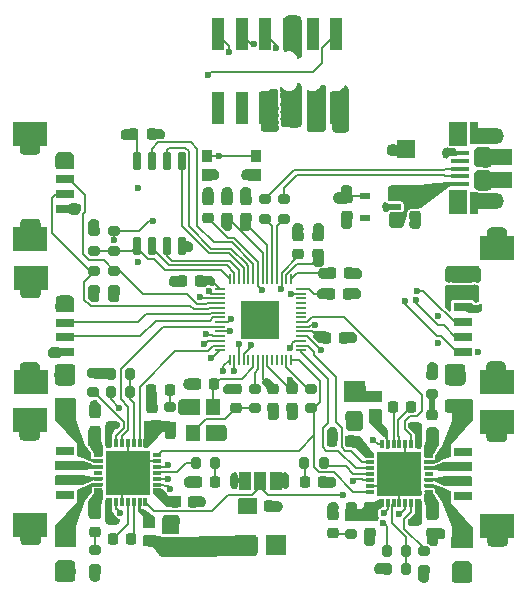
<source format=gbr>
%TF.GenerationSoftware,KiCad,Pcbnew,8.0.2*%
%TF.CreationDate,2024-08-07T22:56:44+12:00*%
%TF.ProjectId,FYP_P2_2,4659505f-5032-45f3-922e-6b696361645f,rev?*%
%TF.SameCoordinates,Original*%
%TF.FileFunction,Copper,L1,Top*%
%TF.FilePolarity,Positive*%
%FSLAX46Y46*%
G04 Gerber Fmt 4.6, Leading zero omitted, Abs format (unit mm)*
G04 Created by KiCad (PCBNEW 8.0.2) date 2024-08-07 22:56:44*
%MOMM*%
%LPD*%
G01*
G04 APERTURE LIST*
G04 Aperture macros list*
%AMRoundRect*
0 Rectangle with rounded corners*
0 $1 Rounding radius*
0 $2 $3 $4 $5 $6 $7 $8 $9 X,Y pos of 4 corners*
0 Add a 4 corners polygon primitive as box body*
4,1,4,$2,$3,$4,$5,$6,$7,$8,$9,$2,$3,0*
0 Add four circle primitives for the rounded corners*
1,1,$1+$1,$2,$3*
1,1,$1+$1,$4,$5*
1,1,$1+$1,$6,$7*
1,1,$1+$1,$8,$9*
0 Add four rect primitives between the rounded corners*
20,1,$1+$1,$2,$3,$4,$5,0*
20,1,$1+$1,$4,$5,$6,$7,0*
20,1,$1+$1,$6,$7,$8,$9,0*
20,1,$1+$1,$8,$9,$2,$3,0*%
G04 Aperture macros list end*
%TA.AperFunction,SMDPad,CuDef*%
%ADD10R,0.952500X0.508000*%
%TD*%
%TA.AperFunction,SMDPad,CuDef*%
%ADD11R,1.600000X0.800000*%
%TD*%
%TA.AperFunction,SMDPad,CuDef*%
%ADD12R,3.000000X2.100000*%
%TD*%
%TA.AperFunction,SMDPad,CuDef*%
%ADD13R,1.200000X1.400000*%
%TD*%
%TA.AperFunction,SMDPad,CuDef*%
%ADD14RoundRect,0.150000X0.150000X-0.650000X0.150000X0.650000X-0.150000X0.650000X-0.150000X-0.650000X0*%
%TD*%
%TA.AperFunction,SMDPad,CuDef*%
%ADD15RoundRect,0.200000X-0.275000X0.200000X-0.275000X-0.200000X0.275000X-0.200000X0.275000X0.200000X0*%
%TD*%
%TA.AperFunction,SMDPad,CuDef*%
%ADD16RoundRect,0.225000X0.250000X-0.225000X0.250000X0.225000X-0.250000X0.225000X-0.250000X-0.225000X0*%
%TD*%
%TA.AperFunction,SMDPad,CuDef*%
%ADD17RoundRect,0.225000X0.225000X0.250000X-0.225000X0.250000X-0.225000X-0.250000X0.225000X-0.250000X0*%
%TD*%
%TA.AperFunction,SMDPad,CuDef*%
%ADD18RoundRect,0.225000X-0.225000X-0.250000X0.225000X-0.250000X0.225000X0.250000X-0.225000X0.250000X0*%
%TD*%
%TA.AperFunction,SMDPad,CuDef*%
%ADD19RoundRect,0.200000X0.275000X-0.200000X0.275000X0.200000X-0.275000X0.200000X-0.275000X-0.200000X0*%
%TD*%
%TA.AperFunction,SMDPad,CuDef*%
%ADD20RoundRect,0.250000X0.625000X-0.312500X0.625000X0.312500X-0.625000X0.312500X-0.625000X-0.312500X0*%
%TD*%
%TA.AperFunction,SMDPad,CuDef*%
%ADD21RoundRect,0.225000X-0.250000X0.225000X-0.250000X-0.225000X0.250000X-0.225000X0.250000X0.225000X0*%
%TD*%
%TA.AperFunction,SMDPad,CuDef*%
%ADD22R,0.300000X0.800000*%
%TD*%
%TA.AperFunction,SMDPad,CuDef*%
%ADD23R,0.800000X0.300000*%
%TD*%
%TA.AperFunction,SMDPad,CuDef*%
%ADD24R,3.800000X3.800000*%
%TD*%
%TA.AperFunction,SMDPad,CuDef*%
%ADD25RoundRect,0.218750X-0.218750X-0.256250X0.218750X-0.256250X0.218750X0.256250X-0.218750X0.256250X0*%
%TD*%
%TA.AperFunction,SMDPad,CuDef*%
%ADD26RoundRect,0.250000X0.475000X-0.250000X0.475000X0.250000X-0.475000X0.250000X-0.475000X-0.250000X0*%
%TD*%
%TA.AperFunction,SMDPad,CuDef*%
%ADD27RoundRect,0.250000X-0.625000X0.312500X-0.625000X-0.312500X0.625000X-0.312500X0.625000X0.312500X0*%
%TD*%
%TA.AperFunction,SMDPad,CuDef*%
%ADD28RoundRect,0.200000X0.200000X0.275000X-0.200000X0.275000X-0.200000X-0.275000X0.200000X-0.275000X0*%
%TD*%
%TA.AperFunction,SMDPad,CuDef*%
%ADD29R,1.650000X0.400000*%
%TD*%
%TA.AperFunction,SMDPad,CuDef*%
%ADD30R,0.700000X1.825000*%
%TD*%
%TA.AperFunction,SMDPad,CuDef*%
%ADD31R,1.500000X2.000000*%
%TD*%
%TA.AperFunction,SMDPad,CuDef*%
%ADD32R,2.000000X1.350000*%
%TD*%
%TA.AperFunction,ComponentPad*%
%ADD33O,1.700000X1.350000*%
%TD*%
%TA.AperFunction,ComponentPad*%
%ADD34O,1.500000X1.100000*%
%TD*%
%TA.AperFunction,SMDPad,CuDef*%
%ADD35R,2.500000X1.430000*%
%TD*%
%TA.AperFunction,SMDPad,CuDef*%
%ADD36RoundRect,0.218750X-0.256250X0.218750X-0.256250X-0.218750X0.256250X-0.218750X0.256250X0.218750X0*%
%TD*%
%TA.AperFunction,SMDPad,CuDef*%
%ADD37RoundRect,0.218750X0.218750X0.256250X-0.218750X0.256250X-0.218750X-0.256250X0.218750X-0.256250X0*%
%TD*%
%TA.AperFunction,SMDPad,CuDef*%
%ADD38RoundRect,0.050000X-0.387500X-0.050000X0.387500X-0.050000X0.387500X0.050000X-0.387500X0.050000X0*%
%TD*%
%TA.AperFunction,SMDPad,CuDef*%
%ADD39RoundRect,0.050000X-0.050000X-0.387500X0.050000X-0.387500X0.050000X0.387500X-0.050000X0.387500X0*%
%TD*%
%TA.AperFunction,HeatsinkPad*%
%ADD40R,3.200000X3.200000*%
%TD*%
%TA.AperFunction,SMDPad,CuDef*%
%ADD41R,1.500000X1.500000*%
%TD*%
%TA.AperFunction,SMDPad,CuDef*%
%ADD42R,0.900000X1.000000*%
%TD*%
%TA.AperFunction,SMDPad,CuDef*%
%ADD43RoundRect,0.200000X-0.200000X-0.275000X0.200000X-0.275000X0.200000X0.275000X-0.200000X0.275000X0*%
%TD*%
%TA.AperFunction,SMDPad,CuDef*%
%ADD44R,1.000000X1.500000*%
%TD*%
%TA.AperFunction,SMDPad,CuDef*%
%ADD45RoundRect,0.250000X-0.475000X0.250000X-0.475000X-0.250000X0.475000X-0.250000X0.475000X0.250000X0*%
%TD*%
%TA.AperFunction,SMDPad,CuDef*%
%ADD46R,1.000000X2.750000*%
%TD*%
%TA.AperFunction,ComponentPad*%
%ADD47R,1.700000X1.700000*%
%TD*%
%TA.AperFunction,ComponentPad*%
%ADD48O,1.700000X1.700000*%
%TD*%
%TA.AperFunction,ViaPad*%
%ADD49C,0.600000*%
%TD*%
%TA.AperFunction,Conductor*%
%ADD50C,0.200000*%
%TD*%
%TA.AperFunction,Conductor*%
%ADD51C,0.500000*%
%TD*%
G04 APERTURE END LIST*
D10*
%TO.P,U4,1,1*%
%TO.N,+5V*%
X130877700Y-85925002D03*
%TO.P,U4,2,2*%
%TO.N,GND*%
X130877700Y-84975001D03*
%TO.P,U4,3,3*%
%TO.N,+5V*%
X130877700Y-84025000D03*
%TO.P,U4,4,4*%
%TO.N,+3V3*%
X128325000Y-84025000D03*
%TO.P,U4,5,5*%
%TO.N,unconnected-(U4-Pad5)*%
X128325000Y-85925002D03*
%TD*%
D11*
%TO.P,J7,1,1*%
%TO.N,5V_EN*%
X136550000Y-97250000D03*
%TO.P,J7,2,2*%
%TO.N,BATT_SENSE_HV*%
X136550000Y-96000000D03*
%TO.P,J7,3,3*%
%TO.N,BATT_SENSE_LV*%
X136550000Y-94750000D03*
%TO.P,J7,4,4*%
%TO.N,+3V3*%
X136550000Y-93500000D03*
%TO.P,J7,5,5*%
%TO.N,+5V*%
X136550000Y-92250000D03*
%TO.P,J7,6,6*%
%TO.N,GND*%
X136550000Y-91000000D03*
D12*
%TO.P,J7,S1,SHIELD1*%
X139450000Y-99800000D03*
%TO.P,J7,S2,SHIELD2*%
X139450000Y-88450000D03*
%TD*%
D13*
%TO.P,Y1,1,1*%
%TO.N,GND*%
X115400000Y-104125000D03*
%TO.P,Y1,2,2*%
%TO.N,Net-(U2-XIN)*%
X115400000Y-101925000D03*
%TO.P,Y1,3,3*%
%TO.N,GND*%
X113700000Y-101925000D03*
%TO.P,Y1,4,4*%
%TO.N,Net-(C13-Pad2)*%
X113700000Y-104125000D03*
%TD*%
D14*
%TO.P,U3,1,~{CS}*%
%TO.N,/QSPI_SS*%
X108950000Y-88310000D03*
%TO.P,U3,2,DO(IO1)*%
%TO.N,/QSPI_SD1*%
X110220000Y-88310000D03*
%TO.P,U3,3,IO2*%
%TO.N,/QSPI_SD2*%
X111490000Y-88310000D03*
%TO.P,U3,4,GND*%
%TO.N,GND*%
X112760000Y-88310000D03*
%TO.P,U3,5,DI(IO0)*%
%TO.N,/QSPI_SD0*%
X112760000Y-81110000D03*
%TO.P,U3,6,CLK*%
%TO.N,/QSPI_SCLK*%
X111490000Y-81110000D03*
%TO.P,U3,7,IO3*%
%TO.N,/QSPI_SD3*%
X110220000Y-81110000D03*
%TO.P,U3,8,VCC*%
%TO.N,+3V3*%
X108950000Y-81110000D03*
%TD*%
D15*
%TO.P,R3,1*%
%TO.N,SDA*%
X107040000Y-90400000D03*
%TO.P,R3,2*%
%TO.N,+3V3*%
X107040000Y-92050000D03*
%TD*%
D16*
%TO.P,C21,1*%
%TO.N,+12V*%
X133990000Y-104127500D03*
%TO.P,C21,2*%
%TO.N,Net-(C21-Pad2)*%
X133990000Y-102577500D03*
%TD*%
D17*
%TO.P,C23,1*%
%TO.N,5VOUT_1*%
X127070000Y-104845000D03*
%TO.P,C23,2*%
%TO.N,GND*%
X125520000Y-104845000D03*
%TD*%
D18*
%TO.P,C31,1*%
%TO.N,+12V*%
X118650000Y-110350000D03*
%TO.P,C31,2*%
%TO.N,GND*%
X120200000Y-110350000D03*
%TD*%
D19*
%TO.P,R22,1*%
%TO.N,/FYP_P2_2_TMC2209/STDBY_2*%
X105260000Y-100700000D03*
%TO.P,R22,2*%
%TO.N,GND*%
X105260000Y-99050000D03*
%TD*%
D20*
%TO.P,R27,1*%
%TO.N,GND*%
X102900000Y-116137500D03*
%TO.P,R27,2*%
%TO.N,/FYP_P2_2_TMC2209/BRB2*%
X102900000Y-113212500D03*
%TD*%
D11*
%TO.P,J15,1,1*%
%TO.N,GND*%
X102860000Y-81400000D03*
%TO.P,J15,2,2*%
%TO.N,SDA*%
X102860000Y-82650000D03*
%TO.P,J15,3,3*%
%TO.N,SCL*%
X102860000Y-83900000D03*
%TO.P,J15,4,4*%
%TO.N,+3V3*%
X102860000Y-85150000D03*
D12*
%TO.P,J15,S1,SHIELD*%
%TO.N,GND*%
X99960000Y-78850000D03*
%TO.P,J15,S2,SHIELD__1*%
X99960000Y-87700000D03*
%TD*%
D21*
%TO.P,C28,1*%
%TO.N,+12V*%
X105425000Y-111000000D03*
%TO.P,C28,2*%
%TO.N,Net-(C28-Pad2)*%
X105425000Y-112550000D03*
%TD*%
D19*
%TO.P,R8,1*%
%TO.N,/QSPI_SS*%
X107040000Y-88715000D03*
%TO.P,R8,2*%
%TO.N,/~{USB_BOOT}*%
X107040000Y-87065000D03*
%TD*%
D18*
%TO.P,C3,1*%
%TO.N,+3V3*%
X125000000Y-96050000D03*
%TO.P,C3,2*%
%TO.N,GND*%
X126550000Y-96050000D03*
%TD*%
D21*
%TO.P,C13,1*%
%TO.N,GND*%
X117350000Y-100425000D03*
%TO.P,C13,2*%
%TO.N,Net-(C13-Pad2)*%
X117350000Y-101975000D03*
%TD*%
D22*
%TO.P,IC1,1,OB2*%
%TO.N,Motor1B2*%
X132705000Y-105090000D03*
%TO.P,IC1,2,ENN*%
%TO.N,EN1*%
X132205000Y-105090000D03*
%TO.P,IC1,3,GND*%
%TO.N,GND*%
X131705000Y-105090000D03*
%TO.P,IC1,4,CPO*%
%TO.N,/FYP_P2_2_TMC2209/CP0_1*%
X131205000Y-105090000D03*
%TO.P,IC1,5,CPI*%
%TO.N,/FYP_P2_2_TMC2209/CP1_1*%
X130705000Y-105090000D03*
%TO.P,IC1,6,VCP*%
%TO.N,/FYP_P2_2_TMC2209/VCP_1*%
X130205000Y-105090000D03*
%TO.P,IC1,7,SPREAD*%
%TO.N,/FYP_P2_2_TMC2209/SPREAD *%
X129705000Y-105090000D03*
D23*
%TO.P,IC1,8,5VOUT*%
%TO.N,5VOUT_1*%
X128705000Y-106090000D03*
%TO.P,IC1,9,MS1_AD0*%
%TO.N,MS1A*%
X128705000Y-106590000D03*
%TO.P,IC1,10,MS2_AD1*%
%TO.N,MS1B*%
X128705000Y-107090000D03*
%TO.P,IC1,11,DIAG*%
%TO.N,/FYP_P2_2_TMC2209/DIAG_1*%
X128705000Y-107590000D03*
%TO.P,IC1,12,INDEX*%
%TO.N,INDEX1*%
X128705000Y-108090000D03*
%TO.P,IC1,13,CLK*%
%TO.N,GND*%
X128705000Y-108590000D03*
%TO.P,IC1,14,PDN_UART*%
%TO.N,UART_RX_TMC2209*%
X128705000Y-109090000D03*
D22*
%TO.P,IC1,15,VCC_IO*%
%TO.N,+3V3*%
X129705000Y-110090000D03*
%TO.P,IC1,16,STEP*%
%TO.N,STEP1*%
X130205000Y-110090000D03*
%TO.P,IC1,17,VREF*%
%TO.N,Net-(IC1-VREF)*%
X130705000Y-110090000D03*
%TO.P,IC1,18,GND*%
%TO.N,GND*%
X131205000Y-110090000D03*
%TO.P,IC1,19,DIR*%
%TO.N,DIR1*%
X131705000Y-110090000D03*
%TO.P,IC1,20,STDBY*%
%TO.N,/FYP_P2_2_TMC2209/STDBY_1*%
X132205000Y-110090000D03*
%TO.P,IC1,21,OA2*%
%TO.N,Motor1A1*%
X132705000Y-110090000D03*
D23*
%TO.P,IC1,22,VS*%
%TO.N,+12V*%
X133705000Y-109090000D03*
%TO.P,IC1,23,BRA*%
%TO.N,/FYP_P2_2_TMC2209/BRA1*%
X133705000Y-108590000D03*
%TO.P,IC1,24,OA1*%
%TO.N,Motor1A2*%
X133705000Y-108090000D03*
%TO.P,IC1,25,N.C.*%
%TO.N,unconnected-(IC1-N.C.-Pad25)*%
X133705000Y-107590000D03*
%TO.P,IC1,26,OB1*%
%TO.N,Motor1B1*%
X133705000Y-107090000D03*
%TO.P,IC1,27,BRB*%
%TO.N,/FYP_P2_2_TMC2209/BRB1*%
X133705000Y-106590000D03*
%TO.P,IC1,28,VS*%
%TO.N,+12V*%
X133705000Y-106090000D03*
D24*
%TO.P,IC1,29,PAD*%
%TO.N,GND*%
X131205000Y-107590000D03*
%TD*%
D15*
%TO.P,R15,1*%
%TO.N,/FYP_P2_2_TMC2209/STDBY_1*%
X133270000Y-114110000D03*
%TO.P,R15,2*%
%TO.N,GND*%
X133270000Y-115760000D03*
%TD*%
D19*
%TO.P,R16,1*%
%TO.N,Net-(C21-Pad2)*%
X133990000Y-100835000D03*
%TO.P,R16,2*%
%TO.N,GND*%
X133990000Y-99185000D03*
%TD*%
D25*
%TO.P,D4,1,K*%
%TO.N,GND*%
X114032500Y-108300000D03*
%TO.P,D4,2,A*%
%TO.N,Net-(D4-A)*%
X115607500Y-108300000D03*
%TD*%
D21*
%TO.P,C5,1*%
%TO.N,+3V3*%
X120535000Y-100425000D03*
%TO.P,C5,2*%
%TO.N,GND*%
X120535000Y-101975000D03*
%TD*%
%TO.P,C15,1*%
%TO.N,+5V*%
X132525000Y-84250000D03*
%TO.P,C15,2*%
%TO.N,GND*%
X132525000Y-85800000D03*
%TD*%
D17*
%TO.P,C14,1*%
%TO.N,Net-(U2-XIN)*%
X115545000Y-99990000D03*
%TO.P,C14,2*%
%TO.N,GND*%
X113995000Y-99990000D03*
%TD*%
D11*
%TO.P,J9,1,1*%
%TO.N,Motor2A1*%
X102850000Y-105620000D03*
%TO.P,J9,2,2*%
%TO.N,Motor2A2*%
X102850000Y-106870000D03*
%TO.P,J9,3,3*%
%TO.N,Motor2B1*%
X102850000Y-108120000D03*
%TO.P,J9,4,4*%
%TO.N,Motor2B2*%
X102850000Y-109370000D03*
D12*
%TO.P,J9,S1,SHIELD*%
%TO.N,GND*%
X99950000Y-103070000D03*
%TO.P,J9,S2,SHIELD__1*%
X99950000Y-111920000D03*
%TD*%
D11*
%TO.P,J14,1,1*%
%TO.N,Motor1A1*%
X136550000Y-109465000D03*
%TO.P,J14,2,2*%
%TO.N,Motor1A2*%
X136550000Y-108215000D03*
%TO.P,J14,3,3*%
%TO.N,Motor1B1*%
X136550000Y-106965000D03*
%TO.P,J14,4,4*%
%TO.N,Motor1B2*%
X136550000Y-105715000D03*
D12*
%TO.P,J14,S1,SHIELD*%
%TO.N,GND*%
X139450000Y-112015000D03*
%TO.P,J14,S2,SHIELD__1*%
X139450000Y-103165000D03*
%TD*%
D26*
%TO.P,C27,1*%
%TO.N,+12V*%
X111825000Y-113450000D03*
%TO.P,C27,2*%
%TO.N,GND*%
X111825000Y-111550000D03*
%TD*%
D27*
%TO.P,R28,1*%
%TO.N,GND*%
X102900000Y-98887500D03*
%TO.P,R28,2*%
%TO.N,/FYP_P2_2_TMC2209/BRA2*%
X102900000Y-101812500D03*
%TD*%
D21*
%TO.P,C17,1*%
%TO.N,+3V3*%
X126725000Y-84250000D03*
%TO.P,C17,2*%
%TO.N,GND*%
X126725000Y-85800000D03*
%TD*%
D18*
%TO.P,C4,1*%
%TO.N,+3V3*%
X125325000Y-92350000D03*
%TO.P,C4,2*%
%TO.N,GND*%
X126875000Y-92350000D03*
%TD*%
D19*
%TO.P,R20,1*%
%TO.N,+3V3*%
X111800000Y-103622500D03*
%TO.P,R20,2*%
%TO.N,Net-(D3-A)*%
X111800000Y-101972500D03*
%TD*%
D16*
%TO.P,C8,1*%
%TO.N,+3V3*%
X124350000Y-89000000D03*
%TO.P,C8,2*%
%TO.N,GND*%
X124350000Y-87450000D03*
%TD*%
%TO.P,C25,1*%
%TO.N,+12V*%
X105425000Y-104000000D03*
%TO.P,C25,2*%
%TO.N,GND*%
X105425000Y-102450000D03*
%TD*%
D18*
%TO.P,C1,1*%
%TO.N,+3V3*%
X125400000Y-90600000D03*
%TO.P,C1,2*%
%TO.N,GND*%
X126950000Y-90600000D03*
%TD*%
D15*
%TO.P,R9,1*%
%TO.N,+3V3*%
X105310000Y-87060000D03*
%TO.P,R9,2*%
%TO.N,/QSPI_SS*%
X105310000Y-88710000D03*
%TD*%
D19*
%TO.P,R11,1*%
%TO.N,Net-(U2-USB_DM)*%
X121400000Y-86000000D03*
%TO.P,R11,2*%
%TO.N,USB_D-*%
X121400000Y-84350000D03*
%TD*%
D16*
%TO.P,C7,1*%
%TO.N,+3V3*%
X118200000Y-85950000D03*
%TO.P,C7,2*%
%TO.N,GND*%
X118200000Y-84400000D03*
%TD*%
%TO.P,C24,1*%
%TO.N,+3V3*%
X110250000Y-103572500D03*
%TO.P,C24,2*%
%TO.N,GND*%
X110250000Y-102022500D03*
%TD*%
%TO.P,C2,1*%
%TO.N,+3V3*%
X116600000Y-85950000D03*
%TO.P,C2,2*%
%TO.N,GND*%
X116600000Y-84400000D03*
%TD*%
D28*
%TO.P,R25,1*%
%TO.N,Net-(IC2-VREF)*%
X108400000Y-100675000D03*
%TO.P,R25,2*%
%TO.N,5VOUT_2*%
X106750000Y-100675000D03*
%TD*%
D18*
%TO.P,C30,1*%
%TO.N,5VOUT_2*%
X112165000Y-109950000D03*
%TO.P,C30,2*%
%TO.N,GND*%
X113715000Y-109950000D03*
%TD*%
D11*
%TO.P,J5,1,1*%
%TO.N,GND*%
X102880000Y-93540000D03*
%TO.P,J5,2,2*%
%TO.N,ENCODER_2A*%
X102880000Y-94790000D03*
%TO.P,J5,3,3*%
%TO.N,ENCODER_2B*%
X102880000Y-96040000D03*
%TO.P,J5,4,4*%
%TO.N,+3V3*%
X102880000Y-97290000D03*
D12*
%TO.P,J5,S1,SHIELD*%
%TO.N,GND*%
X99980000Y-90990000D03*
%TO.P,J5,S2,SHIELD__1*%
X99980000Y-99840000D03*
%TD*%
D22*
%TO.P,IC2,1,OB2*%
%TO.N,Motor2B2*%
X106700000Y-110000000D03*
%TO.P,IC2,2,ENN*%
%TO.N,EN2*%
X107200000Y-110000000D03*
%TO.P,IC2,3,GND*%
%TO.N,GND*%
X107700000Y-110000000D03*
%TO.P,IC2,4,CPO*%
%TO.N,/FYP_P2_2_TMC2209/CP0_2*%
X108200000Y-110000000D03*
%TO.P,IC2,5,CPI*%
%TO.N,/FYP_P2_2_TMC2209/CP1_2*%
X108700000Y-110000000D03*
%TO.P,IC2,6,VCP*%
%TO.N,/FYP_P2_2_TMC2209/VCP_2*%
X109200000Y-110000000D03*
%TO.P,IC2,7,SPREAD*%
%TO.N,/FYP_P2_2_TMC2209/SPREAD *%
X109700000Y-110000000D03*
D23*
%TO.P,IC2,8,5VOUT*%
%TO.N,5VOUT_2*%
X110700000Y-109000000D03*
%TO.P,IC2,9,MS1_AD0*%
%TO.N,MS2A*%
X110700000Y-108500000D03*
%TO.P,IC2,10,MS2_AD1*%
%TO.N,MS2B*%
X110700000Y-108000000D03*
%TO.P,IC2,11,DIAG*%
%TO.N,/FYP_P2_2_TMC2209/DIAG_2*%
X110700000Y-107500000D03*
%TO.P,IC2,12,INDEX*%
%TO.N,INDEX2*%
X110700000Y-107000000D03*
%TO.P,IC2,13,CLK*%
%TO.N,GND*%
X110700000Y-106500000D03*
%TO.P,IC2,14,PDN_UART*%
%TO.N,UART_RX_TMC2209*%
X110700000Y-106000000D03*
D22*
%TO.P,IC2,15,VCC_IO*%
%TO.N,+3V3*%
X109700000Y-105000000D03*
%TO.P,IC2,16,STEP*%
%TO.N,STEP2*%
X109200000Y-105000000D03*
%TO.P,IC2,17,VREF*%
%TO.N,Net-(IC2-VREF)*%
X108700000Y-105000000D03*
%TO.P,IC2,18,GND*%
%TO.N,GND*%
X108200000Y-105000000D03*
%TO.P,IC2,19,DIR*%
%TO.N,DIR2*%
X107700000Y-105000000D03*
%TO.P,IC2,20,STDBY*%
%TO.N,/FYP_P2_2_TMC2209/STDBY_2*%
X107200000Y-105000000D03*
%TO.P,IC2,21,OA2*%
%TO.N,Motor2A1*%
X106700000Y-105000000D03*
D23*
%TO.P,IC2,22,VS*%
%TO.N,+12V*%
X105700000Y-106000000D03*
%TO.P,IC2,23,BRA*%
%TO.N,/FYP_P2_2_TMC2209/BRA2*%
X105700000Y-106500000D03*
%TO.P,IC2,24,OA1*%
%TO.N,Motor2A2*%
X105700000Y-107000000D03*
%TO.P,IC2,25,N.C.*%
%TO.N,unconnected-(IC2-N.C.-Pad25)*%
X105700000Y-107500000D03*
%TO.P,IC2,26,OB1*%
%TO.N,Motor2B1*%
X105700000Y-108000000D03*
%TO.P,IC2,27,BRB*%
%TO.N,/FYP_P2_2_TMC2209/BRB2*%
X105700000Y-108500000D03*
%TO.P,IC2,28,VS*%
%TO.N,+12V*%
X105700000Y-109000000D03*
D24*
%TO.P,IC2,29,PAD*%
%TO.N,GND*%
X108200000Y-107500000D03*
%TD*%
D29*
%TO.P,J12,1,VBUS*%
%TO.N,+5V*%
X136300000Y-83045000D03*
%TO.P,J12,2,D-*%
%TO.N,USB_D-*%
X136300000Y-82395000D03*
%TO.P,J12,3,D+*%
%TO.N,USB_D+*%
X136300000Y-81745000D03*
%TO.P,J12,4,ID*%
%TO.N,unconnected-(J12-ID-Pad4)*%
X136300000Y-81095000D03*
%TO.P,J12,5,GND*%
%TO.N,GND*%
X136300000Y-80445000D03*
D30*
%TO.P,J12,6,Shield*%
X137500000Y-84695000D03*
D31*
X136200000Y-84595000D03*
D32*
X138250000Y-84475000D03*
D33*
X139180000Y-84475000D03*
D34*
X136180000Y-84165000D03*
D35*
X139450000Y-82705000D03*
X139450000Y-80785000D03*
D34*
X136180000Y-79325000D03*
D33*
X139180000Y-79015000D03*
D32*
X138250000Y-78995000D03*
D31*
X136180000Y-78845000D03*
D30*
X137500000Y-78745000D03*
%TD*%
D17*
%TO.P,C6,1*%
%TO.N,+3V3*%
X114310000Y-91284841D03*
%TO.P,C6,2*%
%TO.N,GND*%
X112760000Y-91284841D03*
%TD*%
D36*
%TO.P,D1,1,K*%
%TO.N,GND*%
X125575000Y-111037500D03*
%TO.P,D1,2,A*%
%TO.N,Net-(D1-A)*%
X125575000Y-112612500D03*
%TD*%
D37*
%TO.P,D2,1,K*%
%TO.N,GND*%
X124775000Y-108300000D03*
%TO.P,D2,2,A*%
%TO.N,Net-(D2-A)*%
X123200000Y-108300000D03*
%TD*%
D15*
%TO.P,R12,1*%
%TO.N,USB_D+*%
X119800000Y-84350000D03*
%TO.P,R12,2*%
%TO.N,Net-(U2-USB_DP)*%
X119800000Y-86000000D03*
%TD*%
D38*
%TO.P,U2,1,IOVDD*%
%TO.N,+3V3*%
X115987500Y-91930000D03*
%TO.P,U2,2,GPIO0*%
%TO.N,SDA_PI*%
X115987500Y-92330000D03*
%TO.P,U2,3,GPIO1*%
%TO.N,SCL_PI*%
X115987500Y-92730000D03*
%TO.P,U2,4,GPIO2*%
%TO.N,SDA*%
X115987500Y-93130000D03*
%TO.P,U2,5,GPIO3*%
%TO.N,SCL*%
X115987500Y-93530000D03*
%TO.P,U2,6,GPIO4*%
%TO.N,ENCODER_2A*%
X115987500Y-93930000D03*
%TO.P,U2,7,GPIO5*%
%TO.N,ENCODER_2B*%
X115987500Y-94330000D03*
%TO.P,U2,8,GPIO6*%
%TO.N,INDEX2*%
X115987500Y-94730000D03*
%TO.P,U2,9,GPIO7*%
%TO.N,DIR2*%
X115987500Y-95130000D03*
%TO.P,U2,10,IOVDD*%
%TO.N,+3V3*%
X115987500Y-95530000D03*
%TO.P,U2,11,GPIO8*%
%TO.N,TX1*%
X115987500Y-95930000D03*
%TO.P,U2,12,GPIO9*%
%TO.N,RX1*%
X115987500Y-96330000D03*
%TO.P,U2,13,GPIO10*%
%TO.N,STEP2*%
X115987500Y-96730000D03*
%TO.P,U2,14,GPIO11*%
%TO.N,MS2B*%
X115987500Y-97130000D03*
D39*
%TO.P,U2,15,GPIO12*%
%TO.N,MS2A*%
X116825000Y-97967500D03*
%TO.P,U2,16,GPIO13*%
%TO.N,EN2*%
X117225000Y-97967500D03*
%TO.P,U2,17,GPIO14*%
%TO.N,ENCODER_1A*%
X117625000Y-97967500D03*
%TO.P,U2,18,GPIO15*%
%TO.N,ENCODER_1B*%
X118025000Y-97967500D03*
%TO.P,U2,19,TESTEN*%
%TO.N,unconnected-(U2-TESTEN-Pad19)*%
X118425000Y-97967500D03*
%TO.P,U2,20,XIN*%
%TO.N,Net-(U2-XIN)*%
X118825000Y-97967500D03*
%TO.P,U2,21,XOUT*%
%TO.N,Net-(U2-XOUT)*%
X119225000Y-97967500D03*
%TO.P,U2,22,IOVDD*%
%TO.N,+3V3*%
X119625000Y-97967500D03*
%TO.P,U2,23,DVDD*%
%TO.N,+1V1*%
X120025000Y-97967500D03*
%TO.P,U2,24,SWCLK*%
%TO.N,unconnected-(U2-SWCLK-Pad24)*%
X120425000Y-97967500D03*
%TO.P,U2,25,SWD*%
%TO.N,unconnected-(U2-SWD-Pad25)*%
X120825000Y-97967500D03*
%TO.P,U2,26,RUN*%
%TO.N,unconnected-(U2-RUN-Pad26)*%
X121225000Y-97967500D03*
%TO.P,U2,27,GPIO16*%
%TO.N,UART_TX_TMC2209*%
X121625000Y-97967500D03*
%TO.P,U2,28,GPIO17*%
%TO.N,UART_RX_TMC2209*%
X122025000Y-97967500D03*
D38*
%TO.P,U2,29,GPIO18*%
%TO.N,MS1B*%
X122862500Y-97130000D03*
%TO.P,U2,30,GPIO19*%
%TO.N,MS1A*%
X122862500Y-96730000D03*
%TO.P,U2,31,GPIO20*%
%TO.N,INDEX1*%
X122862500Y-96330000D03*
%TO.P,U2,32,GPIO21*%
%TO.N,STEP1*%
X122862500Y-95930000D03*
%TO.P,U2,33,IOVDD*%
%TO.N,+3V3*%
X122862500Y-95530000D03*
%TO.P,U2,34,GPIO22*%
%TO.N,DIR1*%
X122862500Y-95130000D03*
%TO.P,U2,35,GPIO23*%
%TO.N,EN1*%
X122862500Y-94730000D03*
%TO.P,U2,36,GPIO24*%
%TO.N,unconnected-(U2-GPIO24-Pad36)*%
X122862500Y-94330000D03*
%TO.P,U2,37,GPIO25*%
%TO.N,unconnected-(U2-GPIO25-Pad37)*%
X122862500Y-93930000D03*
%TO.P,U2,38,GPIO26_ADC0*%
%TO.N,unconnected-(U2-GPIO26_ADC0-Pad38)*%
X122862500Y-93530000D03*
%TO.P,U2,39,GPIO27_ADC1*%
%TO.N,unconnected-(U2-GPIO27_ADC1-Pad39)*%
X122862500Y-93130000D03*
%TO.P,U2,40,GPIO28_ADC2*%
%TO.N,unconnected-(U2-GPIO28_ADC2-Pad40)*%
X122862500Y-92730000D03*
%TO.P,U2,41,GPIO29_ADC3*%
%TO.N,12V_ENABLE*%
X122862500Y-92330000D03*
%TO.P,U2,42,IOVDD*%
%TO.N,+3V3*%
X122862500Y-91930000D03*
D39*
%TO.P,U2,43,ADC_AVDD*%
X122025000Y-91092500D03*
%TO.P,U2,44,VREG_IN*%
X121625000Y-91092500D03*
%TO.P,U2,45,VREG_VOUT*%
%TO.N,+1V1*%
X121225000Y-91092500D03*
%TO.P,U2,46,USB_DM*%
%TO.N,Net-(U2-USB_DM)*%
X120825000Y-91092500D03*
%TO.P,U2,47,USB_DP*%
%TO.N,Net-(U2-USB_DP)*%
X120425000Y-91092500D03*
%TO.P,U2,48,USB_VDD*%
%TO.N,+3V3*%
X120025000Y-91092500D03*
%TO.P,U2,49,IOVDD*%
X119625000Y-91092500D03*
%TO.P,U2,50,DVDD*%
%TO.N,+1V1*%
X119225000Y-91092500D03*
%TO.P,U2,51,QSPI_SD3*%
%TO.N,/QSPI_SD3*%
X118825000Y-91092500D03*
%TO.P,U2,52,QSPI_SCLK*%
%TO.N,/QSPI_SCLK*%
X118425000Y-91092500D03*
%TO.P,U2,53,QSPI_SD0*%
%TO.N,/QSPI_SD0*%
X118025000Y-91092500D03*
%TO.P,U2,54,QSPI_SD2*%
%TO.N,/QSPI_SD2*%
X117625000Y-91092500D03*
%TO.P,U2,55,QSPI_SD1*%
%TO.N,/QSPI_SD1*%
X117225000Y-91092500D03*
%TO.P,U2,56,QSPI_SS*%
%TO.N,/QSPI_SS*%
X116825000Y-91092500D03*
D40*
%TO.P,U2,57,GND*%
%TO.N,GND*%
X119425000Y-94530000D03*
%TD*%
D18*
%TO.P,C12,1*%
%TO.N,+3V3*%
X108685000Y-78850000D03*
%TO.P,C12,2*%
%TO.N,GND*%
X110235000Y-78850000D03*
%TD*%
D41*
%TO.P,TP1,1,1*%
%TO.N,GND*%
X131775000Y-80125000D03*
%TD*%
D21*
%TO.P,C18,1*%
%TO.N,+12V*%
X133990000Y-111065000D03*
%TO.P,C18,2*%
%TO.N,GND*%
X133990000Y-112615000D03*
%TD*%
D15*
%TO.P,R23,1*%
%TO.N,Net-(C28-Pad2)*%
X105425000Y-114025000D03*
%TO.P,R23,2*%
%TO.N,GND*%
X105425000Y-115675000D03*
%TD*%
D28*
%TO.P,R26,1*%
%TO.N,Net-(D4-A)*%
X115625000Y-106655000D03*
%TO.P,R26,2*%
%TO.N,/FYP_P2_2_TMC2209/DIAG_2*%
X113975000Y-106655000D03*
%TD*%
D15*
%TO.P,R14,1*%
%TO.N,UART_TX_TMC2209*%
X123720000Y-100375000D03*
%TO.P,R14,2*%
%TO.N,UART_RX_TMC2209*%
X123720000Y-102025000D03*
%TD*%
%TO.P,R5,1*%
%TO.N,SCL*%
X105310000Y-90400000D03*
%TO.P,R5,2*%
%TO.N,+3V3*%
X105310000Y-92050000D03*
%TD*%
D42*
%TO.P,SW1,1,1*%
%TO.N,/~{USB_BOOT}*%
X114950000Y-80675000D03*
X119050000Y-80675000D03*
%TO.P,SW1,2,2*%
%TO.N,GND*%
X114950000Y-82275000D03*
X119050000Y-82275000D03*
%TD*%
D27*
%TO.P,R29,1*%
%TO.N,GND*%
X135950000Y-98887500D03*
%TO.P,R29,2*%
%TO.N,/FYP_P2_2_TMC2209/BRB1*%
X135950000Y-101812500D03*
%TD*%
D43*
%TO.P,R19,1*%
%TO.N,Net-(D2-A)*%
X123162500Y-106655000D03*
%TO.P,R19,2*%
%TO.N,/FYP_P2_2_TMC2209/DIAG_1*%
X124812500Y-106655000D03*
%TD*%
D21*
%TO.P,C16,1*%
%TO.N,+3V3*%
X128675000Y-111050000D03*
%TO.P,C16,2*%
%TO.N,GND*%
X128675000Y-112600000D03*
%TD*%
D17*
%TO.P,C26,1*%
%TO.N,/FYP_P2_2_TMC2209/CP1_2*%
X108475000Y-113100000D03*
%TO.P,C26,2*%
%TO.N,/FYP_P2_2_TMC2209/CP0_2*%
X106925000Y-113100000D03*
%TD*%
D16*
%TO.P,C11,1*%
%TO.N,+1V1*%
X122600000Y-89000000D03*
%TO.P,C11,2*%
%TO.N,GND*%
X122600000Y-87450000D03*
%TD*%
D44*
%TO.P,J13,1,Pin_1*%
%TO.N,+3V3*%
X118125000Y-108157500D03*
%TO.P,J13,2,Pin_2*%
%TO.N,/FYP_P2_2_TMC2209/SPREAD *%
X119425000Y-108157500D03*
%TO.P,J13,3,Pin_3*%
%TO.N,GND*%
X120725000Y-108157500D03*
%TD*%
D45*
%TO.P,C20,1*%
%TO.N,+12V*%
X127400000Y-100875000D03*
%TO.P,C20,2*%
%TO.N,GND*%
X127400000Y-102775000D03*
%TD*%
D19*
%TO.P,R10,1*%
%TO.N,Net-(C13-Pad2)*%
X118942500Y-102025000D03*
%TO.P,R10,2*%
%TO.N,Net-(U2-XOUT)*%
X118942500Y-100375000D03*
%TD*%
D20*
%TO.P,R1,1*%
%TO.N,GND*%
X136500000Y-116225000D03*
%TO.P,R1,2*%
%TO.N,/FYP_P2_2_TMC2209/BRA1*%
X136500000Y-113300000D03*
%TD*%
D15*
%TO.P,R13,1*%
%TO.N,+3V3*%
X127125000Y-111000000D03*
%TO.P,R13,2*%
%TO.N,Net-(D1-A)*%
X127125000Y-112650000D03*
%TD*%
D21*
%TO.P,C10,1*%
%TO.N,+1V1*%
X122127500Y-100425000D03*
%TO.P,C10,2*%
%TO.N,GND*%
X122127500Y-101975000D03*
%TD*%
D16*
%TO.P,C9,1*%
%TO.N,+1V1*%
X115000000Y-85950000D03*
%TO.P,C9,2*%
%TO.N,GND*%
X115000000Y-84400000D03*
%TD*%
D43*
%TO.P,R17,1*%
%TO.N,GND*%
X130115000Y-115640000D03*
%TO.P,R17,2*%
%TO.N,Net-(IC1-VREF)*%
X131765000Y-115640000D03*
%TD*%
D46*
%TO.P,J2,1,Pin_1*%
%TO.N,5V_EN*%
X115850000Y-70375000D03*
%TO.P,J2,2,Pin_2*%
%TO.N,OUT_RX*%
X115850000Y-76625000D03*
%TO.P,J2,3,Pin_3*%
%TO.N,BATT_SENSE_HV*%
X117850000Y-70375000D03*
%TO.P,J2,4,Pin_4*%
%TO.N,OUT_TX*%
X117850000Y-76625000D03*
%TO.P,J2,5,Pin_5*%
%TO.N,BATT_SENSE_LV*%
X119850000Y-70375000D03*
%TO.P,J2,6,Pin_6*%
%TO.N,GND*%
X119850000Y-76625000D03*
%TO.P,J2,7,Pin_7*%
X121850000Y-70375000D03*
%TO.P,J2,8,Pin_8*%
%TO.N,+5V*%
X121850000Y-76625000D03*
%TO.P,J2,9,Pin_9*%
%TO.N,unconnected-(J2-Pin_9-Pad9)*%
X123850000Y-70375000D03*
%TO.P,J2,10,Pin_10*%
%TO.N,+3V3*%
X123850000Y-76625000D03*
%TO.P,J2,11,Pin_11*%
%TO.N,12V_ENABLE*%
X125850000Y-70375000D03*
%TO.P,J2,12,Pin_12*%
%TO.N,GND*%
X125850000Y-76625000D03*
%TD*%
D18*
%TO.P,C19,1*%
%TO.N,/FYP_P2_2_TMC2209/CP1_1*%
X130675000Y-101900000D03*
%TO.P,C19,2*%
%TO.N,/FYP_P2_2_TMC2209/CP0_1*%
X132225000Y-101900000D03*
%TD*%
D21*
%TO.P,C22,1*%
%TO.N,+12V*%
X129175000Y-101050000D03*
%TO.P,C22,2*%
%TO.N,/FYP_P2_2_TMC2209/VCP_1*%
X129175000Y-102600000D03*
%TD*%
D43*
%TO.P,R24,1*%
%TO.N,GND*%
X106750000Y-99125000D03*
%TO.P,R24,2*%
%TO.N,Net-(IC2-VREF)*%
X108400000Y-99125000D03*
%TD*%
D16*
%TO.P,C29,1*%
%TO.N,+12V*%
X110000000Y-113275000D03*
%TO.P,C29,2*%
%TO.N,/FYP_P2_2_TMC2209/VCP_2*%
X110000000Y-111725000D03*
%TD*%
D25*
%TO.P,D3,1,K*%
%TO.N,GND*%
X110212500Y-100450000D03*
%TO.P,D3,2,A*%
%TO.N,Net-(D3-A)*%
X111787500Y-100450000D03*
%TD*%
D28*
%TO.P,R18,1*%
%TO.N,Net-(IC1-VREF)*%
X131765000Y-114100000D03*
%TO.P,R18,2*%
%TO.N,5VOUT_1*%
X130115000Y-114100000D03*
%TD*%
D47*
%TO.P,J8,1,Pin_1*%
%TO.N,GND*%
X120740000Y-113650000D03*
D48*
%TO.P,J8,2,Pin_2*%
%TO.N,+12V*%
X118200000Y-113650000D03*
%TD*%
D49*
%TO.N,+3V3*%
X109057944Y-89683276D03*
X105325000Y-92775000D03*
X124375000Y-89750000D03*
X117300000Y-108500000D03*
X126725000Y-83475000D03*
X134510000Y-96500000D03*
X103970000Y-85170000D03*
X124700000Y-76025000D03*
X124250000Y-95750000D03*
X128650000Y-110300000D03*
X125950000Y-84250000D03*
X117300000Y-107825000D03*
X105300000Y-86350000D03*
X124675000Y-77850000D03*
X123850000Y-78300000D03*
X134510000Y-94225000D03*
X124700000Y-75425000D03*
X101775000Y-97325000D03*
X109092056Y-83366724D03*
X124675000Y-76625000D03*
X116600000Y-86700000D03*
X124675000Y-77225000D03*
X137850000Y-93550000D03*
X110275000Y-104325000D03*
X107925000Y-78850000D03*
X124575025Y-92371855D03*
X115275000Y-91275000D03*
X124665000Y-90625000D03*
X111825000Y-104325000D03*
X119900000Y-99825000D03*
X127100000Y-110300000D03*
X116850000Y-95525000D03*
X118218460Y-86697326D03*
X107050000Y-92775000D03*
%TO.N,GND*%
X137900000Y-80450000D03*
X120575000Y-95400000D03*
X115700000Y-82225000D03*
X111000000Y-78850000D03*
X116575000Y-100425000D03*
X113280000Y-108300000D03*
X135950000Y-90300000D03*
X109700000Y-108975000D03*
X102530000Y-99750000D03*
X137900000Y-83120000D03*
X118150000Y-82300000D03*
X120550000Y-94275000D03*
X127750000Y-103600000D03*
X131750000Y-109050000D03*
X120675000Y-75950000D03*
X132725000Y-106000000D03*
X100320000Y-80200000D03*
X135165000Y-80450000D03*
X135425000Y-91100000D03*
X127710000Y-90590000D03*
X120975000Y-110325000D03*
X119375000Y-93300000D03*
X119950000Y-94925000D03*
X118775000Y-94950000D03*
X137875000Y-97250000D03*
X131800000Y-106175000D03*
X125520000Y-104025000D03*
X129700000Y-107575000D03*
X139800000Y-87100000D03*
X118175000Y-95450000D03*
X132650000Y-107050000D03*
X103175000Y-80700000D03*
X126725000Y-86550000D03*
X122675000Y-71600000D03*
X131525000Y-107475000D03*
X139080000Y-87100000D03*
X108225000Y-107500000D03*
X119400000Y-95475000D03*
X120700000Y-77225000D03*
X137800000Y-90475000D03*
X120700000Y-77825000D03*
X99530000Y-98500000D03*
X108900000Y-106850000D03*
X139175000Y-113375000D03*
X108225000Y-108900000D03*
X135350000Y-90475000D03*
X130450000Y-80200000D03*
X136130000Y-115350000D03*
X99600000Y-80200000D03*
X100250000Y-98500000D03*
X139100000Y-104525000D03*
X109775000Y-105925000D03*
X100300000Y-86350000D03*
X106625000Y-109100000D03*
X135600000Y-99750000D03*
X99550000Y-104400000D03*
X122675000Y-71000000D03*
X125825000Y-78325000D03*
X118800000Y-93775000D03*
X132825000Y-109175000D03*
X120650000Y-75300000D03*
X116590000Y-83640000D03*
X125560000Y-110290000D03*
X128680000Y-113370000D03*
X119400000Y-94300000D03*
X106625000Y-105900000D03*
X112780000Y-101560000D03*
X120543094Y-102730692D03*
X107525000Y-108200000D03*
X102530000Y-115250000D03*
X108975000Y-108200000D03*
X112780000Y-102280000D03*
X133980000Y-98480000D03*
X121525000Y-108525000D03*
X108225000Y-106100000D03*
X100370000Y-113275000D03*
X105440000Y-116380000D03*
X105410000Y-101690000D03*
X126650000Y-75800000D03*
X139820000Y-104525000D03*
X136320000Y-99750000D03*
X126660000Y-75190000D03*
X121525000Y-107805000D03*
X99580000Y-86350000D03*
X112150000Y-112390000D03*
X111540000Y-112390000D03*
X125525000Y-108275000D03*
X139005000Y-98450000D03*
X126650000Y-77250000D03*
X137900000Y-82400000D03*
X113241629Y-99997997D03*
X137900000Y-81170000D03*
X124340000Y-86690000D03*
X127300000Y-96030000D03*
X132550000Y-86550000D03*
X127630000Y-92330000D03*
X122650000Y-69725000D03*
X120600000Y-93250000D03*
X139895000Y-113375000D03*
X103200000Y-92825000D03*
X99650000Y-113275000D03*
X119975000Y-93750000D03*
X100270000Y-104400000D03*
X116280000Y-103770000D03*
X122625000Y-69075000D03*
X122590000Y-86680000D03*
X122150000Y-102730692D03*
X129410000Y-115650000D03*
X103250000Y-99750000D03*
X100345000Y-92350000D03*
X130100000Y-84975000D03*
X118300000Y-94325000D03*
X102455000Y-80700000D03*
X106039230Y-99105478D03*
X102480000Y-92825000D03*
X120700000Y-76625000D03*
X122675000Y-70400000D03*
X129650000Y-106175000D03*
X112000000Y-91294841D03*
X109625000Y-107500000D03*
X114470000Y-109940000D03*
X99625000Y-92350000D03*
X136850000Y-115350000D03*
X139725000Y-98450000D03*
X106825000Y-107500000D03*
X107525000Y-106800000D03*
X132200000Y-108300000D03*
X134770000Y-112620000D03*
X103250000Y-115250000D03*
X133280000Y-116460000D03*
X110210000Y-101230000D03*
X127030000Y-103600000D03*
X136575000Y-90300000D03*
X118180000Y-83640000D03*
X119750000Y-78325000D03*
X137800000Y-91100000D03*
X126650000Y-76500000D03*
X114980000Y-83640000D03*
X134000000Y-113370000D03*
X129675000Y-108850000D03*
X113380000Y-88350000D03*
X116280000Y-104490000D03*
X120350000Y-78350000D03*
X126650000Y-78125000D03*
X137200000Y-90275000D03*
X118200000Y-93300000D03*
%TO.N,+1V1*%
X121150000Y-91975000D03*
X119589292Y-92030000D03*
X121900000Y-99675000D03*
%TO.N,+5V*%
X136175000Y-92250000D03*
X122650000Y-76275000D03*
X122650000Y-75575000D03*
X131725000Y-84150000D03*
X131175000Y-83450000D03*
X122650000Y-76975000D03*
X130650000Y-86475000D03*
X122650000Y-77650000D03*
X137650000Y-92625000D03*
X130550000Y-83450000D03*
X135425000Y-91950000D03*
X136875003Y-92250000D03*
X131275000Y-86475000D03*
X135400000Y-92600000D03*
X131853952Y-84800000D03*
%TO.N,+12V*%
X105800000Y-105300000D03*
X105125000Y-104950000D03*
X117900000Y-110650000D03*
X128040000Y-100010000D03*
X133605000Y-109720000D03*
X126840000Y-100010000D03*
X111160000Y-114280000D03*
X105800000Y-109600000D03*
X105150000Y-110000000D03*
X133605000Y-105420000D03*
X134255000Y-110120000D03*
X117900000Y-110050000D03*
X127440000Y-100010000D03*
X112360000Y-114280000D03*
X111760000Y-114280000D03*
X134280000Y-105070000D03*
%TO.N,Motor1B2*%
X132860000Y-104190000D03*
X136880000Y-105710000D03*
X136270000Y-105710000D03*
X132860000Y-103530000D03*
X132250000Y-103530000D03*
%TO.N,INDEX1*%
X127250000Y-108190000D03*
X121938571Y-96902253D03*
%TO.N,Motor1A1*%
X136250000Y-109480000D03*
X132820000Y-111660000D03*
X132210000Y-111660000D03*
X136860000Y-109480000D03*
X132820000Y-110950000D03*
%TO.N,DIR1*%
X124080625Y-94950000D03*
X131150741Y-111008053D03*
%TO.N,/FYP_P2_2_TMC2209/SPREAD *%
X128975000Y-104700000D03*
X126400000Y-109350000D03*
%TO.N,STEP1*%
X129858044Y-110939989D03*
X124550000Y-97083640D03*
%TO.N,MS2B*%
X111622824Y-108057680D03*
X115211918Y-97766223D03*
%TO.N,Motor2A1*%
X102525000Y-105650000D03*
X106625000Y-103450000D03*
X107250000Y-103450000D03*
X103350000Y-105625000D03*
X106625000Y-104075000D03*
%TO.N,MS2A*%
X116300000Y-98900000D03*
X111811686Y-108835070D03*
%TO.N,INDEX2*%
X116906994Y-94521481D03*
X111650000Y-106857680D03*
%TO.N,EN2*%
X107588515Y-110900672D03*
X117240000Y-98920000D03*
%TO.N,Motor2B2*%
X107200000Y-111600000D03*
X106600000Y-111525000D03*
X106600000Y-110900000D03*
X103225000Y-109375000D03*
X102525000Y-109375000D03*
%TO.N,BATT_SENSE_HV*%
X118849998Y-71160000D03*
X132600000Y-92900000D03*
%TO.N,12V_ENABLE*%
X122048446Y-92331693D03*
X115000000Y-73850000D03*
%TO.N,BATT_SENSE_LV*%
X132703472Y-92106717D03*
X120770000Y-71500000D03*
%TO.N,5V_EN*%
X116800000Y-71890000D03*
X131700000Y-92925000D03*
%TO.N,TX1*%
X114850000Y-95730000D03*
%TO.N,RX1*%
X114697555Y-96620000D03*
%TO.N,SCL_PI*%
X114325000Y-92650000D03*
%TO.N,SDA_PI*%
X115067774Y-92120555D03*
%TO.N,ENCODER_1A*%
X117598811Y-96575915D03*
%TO.N,ENCODER_1B*%
X118625000Y-96700000D03*
%TO.N,/~{USB_BOOT}*%
X115925000Y-80675000D03*
X107041050Y-87815000D03*
X110350000Y-86200000D03*
%TO.N,5VOUT_1*%
X128450000Y-105550000D03*
X129809047Y-111738489D03*
%TO.N,5VOUT_2*%
X111250000Y-109610000D03*
X107478530Y-101981471D03*
%TD*%
D50*
%TO.N,+3V3*%
X121625000Y-91092500D02*
X121625000Y-90750000D01*
X116700000Y-85950000D02*
X116600000Y-85950000D01*
X120025000Y-88225000D02*
X118200000Y-86400000D01*
X125000000Y-96050000D02*
X124350000Y-96050000D01*
X118200000Y-86400000D02*
X118200000Y-85950000D01*
X119625000Y-91092500D02*
X119625000Y-88875000D01*
X116845000Y-95530000D02*
X116850000Y-95525000D01*
X108950000Y-79115000D02*
X108950000Y-81110000D01*
X120500000Y-100000000D02*
X120075000Y-100000000D01*
X128325000Y-84025000D02*
X126950000Y-84025000D01*
X123540000Y-91930000D02*
X123960000Y-92350000D01*
X123800000Y-89800000D02*
X124350000Y-89250000D01*
X121625000Y-90750000D02*
X122575000Y-89800000D01*
X115342341Y-91284841D02*
X115987500Y-91930000D01*
X108685000Y-78850000D02*
X108950000Y-79115000D01*
X124350000Y-89250000D02*
X124350000Y-89000000D01*
X120025000Y-91092500D02*
X120025000Y-88225000D01*
X125400000Y-90600000D02*
X122517500Y-90600000D01*
X122575000Y-89800000D02*
X123800000Y-89800000D01*
X119625000Y-88875000D02*
X116700000Y-85950000D01*
X105625000Y-91765000D02*
X105390000Y-91765000D01*
X120075000Y-100000000D02*
X119625000Y-99550000D01*
X122517500Y-90600000D02*
X122025000Y-91092500D01*
X123830000Y-95530000D02*
X122862500Y-95530000D01*
X123960000Y-92350000D02*
X125325000Y-92350000D01*
X126950000Y-84025000D02*
X126725000Y-84250000D01*
X115987500Y-95530000D02*
X116845000Y-95530000D01*
X124350000Y-96050000D02*
X123830000Y-95530000D01*
X119625000Y-99550000D02*
X119625000Y-97967500D01*
X122862500Y-91930000D02*
X123540000Y-91930000D01*
%TO.N,GND*%
X130205000Y-108590000D02*
X131205000Y-107590000D01*
X131205000Y-110090000D02*
X131205000Y-107590000D01*
X108200000Y-105000000D02*
X108200000Y-107500000D01*
X107700000Y-108000000D02*
X108200000Y-107500000D01*
X110700000Y-106500000D02*
X109200000Y-106500000D01*
X107700000Y-110000000D02*
X107700000Y-108000000D01*
X122090000Y-102085000D02*
X122200000Y-101975000D01*
X131705000Y-107090000D02*
X131205000Y-107590000D01*
X117350000Y-100425000D02*
X117350000Y-100435000D01*
X131705000Y-105090000D02*
X131705000Y-107090000D01*
X109200000Y-106500000D02*
X108200000Y-107500000D01*
X115200000Y-84450000D02*
X114800000Y-84050000D01*
X128705000Y-108590000D02*
X130205000Y-108590000D01*
%TO.N,+1V1*%
X121955000Y-100425000D02*
X120235000Y-98705000D01*
X117165686Y-87600000D02*
X119225000Y-89659314D01*
X120235000Y-98705000D02*
X120228640Y-98705000D01*
X121225000Y-91092500D02*
X121225000Y-91900000D01*
X116650000Y-87600000D02*
X117165686Y-87600000D01*
X120228640Y-98705000D02*
X120025000Y-98501360D01*
X120025000Y-98501360D02*
X120025000Y-97967500D01*
X122600000Y-89183640D02*
X122600000Y-89000000D01*
X115000000Y-85950000D02*
X116650000Y-87600000D01*
X119225000Y-91092500D02*
X119225000Y-91665708D01*
X121225000Y-90558640D02*
X122600000Y-89183640D01*
X121225000Y-91900000D02*
X121150000Y-91975000D01*
X119225000Y-89659314D02*
X119225000Y-91092500D01*
X119225000Y-91665708D02*
X119589292Y-92030000D01*
X122200000Y-100425000D02*
X121955000Y-100425000D01*
X121225000Y-91092500D02*
X121225000Y-90558640D01*
%TO.N,Net-(C13-Pad2)*%
X113700000Y-104025000D02*
X114800000Y-102925000D01*
X113700000Y-104125000D02*
X113700000Y-104025000D01*
X118892500Y-101975000D02*
X118942500Y-102025000D01*
X117350000Y-101975000D02*
X118892500Y-101975000D01*
X114800000Y-102925000D02*
X116400000Y-102925000D01*
X117200000Y-101625000D02*
X117200000Y-101875652D01*
X116400000Y-102925000D02*
X117350000Y-101975000D01*
%TO.N,Net-(U2-XIN)*%
X115400000Y-100135000D02*
X115974889Y-99560111D01*
X115400000Y-101925000D02*
X115400000Y-100135000D01*
X118825000Y-98575000D02*
X118825000Y-97967500D01*
X117839889Y-99560111D02*
X118825000Y-98575000D01*
X115974889Y-99560111D02*
X117839889Y-99560111D01*
%TO.N,+5V*%
X130902700Y-84000000D02*
X130877700Y-84025000D01*
X130877700Y-85925002D02*
X131099950Y-85925002D01*
X132525000Y-84250000D02*
X132275000Y-84000000D01*
X132525000Y-84499952D02*
X132525000Y-84250000D01*
D51*
%TO.N,Net-(C21-Pad2)*%
X133990000Y-102310000D02*
X133990000Y-100835000D01*
D50*
%TO.N,Net-(C28-Pad2)*%
X105425000Y-114025000D02*
X105425000Y-112550000D01*
%TO.N,Net-(D1-A)*%
X125612500Y-112650000D02*
X125575000Y-112612500D01*
X127125000Y-112650000D02*
X125612500Y-112650000D01*
%TO.N,Net-(D2-A)*%
X123200000Y-106692500D02*
X123162500Y-106655000D01*
X123200000Y-108300000D02*
X123200000Y-106692500D01*
%TO.N,Net-(D3-A)*%
X111800000Y-101972500D02*
X111800000Y-100462500D01*
X111800000Y-100462500D02*
X111787500Y-100450000D01*
%TO.N,Net-(D4-A)*%
X115597500Y-108270000D02*
X115597500Y-106702500D01*
%TO.N,Net-(IC1-VREF)*%
X130550741Y-110812978D02*
X130550741Y-111750741D01*
X130705000Y-110090000D02*
X130605000Y-110190000D01*
X131765000Y-112965000D02*
X131765000Y-114100000D01*
X130605000Y-110758719D02*
X130550741Y-110812978D01*
X130550741Y-111750741D02*
X131765000Y-112965000D01*
X130605000Y-110190000D02*
X130605000Y-110758719D01*
X131765000Y-115640000D02*
X131765000Y-114100000D01*
%TO.N,UART_RX_TMC2209*%
X124000000Y-107030148D02*
X124399852Y-107430000D01*
X122675000Y-105625000D02*
X111075000Y-105625000D01*
X124495000Y-101480000D02*
X123950000Y-102025000D01*
X123950000Y-102025000D02*
X123720000Y-102025000D01*
X123720000Y-102025000D02*
X124000000Y-102305000D01*
X124399852Y-107430000D02*
X125630000Y-107430000D01*
X124000000Y-102305000D02*
X124000000Y-107030148D01*
X124000000Y-104300000D02*
X122675000Y-105625000D01*
X127290000Y-109090000D02*
X128705000Y-109090000D01*
X111075000Y-105625000D02*
X110700000Y-106000000D01*
X122025000Y-97967500D02*
X122730148Y-97967500D01*
X122730148Y-97967500D02*
X124495000Y-99732352D01*
X128705000Y-109090000D02*
X128595000Y-109200000D01*
X125630000Y-107430000D02*
X127290000Y-109090000D01*
X124495000Y-99732352D02*
X124495000Y-101480000D01*
%TO.N,MS1B*%
X125180000Y-99580000D02*
X122862500Y-97262500D01*
X126045000Y-105620000D02*
X125030000Y-105620000D01*
X122862500Y-97262500D02*
X122862500Y-97130000D01*
X124710000Y-103730000D02*
X125180000Y-103260000D01*
X124710000Y-105300000D02*
X124710000Y-103730000D01*
X128705000Y-107090000D02*
X127515000Y-107090000D01*
X127515000Y-107090000D02*
X126045000Y-105620000D01*
X125180000Y-103260000D02*
X125180000Y-99580000D01*
X125030000Y-105620000D02*
X124710000Y-105300000D01*
%TO.N,EN1*%
X132673696Y-102675000D02*
X133075000Y-102273696D01*
X123396360Y-94730000D02*
X122862500Y-94730000D01*
X123776360Y-94350000D02*
X123396360Y-94730000D01*
X132075000Y-102675000D02*
X132673696Y-102675000D01*
X126525000Y-94350000D02*
X123776360Y-94350000D01*
X132205000Y-104295000D02*
X132040000Y-104130000D01*
X133075000Y-100900000D02*
X126525000Y-94350000D01*
X132205000Y-105090000D02*
X132205000Y-104295000D01*
X131650000Y-103778529D02*
X131650000Y-103100000D01*
X133075000Y-102273696D02*
X133075000Y-100900000D01*
X132001471Y-104130000D02*
X131650000Y-103778529D01*
X132040000Y-104130000D02*
X132001471Y-104130000D01*
X131650000Y-103100000D02*
X132075000Y-102675000D01*
%TO.N,INDEX1*%
X128005000Y-107990000D02*
X128105000Y-108090000D01*
X128105000Y-108090000D02*
X128705000Y-108090000D01*
X127450000Y-107990000D02*
X128005000Y-107990000D01*
X122328640Y-96330000D02*
X122862500Y-96330000D01*
X122125000Y-96533640D02*
X122328640Y-96330000D01*
X121938571Y-96902253D02*
X122125000Y-96715824D01*
X127250000Y-108190000D02*
X127450000Y-107990000D01*
X122125000Y-96715824D02*
X122125000Y-96533640D01*
%TO.N,DIR1*%
X131261947Y-111008053D02*
X131705000Y-110565000D01*
X123562046Y-95130000D02*
X122862500Y-95130000D01*
X131150741Y-111008053D02*
X131261947Y-111008053D01*
X124080625Y-94950000D02*
X123742046Y-94950000D01*
X131705000Y-110565000D02*
X131705000Y-110090000D01*
X123742046Y-94950000D02*
X123562046Y-95130000D01*
%TO.N,MS1A*%
X123950000Y-97525000D02*
X123950000Y-97250000D01*
X125850000Y-99425000D02*
X123950000Y-97525000D01*
X128040000Y-106590000D02*
X127070000Y-105620000D01*
X128705000Y-106590000D02*
X128040000Y-106590000D01*
X126320000Y-105318696D02*
X126320000Y-103710000D01*
X123950000Y-97250000D02*
X123430000Y-96730000D01*
X126320000Y-103710000D02*
X125850000Y-103240000D01*
X126621304Y-105620000D02*
X126320000Y-105318696D01*
X125850000Y-103240000D02*
X125850000Y-99425000D01*
X127070000Y-105620000D02*
X126621304Y-105620000D01*
X123430000Y-96730000D02*
X122862500Y-96730000D01*
%TO.N,/FYP_P2_2_TMC2209/SPREAD *%
X110425000Y-110725000D02*
X109700000Y-110000000D01*
X129705000Y-105090000D02*
X129365000Y-105090000D01*
X115300000Y-110725000D02*
X110425000Y-110725000D01*
X118757500Y-109375000D02*
X116650000Y-109375000D01*
X129365000Y-105090000D02*
X128975000Y-104700000D01*
X119425000Y-108707500D02*
X118757500Y-109375000D01*
X126400000Y-109350000D02*
X120046250Y-109350000D01*
X120046250Y-109350000D02*
X119403750Y-108707500D01*
X119403750Y-108707500D02*
X119425000Y-108707500D01*
X116650000Y-109375000D02*
X115300000Y-110725000D01*
X119403750Y-108157500D02*
X119403750Y-108707500D01*
%TO.N,STEP1*%
X129858044Y-110939989D02*
X130205000Y-110593033D01*
X124550000Y-97083640D02*
X123396360Y-95930000D01*
X130205000Y-110593033D02*
X130205000Y-110090000D01*
X123396360Y-95930000D02*
X122862500Y-95930000D01*
%TO.N,Net-(IC2-VREF)*%
X108700000Y-105000000D02*
X108700000Y-101609314D01*
X108375000Y-101284314D02*
X108375000Y-100600000D01*
X108400000Y-100675000D02*
X108400000Y-99125000D01*
X108700000Y-101609314D02*
X108375000Y-101284314D01*
%TO.N,MS2B*%
X110700000Y-108000000D02*
X111565144Y-108000000D01*
X115351277Y-97766223D02*
X115987500Y-97130000D01*
X111565144Y-108000000D02*
X111622824Y-108057680D01*
X115211918Y-97766223D02*
X115351277Y-97766223D01*
%TO.N,MS2A*%
X111811686Y-108835070D02*
X111634296Y-108657680D01*
X111634296Y-108657680D02*
X111374295Y-108657680D01*
X116300000Y-98492500D02*
X116825000Y-97967500D01*
X111374295Y-108657680D02*
X111216615Y-108500000D01*
X111216615Y-108500000D02*
X110700000Y-108500000D01*
X116300000Y-98900000D02*
X116300000Y-98492500D01*
%TO.N,STEP2*%
X109200000Y-100225000D02*
X109200000Y-105000000D01*
X114963640Y-97220000D02*
X112205000Y-97220000D01*
X115453640Y-96730000D02*
X114963640Y-97220000D01*
X115987500Y-96730000D02*
X115453640Y-96730000D01*
X112205000Y-97220000D02*
X109200000Y-100225000D01*
%TO.N,INDEX2*%
X110700000Y-107000000D02*
X111507680Y-107000000D01*
X116906994Y-94521481D02*
X116698475Y-94730000D01*
X116698475Y-94730000D02*
X115987500Y-94730000D01*
X111507680Y-107000000D02*
X111650000Y-106857680D01*
%TO.N,EN2*%
X117225000Y-98905000D02*
X117225000Y-97967500D01*
X107264314Y-110576471D02*
X107588515Y-110900672D01*
X117240000Y-98920000D02*
X117225000Y-98905000D01*
X107200000Y-110576471D02*
X107200000Y-110000000D01*
X107200000Y-110576471D02*
X107264314Y-110576471D01*
%TO.N,DIR2*%
X108250000Y-103864215D02*
X108250000Y-101890000D01*
X107987352Y-98350000D02*
X108000000Y-98350000D01*
X108000000Y-98350000D02*
X111220000Y-95130000D01*
X107600000Y-98737352D02*
X107987352Y-98350000D01*
X107700000Y-104414215D02*
X108250000Y-103864215D01*
X111220000Y-95130000D02*
X115987500Y-95130000D01*
X107600000Y-101240000D02*
X107600000Y-98737352D01*
X107700000Y-105000000D02*
X107700000Y-104414215D01*
X108250000Y-101890000D02*
X107600000Y-101240000D01*
%TO.N,BATT_SENSE_HV*%
X117825000Y-70400000D02*
X117850000Y-70375000D01*
X134950000Y-95000000D02*
X134436471Y-95000000D01*
X118635000Y-71160000D02*
X117850000Y-70375000D01*
X135950000Y-96000000D02*
X134950000Y-95000000D01*
X132600000Y-93163529D02*
X132600000Y-92900000D01*
X134436471Y-95000000D02*
X132600000Y-93163529D01*
X118849998Y-71160000D02*
X118635000Y-71160000D01*
X136550000Y-96000000D02*
X135950000Y-96000000D01*
%TO.N,12V_ENABLE*%
X115000000Y-73850000D02*
X115250000Y-73600000D01*
X122050139Y-92330000D02*
X122862500Y-92330000D01*
X124650000Y-72831371D02*
X124650000Y-71575000D01*
X115250000Y-73600000D02*
X123881371Y-73600000D01*
X123881371Y-73600000D02*
X124650000Y-72831371D01*
X122048446Y-92331693D02*
X122050139Y-92330000D01*
X124650000Y-71575000D02*
X125850000Y-70375000D01*
%TO.N,BATT_SENSE_LV*%
X135110000Y-93985000D02*
X135875000Y-94750000D01*
X135875000Y-94750000D02*
X136550000Y-94750000D01*
X134750000Y-93625000D02*
X134758529Y-93625000D01*
X134758529Y-93625000D02*
X135110000Y-93976471D01*
X132703472Y-92106717D02*
X133231717Y-92106717D01*
X120770000Y-71295000D02*
X119850000Y-70375000D01*
X135110000Y-93976471D02*
X135110000Y-93985000D01*
X120770000Y-71500000D02*
X120770000Y-71295000D01*
X133231717Y-92106717D02*
X134750000Y-93625000D01*
%TO.N,5V_EN*%
X136550000Y-97250000D02*
X136108529Y-97250000D01*
X134758529Y-95900000D02*
X134425000Y-95900000D01*
X115825000Y-70400000D02*
X115850000Y-70375000D01*
X116800000Y-71325000D02*
X115850000Y-70375000D01*
X131700000Y-93175000D02*
X131700000Y-92925000D01*
X116800000Y-71890000D02*
X116800000Y-71325000D01*
X136108529Y-97250000D02*
X134758529Y-95900000D01*
X134425000Y-95900000D02*
X131700000Y-93175000D01*
%TO.N,TX1*%
X115453640Y-95930000D02*
X115987500Y-95930000D01*
X115366195Y-95842555D02*
X115453640Y-95930000D01*
X114962555Y-95842555D02*
X115366195Y-95842555D01*
X114850000Y-95730000D02*
X114962555Y-95842555D01*
%TO.N,RX1*%
X114987555Y-96330000D02*
X115987500Y-96330000D01*
X114697555Y-96620000D02*
X114987555Y-96330000D01*
%TO.N,SCL_PI*%
X114325000Y-92650000D02*
X114405000Y-92730000D01*
X114405000Y-92730000D02*
X115987500Y-92730000D01*
%TO.N,SDA_PI*%
X115277219Y-92330000D02*
X115067774Y-92120555D01*
X115987500Y-92330000D02*
X115277219Y-92330000D01*
%TO.N,SCL*%
X101760000Y-84250000D02*
X102110000Y-83900000D01*
X101760000Y-87175000D02*
X101760000Y-84250000D01*
X104685000Y-91175000D02*
X105460000Y-90400000D01*
X104535000Y-91325000D02*
X104780000Y-91080000D01*
X102110000Y-83900000D02*
X102860000Y-83900000D01*
X105460000Y-90400000D02*
X104985000Y-90400000D01*
X105076471Y-93375000D02*
X104535000Y-92833529D01*
X115987500Y-93530000D02*
X115122269Y-93530000D01*
X113775000Y-93650000D02*
X113500000Y-93375000D01*
X105076472Y-93375000D02*
X104850736Y-93149264D01*
X115122269Y-93530000D02*
X115002269Y-93650000D01*
X102860000Y-83900000D02*
X103487648Y-83900000D01*
X104985000Y-90400000D02*
X101760000Y-87175000D01*
X104535000Y-92833529D02*
X104535000Y-91325000D01*
X113500000Y-93375000D02*
X105076472Y-93375000D01*
X115002269Y-93650000D02*
X113775000Y-93650000D01*
%TO.N,SDA*%
X104375000Y-85613529D02*
X104610000Y-85378529D01*
X104610000Y-84000000D02*
X103260000Y-82650000D01*
X115987500Y-93130000D02*
X114956584Y-93130000D01*
X109525000Y-92375000D02*
X107550000Y-90400000D01*
X114075000Y-93250000D02*
X113200000Y-92375000D01*
X114836584Y-93250000D02*
X114075000Y-93250000D01*
X114956584Y-93130000D02*
X114836584Y-93250000D01*
X107550000Y-90400000D02*
X107040000Y-90400000D01*
X106165000Y-89525000D02*
X104900000Y-89525000D01*
X104900000Y-89525000D02*
X104375000Y-89000000D01*
X107040000Y-90400000D02*
X106165000Y-89525000D01*
X104375000Y-89000000D02*
X104375000Y-85613529D01*
X103260000Y-82650000D02*
X102860000Y-82650000D01*
X104610000Y-85378529D02*
X104610000Y-84000000D01*
X113200000Y-92375000D02*
X109525000Y-92375000D01*
%TO.N,ENCODER_2A*%
X102880000Y-94790000D02*
X102920000Y-94750000D01*
X115147955Y-94070000D02*
X115287955Y-93930000D01*
X102920000Y-94750000D02*
X109075000Y-94750000D01*
X109755000Y-94070000D02*
X115147955Y-94070000D01*
X115287955Y-93930000D02*
X115987500Y-93930000D01*
X109075000Y-94750000D02*
X109755000Y-94070000D01*
%TO.N,ENCODER_2B*%
X115173640Y-94610000D02*
X115453640Y-94330000D01*
X102880000Y-96040000D02*
X102970000Y-95950000D01*
X115453640Y-94330000D02*
X115987500Y-94330000D01*
X110590000Y-94610000D02*
X115173640Y-94610000D01*
X102970000Y-95950000D02*
X109250000Y-95950000D01*
X109250000Y-95950000D02*
X110590000Y-94610000D01*
%TO.N,ENCODER_1A*%
X117598811Y-96575915D02*
X117625000Y-96602104D01*
X117625000Y-96602104D02*
X117625000Y-97967500D01*
%TO.N,ENCODER_1B*%
X118625000Y-96833640D02*
X118025000Y-97433640D01*
X118025000Y-97433640D02*
X118025000Y-97967500D01*
X118625000Y-96700000D02*
X118625000Y-96833640D01*
%TO.N,/~{USB_BOOT}*%
X109160000Y-87065000D02*
X107040000Y-87065000D01*
X110350000Y-86200000D02*
X110025000Y-86200000D01*
X110025000Y-86200000D02*
X109160000Y-87065000D01*
X107041050Y-87815000D02*
X107040000Y-87813950D01*
X115925000Y-80675000D02*
X114825000Y-80675000D01*
X107040000Y-87813950D02*
X107040000Y-87065000D01*
X114825000Y-80675000D02*
X118925000Y-80675000D01*
%TO.N,/QSPI_SS*%
X116081029Y-90348529D02*
X111398529Y-90348529D01*
X110460000Y-89410000D02*
X109879448Y-89410000D01*
X108950000Y-88480552D02*
X108950000Y-88310000D01*
X111398529Y-90348529D02*
X110460000Y-89410000D01*
X108545000Y-88715000D02*
X108950000Y-88310000D01*
X105460000Y-88710000D02*
X107035000Y-88710000D01*
X107040000Y-88715000D02*
X108545000Y-88715000D01*
X107035000Y-88710000D02*
X107040000Y-88715000D01*
X109879448Y-89410000D02*
X108950000Y-88480552D01*
X116825000Y-91092500D02*
X116081029Y-90348529D01*
%TO.N,Net-(U2-XOUT)*%
X118940000Y-99025686D02*
X119225000Y-98740686D01*
X119225000Y-98740686D02*
X119225000Y-97967500D01*
X118940000Y-100375000D02*
X118940000Y-99025686D01*
%TO.N,Net-(U2-USB_DM)*%
X120825000Y-86575000D02*
X121400000Y-86000000D01*
X120825000Y-91092500D02*
X120825000Y-86575000D01*
%TO.N,Net-(U2-USB_DP)*%
X120425000Y-86625000D02*
X119800000Y-86000000D01*
X120425000Y-91092500D02*
X120425000Y-86625000D01*
%TO.N,UART_TX_TMC2209*%
X123950000Y-100375000D02*
X123455000Y-100375000D01*
X123455000Y-100375000D02*
X121625000Y-98545000D01*
X121625000Y-98545000D02*
X121625000Y-97967500D01*
%TO.N,/QSPI_SCLK*%
X113060552Y-79970000D02*
X111720000Y-79970000D01*
X118190685Y-89756372D02*
X116948529Y-88514215D01*
X113360000Y-86590000D02*
X113360000Y-80269448D01*
X118425000Y-89990686D02*
X118190685Y-89756372D01*
X118425000Y-91092500D02*
X118425000Y-89990686D01*
X116948529Y-88514215D02*
X115284215Y-88514215D01*
X111720000Y-79970000D02*
X111490000Y-80200000D01*
X111490000Y-80200000D02*
X111490000Y-81110000D01*
X113360000Y-80269448D02*
X113060552Y-79970000D01*
X115284215Y-88514215D02*
X113360000Y-86590000D01*
%TO.N,/QSPI_SD0*%
X112760000Y-86590000D02*
X112760000Y-81110000D01*
X118025000Y-91092500D02*
X118025000Y-90156372D01*
X116782843Y-88914215D02*
X115084215Y-88914215D01*
X115084215Y-88914215D02*
X112760000Y-86590000D01*
X118025000Y-90156372D02*
X116782843Y-88914215D01*
%TO.N,/QSPI_SD1*%
X110220000Y-88480552D02*
X110220000Y-88310000D01*
X116614889Y-89948529D02*
X111687977Y-89948529D01*
X117225000Y-90558640D02*
X116614889Y-89948529D01*
X111687977Y-89948529D02*
X110220000Y-88480552D01*
X117225000Y-91092500D02*
X117225000Y-90558640D01*
%TO.N,/QSPI_SD3*%
X110790000Y-79510000D02*
X110220000Y-80080000D01*
X118825000Y-91092500D02*
X118825000Y-89825000D01*
X115470000Y-88000000D02*
X114100000Y-86630000D01*
X114100000Y-80080000D02*
X113530000Y-79510000D01*
X113530000Y-79510000D02*
X110790000Y-79510000D01*
X114100000Y-86630000D02*
X114100000Y-80080000D01*
X118825000Y-89825000D02*
X117000000Y-88000000D01*
X110220000Y-80080000D02*
X110220000Y-81110000D01*
X117000000Y-88000000D02*
X115470000Y-88000000D01*
%TO.N,/QSPI_SD2*%
X117625000Y-91092500D02*
X117625000Y-90322058D01*
X116851471Y-89548529D02*
X111928530Y-89548529D01*
X111490000Y-89109999D02*
X111490000Y-88310000D01*
X117625000Y-90322058D02*
X116851471Y-89548529D01*
X111928530Y-89548529D02*
X111490000Y-89109999D01*
%TO.N,USB_D-*%
X135062499Y-82395000D02*
X136300000Y-82395000D01*
X121400000Y-84350000D02*
X121400000Y-83386397D01*
X121400000Y-83386397D02*
X122491397Y-82295000D01*
X134962499Y-82295000D02*
X135062499Y-82395000D01*
X122491397Y-82295000D02*
X134962499Y-82295000D01*
%TO.N,USB_D+*%
X119800000Y-84350000D02*
X122305000Y-81845000D01*
X134962499Y-81845000D02*
X135062499Y-81745000D01*
X135062499Y-81745000D02*
X136300000Y-81745000D01*
X122305000Y-81845000D02*
X134962499Y-81845000D01*
%TO.N,/FYP_P2_2_TMC2209/CP1_1*%
X130705000Y-105090000D02*
X130705000Y-101930000D01*
X130705000Y-101930000D02*
X130675000Y-101900000D01*
%TO.N,/FYP_P2_2_TMC2209/CP0_1*%
X131105000Y-102995000D02*
X132200000Y-101900000D01*
X131205000Y-104490000D02*
X131105000Y-104390000D01*
X132200000Y-101900000D02*
X132225000Y-101900000D01*
X131105000Y-104390000D02*
X131105000Y-102995000D01*
X131205000Y-105090000D02*
X131205000Y-104490000D01*
%TO.N,/FYP_P2_2_TMC2209/CP0_2*%
X106925000Y-113100000D02*
X108200000Y-111825000D01*
X108200000Y-111825000D02*
X108200000Y-110000000D01*
%TO.N,/FYP_P2_2_TMC2209/CP1_2*%
X108700000Y-112875000D02*
X108700000Y-110000000D01*
X108475000Y-113100000D02*
X108700000Y-112875000D01*
%TO.N,/FYP_P2_2_TMC2209/STDBY_1*%
X132205000Y-110090000D02*
X132205000Y-110802323D01*
X131610000Y-112244314D02*
X133270000Y-113904314D01*
X132205000Y-110802323D02*
X131610000Y-111397323D01*
X131610000Y-111397323D02*
X131610000Y-112244314D01*
X133270000Y-113904314D02*
X133270000Y-114110000D01*
%TO.N,/FYP_P2_2_TMC2209/STDBY_2*%
X107850000Y-103201471D02*
X105323529Y-100675000D01*
X107850000Y-103698529D02*
X107850000Y-103201471D01*
X105323529Y-100675000D02*
X105300000Y-100675000D01*
X107200000Y-105000000D02*
X107200000Y-104348529D01*
X107200000Y-104348529D02*
X107850000Y-103698529D01*
%TO.N,5VOUT_1*%
X129809047Y-111738489D02*
X130115000Y-112044442D01*
X130115000Y-112044442D02*
X130115000Y-114100000D01*
%TO.N,5VOUT_2*%
X107478530Y-101981471D02*
X106750000Y-101252941D01*
X106750000Y-101252941D02*
X106750000Y-100675000D01*
%TO.N,/FYP_P2_2_TMC2209/DIAG_1*%
X126650000Y-106925000D02*
X125082500Y-106925000D01*
X128705000Y-107590000D02*
X127315000Y-107590000D01*
X127315000Y-107590000D02*
X126650000Y-106925000D01*
X125082500Y-106925000D02*
X124812500Y-106655000D01*
%TO.N,/FYP_P2_2_TMC2209/DIAG_2*%
X110742320Y-107457680D02*
X110700000Y-107500000D01*
X113125000Y-106675000D02*
X112342320Y-107457680D01*
X113975000Y-106675000D02*
X113125000Y-106675000D01*
X112342320Y-107457680D02*
X110742320Y-107457680D01*
%TD*%
%TA.AperFunction,Conductor*%
%TO.N,+3V3*%
G36*
X108004611Y-78376606D02*
G01*
X108238774Y-78380383D01*
X108430262Y-78383472D01*
X108444108Y-78384782D01*
X108533885Y-78400439D01*
X108546265Y-78402598D01*
X108572521Y-78411567D01*
X108657972Y-78456677D01*
X108680185Y-78473293D01*
X108713889Y-78507912D01*
X108747590Y-78542528D01*
X108763610Y-78565184D01*
X108806414Y-78651805D01*
X108814679Y-78678295D01*
X108829753Y-78780885D01*
X108830693Y-78794769D01*
X108829318Y-78924058D01*
X108828078Y-78937946D01*
X108810764Y-79040370D01*
X108801906Y-79066721D01*
X108757111Y-79152533D01*
X108740555Y-79174867D01*
X108671471Y-79242670D01*
X108648833Y-79258804D01*
X108562201Y-79301986D01*
X108535689Y-79310350D01*
X108432956Y-79325746D01*
X108419052Y-79326725D01*
X107992986Y-79323289D01*
X107979056Y-79322079D01*
X107876266Y-79304922D01*
X107849818Y-79296077D01*
X107763689Y-79251233D01*
X107741275Y-79234636D01*
X107673252Y-79165335D01*
X107657076Y-79142618D01*
X107613842Y-79055673D01*
X107605490Y-79029065D01*
X107590245Y-78925963D01*
X107589294Y-78912028D01*
X107590692Y-78779250D01*
X107591940Y-78765304D01*
X107609420Y-78662346D01*
X107618362Y-78635882D01*
X107663590Y-78549734D01*
X107680299Y-78527340D01*
X107750014Y-78459459D01*
X107772838Y-78443356D01*
X107860168Y-78400437D01*
X107886862Y-78392205D01*
X107990239Y-78377477D01*
X108004222Y-78376600D01*
X108004611Y-78376606D01*
G37*
%TD.AperFunction*%
%TD*%
%TA.AperFunction,Conductor*%
%TO.N,+3V3*%
G36*
X129835648Y-109714352D02*
G01*
X129850000Y-109749000D01*
X129850000Y-110390489D01*
X129835648Y-110425137D01*
X129801000Y-110439489D01*
X129786078Y-110439489D01*
X129647993Y-110480035D01*
X129526915Y-110557846D01*
X129432669Y-110666612D01*
X129432668Y-110666614D01*
X129372877Y-110797534D01*
X129352397Y-110939986D01*
X129352397Y-110939991D01*
X129372877Y-111082443D01*
X129432667Y-111213362D01*
X129441314Y-111223341D01*
X129453157Y-111258925D01*
X129453138Y-111259187D01*
X129443762Y-111381079D01*
X129431939Y-111409408D01*
X129383670Y-111465115D01*
X129323734Y-111596356D01*
X129296285Y-111621911D01*
X129279162Y-111625000D01*
X126625126Y-111625000D01*
X126590478Y-111610648D01*
X126576126Y-111576000D01*
X126576139Y-111574887D01*
X126598912Y-110572887D01*
X126614047Y-110538573D01*
X126643778Y-110526652D01*
X126645443Y-110525000D01*
X126645444Y-110525000D01*
X126640000Y-111200000D01*
X127580000Y-111210000D01*
X127591048Y-110525000D01*
X127925000Y-110525000D01*
X128196555Y-110387133D01*
X128190000Y-111200000D01*
X129130000Y-111210000D01*
X129150000Y-109970000D01*
X129020859Y-109968640D01*
X129539545Y-109705308D01*
X129561727Y-109700000D01*
X129801000Y-109700000D01*
X129835648Y-109714352D01*
G37*
%TD.AperFunction*%
%TD*%
%TA.AperFunction,Conductor*%
%TO.N,+5V*%
G36*
X136933596Y-82851710D02*
G01*
X136950928Y-82855157D01*
X136984175Y-82861770D01*
X137016252Y-82875056D01*
X137051707Y-82898747D01*
X137076252Y-82923292D01*
X137099941Y-82958745D01*
X137113229Y-82990824D01*
X137121546Y-83032637D01*
X137121546Y-83067363D01*
X137113229Y-83109175D01*
X137099940Y-83141256D01*
X137076254Y-83176704D01*
X137051704Y-83201254D01*
X137016256Y-83224940D01*
X136984176Y-83238229D01*
X136956362Y-83243761D01*
X136933595Y-83248290D01*
X136916234Y-83250000D01*
X135475000Y-83250000D01*
X135368973Y-83328459D01*
X135368973Y-83328460D01*
X135368965Y-83328465D01*
X133054640Y-85041065D01*
X133046056Y-85046682D01*
X132979634Y-85084867D01*
X132960818Y-85092964D01*
X132953171Y-85095254D01*
X131825000Y-84850000D01*
X131475000Y-84375000D01*
X131335438Y-84520501D01*
X130381702Y-84520501D01*
X130381697Y-84520501D01*
X130381696Y-84520502D01*
X130368295Y-84523167D01*
X130313970Y-84516836D01*
X130310057Y-84515049D01*
X130310053Y-84515047D01*
X130305126Y-84513600D01*
X130263924Y-84501501D01*
X130214900Y-84465404D01*
X130200000Y-84416107D01*
X130200000Y-83532001D01*
X130201096Y-83518079D01*
X130217372Y-83415308D01*
X130225973Y-83388840D01*
X130269995Y-83302441D01*
X130286354Y-83279924D01*
X130354924Y-83211354D01*
X130377441Y-83194995D01*
X130463840Y-83150973D01*
X130490308Y-83142372D01*
X130593080Y-83126096D01*
X130607002Y-83125000D01*
X132928295Y-83125000D01*
X132950000Y-83125000D01*
X132971575Y-83122650D01*
X132971590Y-83122649D01*
X134341385Y-82973463D01*
X135452208Y-82852481D01*
X135454607Y-82852253D01*
X135472640Y-82850783D01*
X135477453Y-82850522D01*
X135492822Y-82850105D01*
X135495502Y-82850033D01*
X135497913Y-82850000D01*
X136916234Y-82850000D01*
X136933596Y-82851710D01*
G37*
%TD.AperFunction*%
%TD*%
%TA.AperFunction,Conductor*%
%TO.N,GND*%
G36*
X99978340Y-112162358D02*
G01*
X100463244Y-112166490D01*
X100477238Y-112167720D01*
X100580610Y-112185122D01*
X100607191Y-112194080D01*
X100693674Y-112239465D01*
X100716148Y-112256251D01*
X100784212Y-112326303D01*
X100800343Y-112349250D01*
X100843220Y-112437005D01*
X100851409Y-112463833D01*
X100865827Y-112567650D01*
X100866655Y-112581697D01*
X100853084Y-113251193D01*
X100851738Y-113264914D01*
X100833820Y-113366060D01*
X100824903Y-113392060D01*
X100780239Y-113476729D01*
X100763811Y-113498772D01*
X100695446Y-113565764D01*
X100673078Y-113581739D01*
X100587521Y-113624680D01*
X100561343Y-113633069D01*
X100480269Y-113645741D01*
X100459857Y-113648932D01*
X100446115Y-113650000D01*
X99529310Y-113650000D01*
X99515446Y-113648914D01*
X99413099Y-113632774D01*
X99386717Y-113624240D01*
X99300602Y-113580579D01*
X99278128Y-113564343D01*
X99209627Y-113496299D01*
X99193244Y-113473937D01*
X99149008Y-113388115D01*
X99140299Y-113361795D01*
X99123473Y-113259553D01*
X99122295Y-113245699D01*
X99117854Y-112581697D01*
X99117764Y-112568189D01*
X99118787Y-112554130D01*
X99134683Y-112450297D01*
X99143269Y-112423537D01*
X99187527Y-112336216D01*
X99204028Y-112313477D01*
X99273312Y-112244320D01*
X99296085Y-112227858D01*
X99383481Y-112183762D01*
X99410258Y-112175224D01*
X99514125Y-112159518D01*
X99528185Y-112158521D01*
X99978340Y-112162358D01*
G37*
%TD.AperFunction*%
%TD*%
%TA.AperFunction,Conductor*%
%TO.N,GND*%
G36*
X118226991Y-83305231D02*
G01*
X118270748Y-83305692D01*
X118284696Y-83306941D01*
X118387651Y-83324420D01*
X118414117Y-83333362D01*
X118500265Y-83378590D01*
X118522660Y-83395301D01*
X118582031Y-83456275D01*
X118590536Y-83465009D01*
X118606646Y-83487843D01*
X118649560Y-83575163D01*
X118657795Y-83601866D01*
X118672521Y-83705236D01*
X118673399Y-83719223D01*
X118666527Y-84145258D01*
X118665216Y-84159114D01*
X118647401Y-84261265D01*
X118638431Y-84287522D01*
X118593326Y-84372966D01*
X118576703Y-84395188D01*
X118507471Y-84462590D01*
X118484815Y-84478610D01*
X118398194Y-84521414D01*
X118371704Y-84529679D01*
X118269114Y-84544753D01*
X118255230Y-84545693D01*
X118125941Y-84544318D01*
X118112053Y-84543078D01*
X118009629Y-84525764D01*
X117983278Y-84516906D01*
X117897466Y-84472111D01*
X117875136Y-84455558D01*
X117807326Y-84386467D01*
X117791195Y-84363833D01*
X117748013Y-84277201D01*
X117739649Y-84250689D01*
X117725925Y-84159114D01*
X117724252Y-84147951D01*
X117723273Y-84134047D01*
X117726676Y-83712195D01*
X117726709Y-83707982D01*
X117727920Y-83694056D01*
X117743308Y-83601866D01*
X117745078Y-83591262D01*
X117753922Y-83564818D01*
X117798768Y-83478685D01*
X117815361Y-83456277D01*
X117851048Y-83421247D01*
X117884664Y-83388252D01*
X117907381Y-83372076D01*
X117994327Y-83328841D01*
X118020932Y-83320490D01*
X118124037Y-83305245D01*
X118137970Y-83304294D01*
X118226991Y-83305231D01*
G37*
%TD.AperFunction*%
%TD*%
%TA.AperFunction,Conductor*%
%TO.N,+3V3*%
G36*
X116654065Y-85795681D02*
G01*
X116667939Y-85796920D01*
X116770371Y-85814235D01*
X116796721Y-85823093D01*
X116882533Y-85867888D01*
X116904862Y-85884440D01*
X116972672Y-85953531D01*
X116988804Y-85976166D01*
X117031986Y-86062798D01*
X117040350Y-86089310D01*
X117055746Y-86192043D01*
X117056726Y-86205952D01*
X117053290Y-86632008D01*
X117052079Y-86645943D01*
X117034922Y-86748733D01*
X117026077Y-86775181D01*
X116981233Y-86861310D01*
X116964636Y-86883724D01*
X116895335Y-86951747D01*
X116872618Y-86967923D01*
X116785673Y-87011157D01*
X116759065Y-87019509D01*
X116655974Y-87034753D01*
X116642018Y-87035705D01*
X116578932Y-87035040D01*
X116545594Y-87034689D01*
X116488609Y-87013267D01*
X116483599Y-87008628D01*
X116133091Y-86658120D01*
X116107363Y-86602944D01*
X116107036Y-86593752D01*
X116113472Y-86194736D01*
X116114782Y-86180892D01*
X116132598Y-86078732D01*
X116141566Y-86052480D01*
X116186679Y-85967024D01*
X116203291Y-85944817D01*
X116272528Y-85877408D01*
X116295184Y-85861389D01*
X116381806Y-85818584D01*
X116408293Y-85810320D01*
X116510888Y-85795245D01*
X116524765Y-85794306D01*
X116654065Y-85795681D01*
G37*
%TD.AperFunction*%
%TD*%
%TA.AperFunction,Conductor*%
%TO.N,Motor2A2*%
G36*
X104383855Y-106478590D02*
G01*
X104495867Y-106524000D01*
X105140933Y-106785513D01*
X105151156Y-106792286D01*
X105151435Y-106791870D01*
X105155447Y-106794550D01*
X105155448Y-106794552D01*
X105221769Y-106838867D01*
X105280252Y-106850500D01*
X105280255Y-106850500D01*
X106051000Y-106850500D01*
X106085648Y-106864852D01*
X106100000Y-106899500D01*
X106100000Y-107100500D01*
X106085648Y-107135148D01*
X106051000Y-107149500D01*
X105280252Y-107149500D01*
X105269524Y-107151633D01*
X105232058Y-107159085D01*
X105229062Y-107159585D01*
X104378263Y-107274559D01*
X104371701Y-107275000D01*
X102099000Y-107275000D01*
X102064352Y-107260648D01*
X102050000Y-107226000D01*
X102050000Y-106524000D01*
X102064352Y-106489352D01*
X102099000Y-106475000D01*
X104365445Y-106475000D01*
X104383855Y-106478590D01*
G37*
%TD.AperFunction*%
%TD*%
%TA.AperFunction,Conductor*%
%TO.N,+5V*%
G36*
X122661844Y-74467228D02*
G01*
X122688231Y-74475763D01*
X122774353Y-74519433D01*
X122796829Y-74535673D01*
X122865329Y-74603726D01*
X122881717Y-74626096D01*
X122925947Y-74711928D01*
X122934654Y-74738257D01*
X122951465Y-74840504D01*
X122952642Y-74854361D01*
X122963284Y-76482543D01*
X122972058Y-77825000D01*
X122972287Y-77859959D01*
X122971256Y-77874062D01*
X122955254Y-77978174D01*
X122946611Y-78005009D01*
X122902104Y-78092492D01*
X122885504Y-78115276D01*
X122815871Y-78184450D01*
X122792976Y-78200900D01*
X122705203Y-78244824D01*
X122678315Y-78253287D01*
X122574087Y-78268602D01*
X122559992Y-78269538D01*
X122337371Y-78266609D01*
X121479316Y-78255319D01*
X121465467Y-78254050D01*
X121363339Y-78236564D01*
X121337070Y-78227684D01*
X121273725Y-78194511D01*
X121251530Y-78182887D01*
X121229273Y-78166356D01*
X121180018Y-78116119D01*
X121154835Y-78060691D01*
X121162611Y-78016842D01*
X121185165Y-77967457D01*
X121205647Y-77825000D01*
X121185165Y-77682543D01*
X121130102Y-77561972D01*
X121125277Y-77501284D01*
X121130102Y-77488028D01*
X121185165Y-77367456D01*
X121205647Y-77225000D01*
X121205647Y-77224999D01*
X121185165Y-77082543D01*
X121130102Y-76961972D01*
X121125277Y-76901284D01*
X121130102Y-76888028D01*
X121185165Y-76767456D01*
X121205647Y-76625000D01*
X121205647Y-76624999D01*
X121185165Y-76482543D01*
X121125378Y-76351628D01*
X121125375Y-76351625D01*
X121109730Y-76333569D01*
X121088003Y-76276699D01*
X121087994Y-76274828D01*
X121088038Y-76268121D01*
X121099396Y-76229925D01*
X121097732Y-76229165D01*
X121160165Y-76092456D01*
X121180647Y-75950000D01*
X121180647Y-75949999D01*
X121160165Y-75807543D01*
X121100219Y-75676281D01*
X121092179Y-75638730D01*
X121092736Y-75554136D01*
X121100774Y-75517760D01*
X121135165Y-75442457D01*
X121155647Y-75300000D01*
X121135165Y-75157543D01*
X121104079Y-75089476D01*
X121096040Y-75051925D01*
X121096865Y-74926520D01*
X121118062Y-74869455D01*
X121170984Y-74839362D01*
X121230868Y-74850328D01*
X121259863Y-74877664D01*
X121305886Y-74946542D01*
X121403458Y-75044114D01*
X121518189Y-75120775D01*
X121645672Y-75173580D01*
X121781007Y-75200500D01*
X121781011Y-75200500D01*
X121918989Y-75200500D01*
X121918993Y-75200500D01*
X122054328Y-75173580D01*
X122181811Y-75120775D01*
X122296542Y-75044114D01*
X122394114Y-74946542D01*
X122470775Y-74831811D01*
X122523580Y-74704328D01*
X122550500Y-74568993D01*
X122550500Y-74553804D01*
X122571322Y-74496596D01*
X122624045Y-74466156D01*
X122653358Y-74465890D01*
X122661844Y-74467228D01*
G37*
%TD.AperFunction*%
%TD*%
%TA.AperFunction,Conductor*%
%TO.N,GND*%
G36*
X134153835Y-112162288D02*
G01*
X134586932Y-112165781D01*
X134702012Y-112166709D01*
X134715942Y-112167919D01*
X134818736Y-112185078D01*
X134845181Y-112193922D01*
X134931310Y-112238766D01*
X134953724Y-112255363D01*
X135021747Y-112324664D01*
X135037923Y-112347381D01*
X135081157Y-112434326D01*
X135089509Y-112460934D01*
X135104753Y-112564025D01*
X135105705Y-112577981D01*
X135103488Y-112788601D01*
X135101582Y-112806006D01*
X135081169Y-112902930D01*
X135067450Y-112934964D01*
X135016460Y-113009228D01*
X134991493Y-113033539D01*
X134915897Y-113082531D01*
X134883508Y-113095391D01*
X134786073Y-113113214D01*
X134768630Y-113114654D01*
X134759159Y-113114501D01*
X134755024Y-113114435D01*
X134755022Y-113114435D01*
X133860000Y-113100000D01*
X133868385Y-112311845D01*
X133883128Y-112258985D01*
X133906514Y-112219381D01*
X133928688Y-112197618D01*
X133968724Y-112174977D01*
X134010526Y-112164155D01*
X134033543Y-112161319D01*
X134153835Y-112162288D01*
G37*
%TD.AperFunction*%
%TD*%
%TA.AperFunction,Conductor*%
%TO.N,+3V3*%
G36*
X110725696Y-104578672D02*
G01*
X110725495Y-104579682D01*
X110720136Y-104597066D01*
X110715902Y-104607041D01*
X110674383Y-104651566D01*
X110667220Y-104654826D01*
X110651877Y-104661004D01*
X110641378Y-104664119D01*
X110563144Y-104663295D01*
X110726392Y-104492365D01*
X110725696Y-104578672D01*
G37*
%TD.AperFunction*%
%TD*%
%TA.AperFunction,Conductor*%
%TO.N,GND*%
G36*
X139503340Y-112262358D02*
G01*
X139988244Y-112266490D01*
X140002238Y-112267720D01*
X140105610Y-112285122D01*
X140132191Y-112294080D01*
X140218674Y-112339465D01*
X140241148Y-112356251D01*
X140309212Y-112426303D01*
X140325343Y-112449250D01*
X140368220Y-112537005D01*
X140376409Y-112563833D01*
X140390827Y-112667650D01*
X140391655Y-112681697D01*
X140378084Y-113351193D01*
X140376738Y-113364914D01*
X140358820Y-113466060D01*
X140349903Y-113492060D01*
X140305239Y-113576729D01*
X140288811Y-113598772D01*
X140220446Y-113665764D01*
X140198078Y-113681739D01*
X140112521Y-113724680D01*
X140086343Y-113733069D01*
X140005269Y-113745741D01*
X139984857Y-113748932D01*
X139971115Y-113750000D01*
X139054310Y-113750000D01*
X139040446Y-113748914D01*
X138938099Y-113732774D01*
X138911717Y-113724240D01*
X138825602Y-113680579D01*
X138803128Y-113664343D01*
X138734627Y-113596299D01*
X138718244Y-113573937D01*
X138674008Y-113488115D01*
X138665299Y-113461795D01*
X138648473Y-113359553D01*
X138647295Y-113345699D01*
X138642854Y-112681697D01*
X138642764Y-112668189D01*
X138643787Y-112654130D01*
X138659683Y-112550297D01*
X138668269Y-112523537D01*
X138712527Y-112436216D01*
X138729028Y-112413477D01*
X138798312Y-112344320D01*
X138821085Y-112327858D01*
X138908481Y-112283762D01*
X138935258Y-112275224D01*
X139039125Y-112259518D01*
X139053185Y-112258521D01*
X139503340Y-112262358D01*
G37*
%TD.AperFunction*%
%TD*%
%TA.AperFunction,Conductor*%
%TO.N,GND*%
G36*
X127562012Y-91876709D02*
G01*
X127575942Y-91877919D01*
X127678736Y-91895078D01*
X127705182Y-91903922D01*
X127788826Y-91947473D01*
X127791310Y-91948766D01*
X127813724Y-91965363D01*
X127881747Y-92034664D01*
X127897923Y-92057381D01*
X127941157Y-92144326D01*
X127949509Y-92170934D01*
X127964753Y-92274025D01*
X127965705Y-92287981D01*
X127964307Y-92420748D01*
X127963057Y-92434707D01*
X127945580Y-92537646D01*
X127936637Y-92564117D01*
X127891409Y-92650265D01*
X127874698Y-92672660D01*
X127804990Y-92740536D01*
X127782156Y-92756646D01*
X127694836Y-92799560D01*
X127668133Y-92807795D01*
X127606838Y-92816527D01*
X127564760Y-92822521D01*
X127550776Y-92823398D01*
X127550387Y-92823392D01*
X127124741Y-92816527D01*
X127110885Y-92815216D01*
X127008734Y-92797401D01*
X126982477Y-92788431D01*
X126922266Y-92756646D01*
X126897029Y-92743323D01*
X126874813Y-92726705D01*
X126839954Y-92690899D01*
X126807409Y-92657471D01*
X126791389Y-92634815D01*
X126748585Y-92548194D01*
X126740320Y-92521704D01*
X126725246Y-92419114D01*
X126724306Y-92405230D01*
X126725681Y-92275933D01*
X126726920Y-92262061D01*
X126744235Y-92159626D01*
X126753093Y-92133278D01*
X126797889Y-92047464D01*
X126814438Y-92025140D01*
X126883534Y-91957324D01*
X126906163Y-91941196D01*
X126992803Y-91898011D01*
X127019306Y-91889650D01*
X127122043Y-91874252D01*
X127135946Y-91873273D01*
X127562012Y-91876709D01*
G37*
%TD.AperFunction*%
%TD*%
%TA.AperFunction,Conductor*%
%TO.N,Motor2B1*%
G36*
X104378263Y-107725441D02*
G01*
X105229112Y-107840420D01*
X105232027Y-107840907D01*
X105280252Y-107850500D01*
X106051000Y-107850500D01*
X106085648Y-107864852D01*
X106100000Y-107899500D01*
X106100000Y-108100500D01*
X106085648Y-108135148D01*
X106051000Y-108149500D01*
X105280252Y-108149500D01*
X105221769Y-108161133D01*
X105151436Y-108208129D01*
X105151157Y-108207711D01*
X105140933Y-108214486D01*
X104383855Y-108521410D01*
X104365445Y-108525000D01*
X102099000Y-108525000D01*
X102064352Y-108510648D01*
X102050000Y-108476000D01*
X102050000Y-107774000D01*
X102064352Y-107739352D01*
X102099000Y-107725000D01*
X104371701Y-107725000D01*
X104378263Y-107725441D01*
G37*
%TD.AperFunction*%
%TD*%
%TA.AperFunction,Conductor*%
%TO.N,+3V3*%
G36*
X115207012Y-90821709D02*
G01*
X115220942Y-90822919D01*
X115323736Y-90840078D01*
X115350182Y-90848922D01*
X115433826Y-90892473D01*
X115436310Y-90893766D01*
X115458724Y-90910363D01*
X115526747Y-90979664D01*
X115542923Y-91002381D01*
X115586157Y-91089326D01*
X115594509Y-91115934D01*
X115609753Y-91219025D01*
X115610705Y-91232981D01*
X115609307Y-91365748D01*
X115608057Y-91379707D01*
X115590580Y-91482646D01*
X115581637Y-91509117D01*
X115536409Y-91595265D01*
X115519698Y-91617660D01*
X115449991Y-91685534D01*
X115427176Y-91701635D01*
X115423845Y-91703273D01*
X115363319Y-91709833D01*
X115336455Y-91698279D01*
X115277829Y-91660603D01*
X115277825Y-91660601D01*
X115197134Y-91636908D01*
X115139735Y-91620055D01*
X114995813Y-91620055D01*
X114995811Y-91620055D01*
X114857724Y-91660600D01*
X114857720Y-91660602D01*
X114743271Y-91734153D01*
X114683888Y-91747565D01*
X114679864Y-91746958D01*
X114653734Y-91742401D01*
X114627477Y-91733431D01*
X114601204Y-91719562D01*
X114542029Y-91688323D01*
X114519813Y-91671705D01*
X114469528Y-91620055D01*
X114452409Y-91602471D01*
X114436389Y-91579815D01*
X114393585Y-91493194D01*
X114385320Y-91466704D01*
X114370246Y-91364114D01*
X114369306Y-91350230D01*
X114370681Y-91220933D01*
X114371920Y-91207061D01*
X114389235Y-91104626D01*
X114398093Y-91078278D01*
X114442889Y-90992464D01*
X114459438Y-90970140D01*
X114528534Y-90902324D01*
X114551163Y-90886196D01*
X114637803Y-90843011D01*
X114664306Y-90834650D01*
X114767043Y-90819252D01*
X114780946Y-90818273D01*
X115207012Y-90821709D01*
G37*
%TD.AperFunction*%
%TD*%
%TA.AperFunction,Conductor*%
%TO.N,GND*%
G36*
X128734065Y-112465681D02*
G01*
X128747939Y-112466920D01*
X128850371Y-112484235D01*
X128876721Y-112493093D01*
X128962533Y-112537888D01*
X128984862Y-112554440D01*
X129052672Y-112623531D01*
X129068804Y-112646166D01*
X129111986Y-112732798D01*
X129120350Y-112759310D01*
X129135746Y-112862043D01*
X129136726Y-112875952D01*
X129133290Y-113302008D01*
X129132079Y-113315943D01*
X129114922Y-113418733D01*
X129106077Y-113445181D01*
X129061233Y-113531310D01*
X129044636Y-113553724D01*
X128975335Y-113621747D01*
X128952618Y-113637923D01*
X128865673Y-113681157D01*
X128839065Y-113689509D01*
X128735974Y-113704753D01*
X128722018Y-113705705D01*
X128589251Y-113704307D01*
X128575302Y-113703057D01*
X128472351Y-113685580D01*
X128445882Y-113676637D01*
X128359734Y-113631409D01*
X128337339Y-113614698D01*
X128304357Y-113580826D01*
X128269461Y-113544988D01*
X128253353Y-113522156D01*
X128210438Y-113434833D01*
X128202204Y-113408136D01*
X128187477Y-113304759D01*
X128186600Y-113290776D01*
X128193292Y-112875952D01*
X128193472Y-112864736D01*
X128194782Y-112850892D01*
X128212598Y-112748732D01*
X128221566Y-112722480D01*
X128266679Y-112637024D01*
X128283291Y-112614817D01*
X128352528Y-112547408D01*
X128375184Y-112531389D01*
X128461806Y-112488584D01*
X128488293Y-112480320D01*
X128590888Y-112465245D01*
X128604765Y-112464306D01*
X128734065Y-112465681D01*
G37*
%TD.AperFunction*%
%TD*%
%TA.AperFunction,Conductor*%
%TO.N,GND*%
G36*
X120907012Y-109871709D02*
G01*
X120920942Y-109872919D01*
X121023736Y-109890078D01*
X121050182Y-109898922D01*
X121133826Y-109942473D01*
X121136310Y-109943766D01*
X121158724Y-109960363D01*
X121226747Y-110029664D01*
X121242923Y-110052381D01*
X121286157Y-110139326D01*
X121294509Y-110165934D01*
X121309753Y-110269025D01*
X121310705Y-110282981D01*
X121309307Y-110415748D01*
X121308057Y-110429707D01*
X121290580Y-110532646D01*
X121281637Y-110559117D01*
X121236409Y-110645265D01*
X121219698Y-110667660D01*
X121149990Y-110735536D01*
X121127156Y-110751646D01*
X121039836Y-110794560D01*
X121013133Y-110802795D01*
X120951838Y-110811527D01*
X120909760Y-110817521D01*
X120895776Y-110818398D01*
X120895387Y-110818392D01*
X120469741Y-110811527D01*
X120455885Y-110810216D01*
X120353734Y-110792401D01*
X120327477Y-110783431D01*
X120267266Y-110751646D01*
X120242029Y-110738323D01*
X120219813Y-110721705D01*
X120184954Y-110685899D01*
X120152409Y-110652471D01*
X120136389Y-110629815D01*
X120093585Y-110543194D01*
X120085320Y-110516704D01*
X120070246Y-110414114D01*
X120069306Y-110400230D01*
X120070681Y-110270933D01*
X120071920Y-110257061D01*
X120089235Y-110154626D01*
X120098093Y-110128278D01*
X120142889Y-110042464D01*
X120159438Y-110020140D01*
X120228534Y-109952324D01*
X120251163Y-109936196D01*
X120337803Y-109893011D01*
X120364306Y-109884650D01*
X120467043Y-109869252D01*
X120480946Y-109868273D01*
X120907012Y-109871709D01*
G37*
%TD.AperFunction*%
%TD*%
%TA.AperFunction,Conductor*%
%TO.N,GND*%
G36*
X137720633Y-89967369D02*
G01*
X137734481Y-89968545D01*
X137836735Y-89985356D01*
X137863058Y-89994060D01*
X137915093Y-90020872D01*
X137948896Y-90038290D01*
X137971267Y-90054677D01*
X138039325Y-90123179D01*
X138055566Y-90145657D01*
X138099234Y-90231775D01*
X138107769Y-90258159D01*
X138123913Y-90360514D01*
X138125000Y-90374380D01*
X138125000Y-91039428D01*
X138123892Y-91053428D01*
X138107435Y-91156745D01*
X138098736Y-91183359D01*
X138054248Y-91270106D01*
X138037711Y-91292700D01*
X137968474Y-91361332D01*
X137945734Y-91377671D01*
X137915951Y-91392616D01*
X137860582Y-91400717D01*
X137828161Y-91395000D01*
X137828153Y-91395000D01*
X137770382Y-91395000D01*
X137745308Y-91391395D01*
X137672947Y-91370148D01*
X137658862Y-91364675D01*
X137647192Y-91358957D01*
X137647190Y-91358956D01*
X137608760Y-91345357D01*
X137582803Y-91338049D01*
X137491362Y-91339476D01*
X137491359Y-91339476D01*
X137432239Y-91353942D01*
X137432225Y-91353947D01*
X137366905Y-91382690D01*
X137364465Y-91384029D01*
X137321658Y-91395000D01*
X135759258Y-91395000D01*
X135741886Y-91393288D01*
X135734982Y-91391914D01*
X135727579Y-91390108D01*
X135664365Y-91371787D01*
X135603609Y-91367926D01*
X135603608Y-91367926D01*
X135590247Y-91369416D01*
X135532675Y-91375836D01*
X135488625Y-91388771D01*
X135479688Y-91391395D01*
X135454615Y-91395000D01*
X135395381Y-91395000D01*
X135370308Y-91391395D01*
X135317317Y-91375836D01*
X135301559Y-91371209D01*
X135295452Y-91369416D01*
X135287255Y-91367009D01*
X135272428Y-91362656D01*
X135272403Y-91362648D01*
X135272050Y-91362545D01*
X135271793Y-91362470D01*
X135271469Y-91362376D01*
X135240921Y-91359077D01*
X135186967Y-91332943D01*
X135123762Y-91268564D01*
X135107598Y-91245875D01*
X135064367Y-91159027D01*
X135056010Y-91132453D01*
X135044265Y-91053428D01*
X135040706Y-91029479D01*
X135039744Y-91015545D01*
X135040334Y-90954279D01*
X135046094Y-90355717D01*
X135047318Y-90341847D01*
X135064519Y-90239427D01*
X135073343Y-90213081D01*
X135118026Y-90127240D01*
X135134538Y-90104908D01*
X135203522Y-90037027D01*
X135226126Y-90020872D01*
X135312671Y-89977584D01*
X135339159Y-89969185D01*
X135441834Y-89953638D01*
X135455729Y-89952638D01*
X137720633Y-89967369D01*
G37*
%TD.AperFunction*%
%TD*%
%TA.AperFunction,Conductor*%
%TO.N,+3V3*%
G36*
X124310000Y-77400000D02*
G01*
X124300000Y-78640000D01*
X123796113Y-78634695D01*
X123796109Y-78634695D01*
X123664329Y-78633308D01*
X123578769Y-78632407D01*
X123561375Y-78630503D01*
X123503544Y-78618324D01*
X123471514Y-78604606D01*
X123430192Y-78576234D01*
X123405882Y-78551267D01*
X123378623Y-78509206D01*
X123365764Y-78476821D01*
X123355129Y-78418680D01*
X123353689Y-78401249D01*
X123366510Y-77606379D01*
X123368484Y-77589117D01*
X123380012Y-77535505D01*
X123393721Y-77503743D01*
X123419770Y-77465920D01*
X123444560Y-77441785D01*
X123483066Y-77416757D01*
X123515190Y-77403901D01*
X123542283Y-77398831D01*
X123577559Y-77392229D01*
X123577664Y-77392209D01*
X124310000Y-77400000D01*
G37*
%TD.AperFunction*%
%TD*%
%TA.AperFunction,Conductor*%
%TO.N,+3V3*%
G36*
X124755764Y-95463480D02*
G01*
X124769599Y-95464788D01*
X124871679Y-95482577D01*
X124897914Y-95491532D01*
X124983315Y-95536574D01*
X125005523Y-95553171D01*
X125072914Y-95622304D01*
X125088940Y-95644930D01*
X125131786Y-95731447D01*
X125140070Y-95757907D01*
X125155248Y-95860398D01*
X125156203Y-95874265D01*
X125155208Y-95980292D01*
X125153816Y-96128545D01*
X125152592Y-96142445D01*
X125135378Y-96244976D01*
X125126539Y-96271356D01*
X125081786Y-96357271D01*
X125065234Y-96379634D01*
X124996140Y-96447533D01*
X124973492Y-96463693D01*
X124886802Y-96506944D01*
X124860271Y-96515320D01*
X124757466Y-96530740D01*
X124743551Y-96531721D01*
X124456891Y-96529409D01*
X124399854Y-96508127D01*
X124394677Y-96503346D01*
X123941076Y-96049745D01*
X123915348Y-95994569D01*
X123915013Y-95986005D01*
X123916188Y-95859750D01*
X123917422Y-95845795D01*
X123934800Y-95742741D01*
X123943724Y-95716244D01*
X123988913Y-95629989D01*
X124005615Y-95607572D01*
X124075341Y-95539597D01*
X124098182Y-95523466D01*
X124163098Y-95491533D01*
X124185556Y-95480485D01*
X124212273Y-95472238D01*
X124315733Y-95457486D01*
X124329717Y-95456608D01*
X124755764Y-95463480D01*
G37*
%TD.AperFunction*%
%TD*%
%TA.AperFunction,Conductor*%
%TO.N,GND*%
G36*
X102858340Y-98637358D02*
G01*
X103343244Y-98641490D01*
X103357238Y-98642720D01*
X103460610Y-98660122D01*
X103487191Y-98669080D01*
X103573674Y-98714465D01*
X103596148Y-98731251D01*
X103664212Y-98801303D01*
X103680343Y-98824250D01*
X103723220Y-98912005D01*
X103731409Y-98938833D01*
X103745827Y-99042650D01*
X103746655Y-99056697D01*
X103733084Y-99726193D01*
X103731738Y-99739914D01*
X103713820Y-99841060D01*
X103704903Y-99867060D01*
X103660239Y-99951729D01*
X103643811Y-99973772D01*
X103575446Y-100040764D01*
X103553078Y-100056739D01*
X103467521Y-100099680D01*
X103441343Y-100108069D01*
X103360269Y-100120741D01*
X103339857Y-100123932D01*
X103326115Y-100125000D01*
X102409310Y-100125000D01*
X102395446Y-100123914D01*
X102293099Y-100107774D01*
X102266717Y-100099240D01*
X102180602Y-100055579D01*
X102158128Y-100039343D01*
X102089627Y-99971299D01*
X102073244Y-99948937D01*
X102029008Y-99863115D01*
X102020299Y-99836795D01*
X102003473Y-99734553D01*
X102002295Y-99720699D01*
X101997854Y-99056697D01*
X101997764Y-99043189D01*
X101998787Y-99029130D01*
X102014683Y-98925297D01*
X102023269Y-98898537D01*
X102067527Y-98811216D01*
X102084028Y-98788477D01*
X102153312Y-98719320D01*
X102176085Y-98702858D01*
X102263481Y-98658762D01*
X102290258Y-98650224D01*
X102394125Y-98634518D01*
X102408185Y-98633521D01*
X102858340Y-98637358D01*
G37*
%TD.AperFunction*%
%TD*%
%TA.AperFunction,Conductor*%
%TO.N,GND*%
G36*
X134026991Y-98145231D02*
G01*
X134070748Y-98145692D01*
X134084696Y-98146941D01*
X134187651Y-98164420D01*
X134214117Y-98173362D01*
X134300265Y-98218590D01*
X134322660Y-98235301D01*
X134382031Y-98296275D01*
X134390536Y-98305009D01*
X134406646Y-98327843D01*
X134449560Y-98415163D01*
X134457795Y-98441866D01*
X134472521Y-98545236D01*
X134473399Y-98559223D01*
X134466527Y-98985258D01*
X134465216Y-98999114D01*
X134447401Y-99101265D01*
X134438431Y-99127522D01*
X134393326Y-99212966D01*
X134376703Y-99235188D01*
X134307471Y-99302590D01*
X134284815Y-99318610D01*
X134198194Y-99361414D01*
X134171704Y-99369679D01*
X134069114Y-99384753D01*
X134055230Y-99385693D01*
X133925941Y-99384318D01*
X133912053Y-99383078D01*
X133809629Y-99365764D01*
X133783278Y-99356906D01*
X133697466Y-99312111D01*
X133675136Y-99295558D01*
X133607326Y-99226467D01*
X133591195Y-99203833D01*
X133548013Y-99117201D01*
X133539649Y-99090689D01*
X133525925Y-98999114D01*
X133524252Y-98987951D01*
X133523273Y-98974047D01*
X133526676Y-98552195D01*
X133526709Y-98547982D01*
X133527920Y-98534056D01*
X133543308Y-98441866D01*
X133545078Y-98431262D01*
X133553922Y-98404818D01*
X133598768Y-98318685D01*
X133615361Y-98296277D01*
X133651048Y-98261247D01*
X133684664Y-98228252D01*
X133707381Y-98212076D01*
X133794327Y-98168841D01*
X133820932Y-98160490D01*
X133924037Y-98145245D01*
X133937970Y-98144294D01*
X134026991Y-98145231D01*
G37*
%TD.AperFunction*%
%TD*%
%TA.AperFunction,Conductor*%
%TO.N,+3V3*%
G36*
X105346991Y-86015231D02*
G01*
X105390748Y-86015692D01*
X105404696Y-86016941D01*
X105507651Y-86034420D01*
X105534117Y-86043362D01*
X105620265Y-86088590D01*
X105642660Y-86105301D01*
X105702031Y-86166275D01*
X105710536Y-86175009D01*
X105726646Y-86197843D01*
X105769560Y-86285163D01*
X105777795Y-86311866D01*
X105792521Y-86415236D01*
X105793399Y-86429223D01*
X105786527Y-86855258D01*
X105785216Y-86869114D01*
X105767401Y-86971265D01*
X105758431Y-86997522D01*
X105713326Y-87082966D01*
X105696703Y-87105188D01*
X105627471Y-87172590D01*
X105604815Y-87188610D01*
X105518194Y-87231414D01*
X105491704Y-87239679D01*
X105389114Y-87254753D01*
X105375230Y-87255693D01*
X105245941Y-87254318D01*
X105232053Y-87253078D01*
X105129629Y-87235764D01*
X105103278Y-87226906D01*
X105017466Y-87182111D01*
X104995136Y-87165558D01*
X104927326Y-87096467D01*
X104911195Y-87073833D01*
X104868013Y-86987201D01*
X104859649Y-86960689D01*
X104845925Y-86869114D01*
X104844252Y-86857951D01*
X104843273Y-86844047D01*
X104846676Y-86422195D01*
X104846709Y-86417982D01*
X104847920Y-86404056D01*
X104863308Y-86311866D01*
X104865078Y-86301262D01*
X104873922Y-86274818D01*
X104918768Y-86188685D01*
X104935361Y-86166277D01*
X104971048Y-86131247D01*
X105004664Y-86098252D01*
X105027381Y-86082076D01*
X105114327Y-86038841D01*
X105140932Y-86030490D01*
X105244037Y-86015245D01*
X105257970Y-86014294D01*
X105346991Y-86015231D01*
G37*
%TD.AperFunction*%
%TD*%
%TA.AperFunction,Conductor*%
%TO.N,GND*%
G36*
X113312012Y-87896709D02*
G01*
X113325942Y-87897919D01*
X113428736Y-87915078D01*
X113455182Y-87923922D01*
X113538826Y-87967473D01*
X113541310Y-87968766D01*
X113563724Y-87985363D01*
X113631747Y-88054664D01*
X113647923Y-88077381D01*
X113691157Y-88164326D01*
X113699509Y-88190934D01*
X113714753Y-88294025D01*
X113715705Y-88307981D01*
X113714307Y-88440748D01*
X113713057Y-88454707D01*
X113695580Y-88557646D01*
X113686637Y-88584117D01*
X113641409Y-88670265D01*
X113624698Y-88692660D01*
X113554990Y-88760536D01*
X113532156Y-88776646D01*
X113444836Y-88819560D01*
X113418133Y-88827795D01*
X113356838Y-88836527D01*
X113314760Y-88842521D01*
X113300776Y-88843398D01*
X113300387Y-88843392D01*
X112874741Y-88836527D01*
X112860885Y-88835216D01*
X112758734Y-88817401D01*
X112732477Y-88808431D01*
X112672266Y-88776646D01*
X112647029Y-88763323D01*
X112624813Y-88746705D01*
X112589954Y-88710899D01*
X112557409Y-88677471D01*
X112541389Y-88654815D01*
X112498585Y-88568194D01*
X112490320Y-88541704D01*
X112475246Y-88439114D01*
X112474306Y-88425230D01*
X112475681Y-88295933D01*
X112476920Y-88282061D01*
X112494235Y-88179626D01*
X112503093Y-88153278D01*
X112547889Y-88067464D01*
X112564438Y-88045140D01*
X112633534Y-87977324D01*
X112656163Y-87961196D01*
X112742803Y-87918011D01*
X112769306Y-87909650D01*
X112872043Y-87894252D01*
X112885946Y-87893273D01*
X113312012Y-87896709D01*
G37*
%TD.AperFunction*%
%TD*%
%TA.AperFunction,Conductor*%
%TO.N,+12V*%
G36*
X112654543Y-114599999D02*
G01*
X112654321Y-114600000D01*
X110964177Y-114600000D01*
X110964001Y-114599927D01*
X112666998Y-114594773D01*
X112654543Y-114599999D01*
G37*
%TD.AperFunction*%
%TA.AperFunction,Conductor*%
G36*
X109559586Y-112800619D02*
G01*
X110307070Y-112809963D01*
X110312908Y-112810386D01*
X111250000Y-112935000D01*
X112670000Y-112925000D01*
X110250000Y-113700000D01*
X110288101Y-113749697D01*
X109557760Y-113731209D01*
X109523486Y-113715985D01*
X109510000Y-113682225D01*
X109510000Y-112849616D01*
X109524352Y-112814968D01*
X109559000Y-112800616D01*
X109559586Y-112800619D01*
G37*
%TD.AperFunction*%
%TD*%
%TA.AperFunction,Conductor*%
%TO.N,GND*%
G36*
X138620865Y-81868786D02*
G01*
X138724702Y-81884683D01*
X138751464Y-81893270D01*
X138838779Y-81937526D01*
X138861525Y-81954030D01*
X138930676Y-82023308D01*
X138947144Y-82046091D01*
X138991235Y-82133477D01*
X138999776Y-82160262D01*
X139015481Y-82264125D01*
X139016477Y-82278185D01*
X139012641Y-82728340D01*
X139009234Y-83128111D01*
X139008509Y-83213234D01*
X139007277Y-83227251D01*
X138989877Y-83330609D01*
X138980919Y-83357191D01*
X138935534Y-83443674D01*
X138918747Y-83466149D01*
X138848698Y-83534210D01*
X138825749Y-83550343D01*
X138737994Y-83593220D01*
X138711166Y-83601409D01*
X138668591Y-83607321D01*
X138607338Y-83615827D01*
X138593314Y-83616654D01*
X137923795Y-83603082D01*
X137910094Y-83601738D01*
X137835292Y-83588488D01*
X137808939Y-83583820D01*
X137782939Y-83574903D01*
X137698270Y-83530239D01*
X137676232Y-83513815D01*
X137609233Y-83445443D01*
X137593260Y-83423078D01*
X137550319Y-83337521D01*
X137541930Y-83311342D01*
X137526068Y-83209858D01*
X137525000Y-83196114D01*
X137525000Y-82279310D01*
X137526086Y-82265447D01*
X137528124Y-82252522D01*
X137542226Y-82163095D01*
X137550759Y-82136717D01*
X137594420Y-82050602D01*
X137610652Y-82028132D01*
X137678703Y-81959624D01*
X137701062Y-81943244D01*
X137786884Y-81899008D01*
X137813202Y-81890299D01*
X137915443Y-81873473D01*
X137929295Y-81872295D01*
X138201320Y-81870476D01*
X138606809Y-81867764D01*
X138620865Y-81868786D01*
G37*
%TD.AperFunction*%
%TD*%
%TA.AperFunction,Conductor*%
%TO.N,+3V3*%
G36*
X126669685Y-83139154D02*
G01*
X126813636Y-83140669D01*
X126815748Y-83140692D01*
X126829696Y-83141941D01*
X126932651Y-83159420D01*
X126959117Y-83168362D01*
X127045265Y-83213590D01*
X127067660Y-83230301D01*
X127135536Y-83300009D01*
X127151646Y-83322843D01*
X127194560Y-83410163D01*
X127202795Y-83436866D01*
X127217521Y-83540236D01*
X127218399Y-83554223D01*
X127208022Y-84197585D01*
X127204641Y-84220491D01*
X127189398Y-84274101D01*
X127165877Y-84313528D01*
X127134603Y-84343977D01*
X127094556Y-84366437D01*
X127040559Y-84380238D01*
X127023655Y-84382274D01*
X127023660Y-84382309D01*
X127017869Y-84383008D01*
X127017865Y-84383008D01*
X126265000Y-84375000D01*
X126272478Y-83447742D01*
X126293659Y-83345724D01*
X126307245Y-83313716D01*
X126355923Y-83242262D01*
X126380738Y-83217904D01*
X126453087Y-83170561D01*
X126485342Y-83157573D01*
X126579112Y-83139915D01*
X126596510Y-83138384D01*
X126669685Y-83139154D01*
G37*
%TD.AperFunction*%
%TD*%
%TA.AperFunction,Conductor*%
%TO.N,GND*%
G36*
X115532012Y-81796709D02*
G01*
X115545942Y-81797919D01*
X115648736Y-81815078D01*
X115675182Y-81823922D01*
X115758826Y-81867473D01*
X115761310Y-81868766D01*
X115783724Y-81885363D01*
X115851747Y-81954664D01*
X115867923Y-81977381D01*
X115911157Y-82064326D01*
X115919509Y-82090934D01*
X115934753Y-82194025D01*
X115935705Y-82207981D01*
X115934307Y-82340748D01*
X115933057Y-82354707D01*
X115915580Y-82457646D01*
X115906637Y-82484117D01*
X115861409Y-82570265D01*
X115844698Y-82592660D01*
X115774990Y-82660536D01*
X115752156Y-82676646D01*
X115664836Y-82719560D01*
X115638133Y-82727795D01*
X115576838Y-82736527D01*
X115534760Y-82742521D01*
X115520776Y-82743398D01*
X115520387Y-82743392D01*
X115094741Y-82736527D01*
X115080885Y-82735216D01*
X114978734Y-82717401D01*
X114952477Y-82708431D01*
X114892266Y-82676646D01*
X114867029Y-82663323D01*
X114844813Y-82646705D01*
X114809954Y-82610899D01*
X114777409Y-82577471D01*
X114761389Y-82554815D01*
X114718585Y-82468194D01*
X114710320Y-82441704D01*
X114695246Y-82339114D01*
X114694306Y-82325230D01*
X114695681Y-82195933D01*
X114696920Y-82182061D01*
X114714235Y-82079626D01*
X114723093Y-82053278D01*
X114767889Y-81967464D01*
X114784438Y-81945140D01*
X114853534Y-81877324D01*
X114876163Y-81861196D01*
X114962803Y-81818011D01*
X114989306Y-81809650D01*
X115092043Y-81794252D01*
X115105946Y-81793273D01*
X115532012Y-81796709D01*
G37*
%TD.AperFunction*%
%TD*%
%TA.AperFunction,Conductor*%
%TO.N,GND*%
G36*
X131204156Y-79714552D02*
G01*
X131218037Y-79715830D01*
X131320403Y-79733425D01*
X131346725Y-79742354D01*
X131432405Y-79787377D01*
X131454688Y-79803990D01*
X131522297Y-79873246D01*
X131538370Y-79895924D01*
X131581318Y-79982660D01*
X131589611Y-80009191D01*
X131604738Y-80111947D01*
X131605682Y-80125856D01*
X131604312Y-80254604D01*
X131603074Y-80268480D01*
X131585788Y-80370820D01*
X131576945Y-80397150D01*
X131532224Y-80482906D01*
X131515694Y-80505229D01*
X131446716Y-80573021D01*
X131424110Y-80589161D01*
X131337589Y-80632389D01*
X131311109Y-80640774D01*
X131208485Y-80656282D01*
X131194590Y-80657279D01*
X131186184Y-80657222D01*
X131147098Y-80656960D01*
X130518529Y-80652741D01*
X130504597Y-80651547D01*
X130457651Y-80643770D01*
X130401700Y-80634501D01*
X130375219Y-80625678D01*
X130288973Y-80580877D01*
X130266527Y-80564285D01*
X130198399Y-80494972D01*
X130182197Y-80472244D01*
X130138887Y-80385236D01*
X130130524Y-80358616D01*
X130115252Y-80255426D01*
X130114299Y-80241482D01*
X130115703Y-80108150D01*
X130116949Y-80094217D01*
X130134370Y-79991438D01*
X130143278Y-79965023D01*
X130188367Y-79878971D01*
X130205019Y-79856606D01*
X130274527Y-79788742D01*
X130297282Y-79772632D01*
X130384388Y-79729619D01*
X130411011Y-79721345D01*
X130514186Y-79706389D01*
X130528135Y-79705478D01*
X131204156Y-79714552D01*
G37*
%TD.AperFunction*%
%TD*%
%TA.AperFunction,Conductor*%
%TO.N,GND*%
G36*
X117081920Y-99976096D02*
G01*
X117184689Y-99992372D01*
X117211161Y-100000973D01*
X117297554Y-100044993D01*
X117320078Y-100061357D01*
X117388642Y-100129921D01*
X117405006Y-100152446D01*
X117449024Y-100238834D01*
X117457628Y-100265315D01*
X117473904Y-100368079D01*
X117475000Y-100382001D01*
X117475000Y-100459759D01*
X117473876Y-100473859D01*
X117457183Y-100577893D01*
X117448361Y-100604677D01*
X117403259Y-100691887D01*
X117386500Y-100714566D01*
X117316383Y-100783284D01*
X117293370Y-100799583D01*
X117205268Y-100842918D01*
X117178312Y-100851198D01*
X117138468Y-100856770D01*
X117073954Y-100865790D01*
X117059858Y-100866629D01*
X116638395Y-100858132D01*
X116624585Y-100856770D01*
X116522713Y-100838615D01*
X116496543Y-100829576D01*
X116411405Y-100784299D01*
X116389278Y-100767652D01*
X116322179Y-100698399D01*
X116306239Y-100675756D01*
X116263673Y-100589233D01*
X116255465Y-100562791D01*
X116240534Y-100460385D01*
X116239610Y-100446543D01*
X116240401Y-100377372D01*
X116241638Y-100363578D01*
X116258847Y-100261714D01*
X116267629Y-100235506D01*
X116312018Y-100150086D01*
X116328416Y-100127837D01*
X116396874Y-100060156D01*
X116419305Y-100044015D01*
X116505235Y-100000602D01*
X116531535Y-99992123D01*
X116633585Y-99976079D01*
X116647407Y-99975000D01*
X117067998Y-99975000D01*
X117081920Y-99976096D01*
G37*
%TD.AperFunction*%
%TD*%
%TA.AperFunction,Conductor*%
%TO.N,/FYP_P2_2_TMC2209/BRB1*%
G36*
X137385203Y-101308166D02*
G01*
X137399555Y-101342814D01*
X137399555Y-103075769D01*
X137386475Y-103109097D01*
X135530000Y-105109999D01*
X135530000Y-106102246D01*
X135515648Y-106136894D01*
X135499735Y-106147523D01*
X134983704Y-106361052D01*
X134978929Y-106362744D01*
X134943957Y-106373138D01*
X134943936Y-106373145D01*
X134834873Y-106417359D01*
X134834873Y-106417360D01*
X134519407Y-106545252D01*
X134073784Y-106725910D01*
X134055374Y-106729500D01*
X133354000Y-106729500D01*
X133319352Y-106715148D01*
X133305000Y-106680500D01*
X133305000Y-106473607D01*
X133319352Y-106438959D01*
X133342534Y-106425968D01*
X133484287Y-106391860D01*
X133495750Y-106390500D01*
X134119820Y-106390500D01*
X134163722Y-106381767D01*
X134213504Y-106348504D01*
X134246767Y-106298722D01*
X134255500Y-106254820D01*
X134255500Y-106024730D01*
X134263727Y-105997555D01*
X134679713Y-105373576D01*
X134683410Y-105368723D01*
X134705377Y-105343373D01*
X134715776Y-105320602D01*
X134719568Y-105313794D01*
X134799555Y-105193814D01*
X135615000Y-103110000D01*
X135604838Y-101343094D01*
X135618990Y-101308366D01*
X135653555Y-101293815D01*
X135653837Y-101293814D01*
X137350555Y-101293814D01*
X137385203Y-101308166D01*
G37*
%TD.AperFunction*%
%TD*%
%TA.AperFunction,Conductor*%
%TO.N,GND*%
G36*
X115798596Y-103424584D02*
G01*
X116072955Y-103426438D01*
X116204314Y-103427326D01*
X116217968Y-103428474D01*
X116318847Y-103444858D01*
X116344841Y-103453335D01*
X116425607Y-103494310D01*
X116429774Y-103496424D01*
X116451971Y-103512397D01*
X116519806Y-103579234D01*
X116536106Y-103601192D01*
X116580447Y-103685472D01*
X116589311Y-103711343D01*
X116607187Y-103811964D01*
X116608538Y-103825612D01*
X116621087Y-104407071D01*
X116620274Y-104421144D01*
X116605935Y-104525171D01*
X116597750Y-104552058D01*
X116554825Y-104639999D01*
X116538663Y-104662992D01*
X116470463Y-104733155D01*
X116447938Y-104749962D01*
X116361252Y-104795365D01*
X116334609Y-104804311D01*
X116281659Y-104813148D01*
X116231021Y-104821598D01*
X116216995Y-104822809D01*
X115570405Y-104827208D01*
X115558362Y-104827289D01*
X115544623Y-104826317D01*
X115443115Y-104811170D01*
X115416900Y-104802973D01*
X115331109Y-104760684D01*
X115308643Y-104744885D01*
X115239836Y-104678456D01*
X115223256Y-104656559D01*
X115177977Y-104572307D01*
X115168864Y-104546396D01*
X115167543Y-104539272D01*
X115150157Y-104445480D01*
X115148703Y-104431784D01*
X115148202Y-104414140D01*
X115131951Y-103841290D01*
X115132692Y-103827034D01*
X115134697Y-103811964D01*
X115146713Y-103721619D01*
X115154929Y-103694369D01*
X115167702Y-103668154D01*
X115198335Y-103605287D01*
X115214729Y-103582030D01*
X115284039Y-103511207D01*
X115306935Y-103494315D01*
X115395063Y-103448991D01*
X115422121Y-103440192D01*
X115527214Y-103423895D01*
X115541447Y-103422847D01*
X115798596Y-103424584D01*
G37*
%TD.AperFunction*%
%TD*%
%TA.AperFunction,Conductor*%
%TO.N,+1V1*%
G36*
X122016898Y-99365303D02*
G01*
X122033214Y-99378185D01*
X122563812Y-99908783D01*
X122589540Y-99963959D01*
X122589867Y-99973151D01*
X122586527Y-100180258D01*
X122585216Y-100194114D01*
X122567401Y-100296265D01*
X122558431Y-100322522D01*
X122513326Y-100407966D01*
X122496703Y-100430188D01*
X122427471Y-100497590D01*
X122404815Y-100513610D01*
X122318194Y-100556414D01*
X122291704Y-100564679D01*
X122189114Y-100579753D01*
X122175230Y-100580693D01*
X122045941Y-100579318D01*
X122032053Y-100578078D01*
X121929629Y-100560764D01*
X121903278Y-100551906D01*
X121817466Y-100507111D01*
X121795136Y-100490558D01*
X121727326Y-100421467D01*
X121711195Y-100398833D01*
X121668013Y-100312201D01*
X121659649Y-100285689D01*
X121645925Y-100194114D01*
X121644252Y-100182951D01*
X121643273Y-100169047D01*
X121644853Y-99973151D01*
X121646676Y-99747195D01*
X121646709Y-99742982D01*
X121647920Y-99729056D01*
X121665078Y-99626262D01*
X121673922Y-99599818D01*
X121718768Y-99513685D01*
X121735361Y-99491277D01*
X121771048Y-99456247D01*
X121804664Y-99423252D01*
X121827381Y-99407076D01*
X121911388Y-99365303D01*
X121914327Y-99363841D01*
X121940931Y-99355491D01*
X121947865Y-99354465D01*
X121957260Y-99353076D01*
X122016898Y-99365303D01*
G37*
%TD.AperFunction*%
%TD*%
%TA.AperFunction,Conductor*%
%TO.N,+5V*%
G36*
X131825000Y-84850000D02*
G01*
X132953171Y-85095254D01*
X132887436Y-85114948D01*
X132877457Y-85117321D01*
X132748747Y-85140178D01*
X132703974Y-85148129D01*
X132688414Y-85149500D01*
X132241511Y-85149500D01*
X132141876Y-85165279D01*
X132141875Y-85165280D01*
X132021781Y-85226471D01*
X131969733Y-85278518D01*
X131964889Y-85279379D01*
X131963229Y-85285022D01*
X131926471Y-85321781D01*
X131865280Y-85441875D01*
X131865279Y-85441876D01*
X131849500Y-85541511D01*
X131849500Y-85658883D01*
X131845883Y-85683996D01*
X131611469Y-86481000D01*
X131606355Y-86494330D01*
X131560422Y-86590239D01*
X131544181Y-86613613D01*
X131475358Y-86684898D01*
X131452569Y-86701950D01*
X131364759Y-86747864D01*
X131337751Y-86756850D01*
X131232774Y-86773855D01*
X131218543Y-86775000D01*
X130690698Y-86775000D01*
X130676589Y-86773874D01*
X130648736Y-86769401D01*
X130572487Y-86757158D01*
X130545688Y-86748324D01*
X130458433Y-86703162D01*
X130435745Y-86686382D01*
X130367016Y-86616175D01*
X130350722Y-86593135D01*
X130307428Y-86504945D01*
X130299165Y-86477962D01*
X130284668Y-86373522D01*
X130283843Y-86359392D01*
X130296507Y-85764149D01*
X130298387Y-85747758D01*
X130323635Y-85627592D01*
X130336224Y-85597218D01*
X130403387Y-85494425D01*
X130413657Y-85481506D01*
X130437267Y-85456891D01*
X130491895Y-85430020D01*
X130501496Y-85429501D01*
X131373694Y-85429501D01*
X131373698Y-85429501D01*
X131432181Y-85417868D01*
X131498502Y-85373553D01*
X131542817Y-85307232D01*
X131554450Y-85248749D01*
X131554450Y-84701253D01*
X131542817Y-84642770D01*
X131542817Y-84642769D01*
X131498504Y-84576452D01*
X131498502Y-84576449D01*
X131498498Y-84576446D01*
X131432181Y-84532133D01*
X131373702Y-84520501D01*
X131373698Y-84520501D01*
X131335438Y-84520501D01*
X131475000Y-84375000D01*
X131825000Y-84850000D01*
G37*
%TD.AperFunction*%
%TD*%
%TA.AperFunction,Conductor*%
%TO.N,+3V3*%
G36*
X118272525Y-85793007D02*
G01*
X118286399Y-85794246D01*
X118388831Y-85811561D01*
X118415181Y-85820419D01*
X118500993Y-85865214D01*
X118523322Y-85881766D01*
X118591132Y-85950857D01*
X118607264Y-85973492D01*
X118650446Y-86060124D01*
X118658810Y-86086636D01*
X118674206Y-86189369D01*
X118675186Y-86203278D01*
X118671750Y-86629334D01*
X118670539Y-86643269D01*
X118653382Y-86746059D01*
X118644537Y-86772507D01*
X118599693Y-86858636D01*
X118583096Y-86881050D01*
X118513795Y-86949073D01*
X118491078Y-86965249D01*
X118404133Y-87008483D01*
X118377525Y-87016835D01*
X118274434Y-87032079D01*
X118260478Y-87033031D01*
X118127711Y-87031633D01*
X118113762Y-87030383D01*
X118010811Y-87012906D01*
X117984342Y-87003963D01*
X117898194Y-86958735D01*
X117875799Y-86942024D01*
X117842817Y-86908152D01*
X117807921Y-86872314D01*
X117791813Y-86849482D01*
X117748898Y-86762159D01*
X117740664Y-86735462D01*
X117725937Y-86632085D01*
X117725060Y-86618102D01*
X117731752Y-86203278D01*
X117731932Y-86192062D01*
X117733242Y-86178218D01*
X117751058Y-86076058D01*
X117760026Y-86049806D01*
X117805139Y-85964350D01*
X117821751Y-85942143D01*
X117890988Y-85874734D01*
X117913644Y-85858715D01*
X118000266Y-85815910D01*
X118026753Y-85807646D01*
X118129348Y-85792571D01*
X118143225Y-85791632D01*
X118272525Y-85793007D01*
G37*
%TD.AperFunction*%
%TD*%
%TA.AperFunction,Conductor*%
%TO.N,5VOUT_1*%
G36*
X127835767Y-104364135D02*
G01*
X127840098Y-104368876D01*
X129077621Y-105916031D01*
X129088356Y-105946638D01*
X129088356Y-106190452D01*
X129074004Y-106225100D01*
X129039356Y-106239452D01*
X128311391Y-106239452D01*
X128276743Y-106225100D01*
X128273660Y-106221715D01*
X127563356Y-105364452D01*
X127241507Y-105364452D01*
X127217007Y-105357887D01*
X127185990Y-105339979D01*
X127109564Y-105319500D01*
X127109562Y-105319500D01*
X126766071Y-105319500D01*
X126731423Y-105305148D01*
X126634852Y-105208577D01*
X126620500Y-105173929D01*
X126620500Y-104422591D01*
X126634852Y-104387943D01*
X126668497Y-104373602D01*
X127800833Y-104350493D01*
X127835767Y-104364135D01*
G37*
%TD.AperFunction*%
%TD*%
%TA.AperFunction,Conductor*%
%TO.N,GND*%
G36*
X122636991Y-86345231D02*
G01*
X122680748Y-86345692D01*
X122694696Y-86346941D01*
X122797651Y-86364420D01*
X122824117Y-86373362D01*
X122910265Y-86418590D01*
X122932660Y-86435301D01*
X122992031Y-86496275D01*
X123000536Y-86505009D01*
X123016646Y-86527843D01*
X123059560Y-86615163D01*
X123067795Y-86641866D01*
X123082521Y-86745236D01*
X123083399Y-86759223D01*
X123076527Y-87185258D01*
X123075216Y-87199114D01*
X123057401Y-87301265D01*
X123048431Y-87327522D01*
X123003326Y-87412966D01*
X122986703Y-87435188D01*
X122917471Y-87502590D01*
X122894815Y-87518610D01*
X122808194Y-87561414D01*
X122781704Y-87569679D01*
X122679114Y-87584753D01*
X122665230Y-87585693D01*
X122535941Y-87584318D01*
X122522053Y-87583078D01*
X122419629Y-87565764D01*
X122393278Y-87556906D01*
X122307466Y-87512111D01*
X122285136Y-87495558D01*
X122217326Y-87426467D01*
X122201195Y-87403833D01*
X122158013Y-87317201D01*
X122149649Y-87290689D01*
X122135925Y-87199114D01*
X122134252Y-87187951D01*
X122133273Y-87174047D01*
X122136676Y-86752195D01*
X122136709Y-86747982D01*
X122137920Y-86734056D01*
X122153308Y-86641866D01*
X122155078Y-86631262D01*
X122163922Y-86604818D01*
X122208768Y-86518685D01*
X122225361Y-86496277D01*
X122261048Y-86461247D01*
X122294664Y-86428252D01*
X122317381Y-86412076D01*
X122404327Y-86368841D01*
X122430932Y-86360490D01*
X122534037Y-86345245D01*
X122547970Y-86344294D01*
X122636991Y-86345231D01*
G37*
%TD.AperFunction*%
%TD*%
%TA.AperFunction,Conductor*%
%TO.N,+3V3*%
G36*
X127313683Y-109966986D02*
G01*
X127331081Y-109968890D01*
X127410837Y-109985687D01*
X127442871Y-109999407D01*
X127502661Y-110040459D01*
X127526972Y-110065426D01*
X127566417Y-110126290D01*
X127579277Y-110158679D01*
X127593941Y-110238846D01*
X127595382Y-110256295D01*
X127580000Y-111210000D01*
X126640000Y-111200000D01*
X126645793Y-110481667D01*
X126646119Y-110441313D01*
X126647651Y-110251281D01*
X126649506Y-110233907D01*
X126665125Y-110158679D01*
X126666506Y-110152028D01*
X126680091Y-110120018D01*
X126722133Y-110058307D01*
X126746948Y-110033949D01*
X126809433Y-109993060D01*
X126841686Y-109980073D01*
X126923872Y-109964597D01*
X126941269Y-109963066D01*
X127313683Y-109966986D01*
G37*
%TD.AperFunction*%
%TD*%
%TA.AperFunction,Conductor*%
%TO.N,+3V3*%
G36*
X110652115Y-103070154D02*
G01*
X112245082Y-103186713D01*
X112278590Y-103203555D01*
X112290503Y-103235035D01*
X112299544Y-104044202D01*
X112285580Y-104079008D01*
X112284907Y-104079683D01*
X112279677Y-104084826D01*
X112279677Y-104084827D01*
X111334325Y-104076781D01*
X111334326Y-104076781D01*
X111334324Y-104076780D01*
X111334325Y-104076780D01*
X111125000Y-104074999D01*
X110726391Y-104492365D01*
X110726391Y-104492366D01*
X110563144Y-104663296D01*
X109864476Y-105394843D01*
X109830167Y-105409987D01*
X109829041Y-105410000D01*
X109599212Y-105410000D01*
X109564564Y-105395648D01*
X109550212Y-105361000D01*
X109550212Y-105360789D01*
X109559793Y-103133121D01*
X109574294Y-103098535D01*
X109608117Y-103084337D01*
X110647878Y-103070029D01*
X110652115Y-103070154D01*
G37*
%TD.AperFunction*%
%TD*%
%TA.AperFunction,Conductor*%
%TO.N,+3V3*%
G36*
X124663007Y-74627121D02*
G01*
X124676793Y-74628309D01*
X124763105Y-74642589D01*
X124789338Y-74651278D01*
X124860846Y-74688123D01*
X124883150Y-74704442D01*
X124939905Y-74761444D01*
X124956128Y-74783820D01*
X124992660Y-74855484D01*
X125001237Y-74881757D01*
X125015141Y-74968119D01*
X125016271Y-74981934D01*
X125028412Y-78239847D01*
X125027342Y-78253943D01*
X125011043Y-78358029D01*
X125002325Y-78384838D01*
X124957565Y-78472199D01*
X124940897Y-78494938D01*
X124871055Y-78563919D01*
X124848111Y-78580303D01*
X124760201Y-78623975D01*
X124733283Y-78632361D01*
X124665196Y-78642160D01*
X124629006Y-78647368D01*
X124614903Y-78648263D01*
X123799931Y-78635119D01*
X123796110Y-78634695D01*
X123789958Y-78634630D01*
X123777125Y-75199727D01*
X123781007Y-75200500D01*
X123781011Y-75200500D01*
X123918989Y-75200500D01*
X123918993Y-75200500D01*
X124054328Y-75173580D01*
X124181811Y-75120775D01*
X124296542Y-75044114D01*
X124394114Y-74946542D01*
X124470775Y-74831811D01*
X124523580Y-74704328D01*
X124524769Y-74698351D01*
X124556350Y-74646303D01*
X124612774Y-74626715D01*
X124663007Y-74627121D01*
G37*
%TD.AperFunction*%
%TD*%
%TA.AperFunction,Conductor*%
%TO.N,+3V3*%
G36*
X125953963Y-83755386D02*
G01*
X126860000Y-83770000D01*
X126851748Y-84545630D01*
X126851744Y-84545648D01*
X126835260Y-84604741D01*
X126811875Y-84644345D01*
X126785071Y-84670653D01*
X126745031Y-84693296D01*
X126696948Y-84705742D01*
X126673928Y-84708579D01*
X126172187Y-84704533D01*
X126017986Y-84703289D01*
X126004056Y-84702079D01*
X125901266Y-84684922D01*
X125874818Y-84676077D01*
X125788689Y-84631233D01*
X125766275Y-84614636D01*
X125698252Y-84545335D01*
X125682076Y-84522618D01*
X125638842Y-84435673D01*
X125630490Y-84409065D01*
X125629764Y-84404154D01*
X125615245Y-84305963D01*
X125614294Y-84292028D01*
X125616486Y-84083791D01*
X125618389Y-84066406D01*
X125638999Y-83968545D01*
X125652714Y-83936521D01*
X125704235Y-83861484D01*
X125729200Y-83837176D01*
X125805584Y-83787673D01*
X125837966Y-83774816D01*
X125936333Y-83756823D01*
X125953774Y-83755383D01*
X125953963Y-83755386D01*
G37*
%TD.AperFunction*%
%TD*%
%TA.AperFunction,Conductor*%
%TO.N,+3V3*%
G36*
X124654636Y-91878461D02*
G01*
X124888799Y-91882238D01*
X125080287Y-91885327D01*
X125094133Y-91886637D01*
X125183910Y-91902294D01*
X125196290Y-91904453D01*
X125222546Y-91913422D01*
X125307997Y-91958532D01*
X125330210Y-91975148D01*
X125363914Y-92009767D01*
X125397615Y-92044383D01*
X125413635Y-92067039D01*
X125456439Y-92153660D01*
X125464704Y-92180150D01*
X125479778Y-92282740D01*
X125480718Y-92296624D01*
X125479343Y-92425913D01*
X125478103Y-92439801D01*
X125460789Y-92542225D01*
X125451931Y-92568576D01*
X125407136Y-92654388D01*
X125390580Y-92676722D01*
X125321496Y-92744525D01*
X125298858Y-92760659D01*
X125212226Y-92803841D01*
X125185714Y-92812205D01*
X125082981Y-92827601D01*
X125069077Y-92828580D01*
X124643011Y-92825144D01*
X124629081Y-92823934D01*
X124526291Y-92806777D01*
X124499843Y-92797932D01*
X124413714Y-92753088D01*
X124391300Y-92736491D01*
X124323277Y-92667190D01*
X124307101Y-92644473D01*
X124263867Y-92557528D01*
X124255515Y-92530920D01*
X124240270Y-92427818D01*
X124239319Y-92413883D01*
X124240717Y-92281105D01*
X124241965Y-92267159D01*
X124259445Y-92164201D01*
X124268387Y-92137737D01*
X124313615Y-92051589D01*
X124330324Y-92029195D01*
X124400039Y-91961314D01*
X124422863Y-91945211D01*
X124510193Y-91902292D01*
X124536887Y-91894060D01*
X124640264Y-91879332D01*
X124654247Y-91878455D01*
X124654636Y-91878461D01*
G37*
%TD.AperFunction*%
%TD*%
%TA.AperFunction,Conductor*%
%TO.N,GND*%
G36*
X135244611Y-79956606D02*
G01*
X135478774Y-79960383D01*
X135670262Y-79963472D01*
X135684108Y-79964782D01*
X135773885Y-79980439D01*
X135786265Y-79982598D01*
X135812521Y-79991567D01*
X135897972Y-80036677D01*
X135920185Y-80053293D01*
X135953889Y-80087912D01*
X135987590Y-80122528D01*
X136003610Y-80145184D01*
X136046414Y-80231805D01*
X136054679Y-80258295D01*
X136069753Y-80360885D01*
X136070693Y-80374769D01*
X136069318Y-80504058D01*
X136068078Y-80517946D01*
X136050771Y-80620334D01*
X136020706Y-80673271D01*
X135963646Y-80694498D01*
X135963016Y-80694500D01*
X135455247Y-80694500D01*
X135396768Y-80706132D01*
X135330451Y-80750445D01*
X135330445Y-80750451D01*
X135286133Y-80816768D01*
X135284387Y-80825546D01*
X135252804Y-80877592D01*
X135195155Y-80897161D01*
X135182444Y-80895968D01*
X135116266Y-80884922D01*
X135089818Y-80876077D01*
X135003689Y-80831233D01*
X134981275Y-80814636D01*
X134913252Y-80745335D01*
X134897076Y-80722618D01*
X134853842Y-80635673D01*
X134845490Y-80609065D01*
X134830245Y-80505963D01*
X134829294Y-80492028D01*
X134830692Y-80359250D01*
X134831940Y-80345304D01*
X134849420Y-80242346D01*
X134858362Y-80215882D01*
X134903590Y-80129734D01*
X134920299Y-80107340D01*
X134990014Y-80039459D01*
X135012838Y-80023356D01*
X135100168Y-79980437D01*
X135126862Y-79972205D01*
X135230239Y-79957477D01*
X135244222Y-79956600D01*
X135244611Y-79956606D01*
G37*
%TD.AperFunction*%
%TD*%
%TA.AperFunction,Conductor*%
%TO.N,/FYP_P2_2_TMC2209/BRB2*%
G36*
X106085648Y-108369352D02*
G01*
X106100000Y-108404000D01*
X106100000Y-108611392D01*
X106085648Y-108646040D01*
X106062463Y-108659032D01*
X105899934Y-108698140D01*
X105888471Y-108699500D01*
X105285176Y-108699500D01*
X105241278Y-108708232D01*
X105191495Y-108741495D01*
X105158232Y-108791278D01*
X105149500Y-108835176D01*
X105149500Y-109060267D01*
X105141270Y-109087447D01*
X104605448Y-109891179D01*
X104605446Y-109891183D01*
X103790000Y-111975000D01*
X103789999Y-111975003D01*
X103800162Y-113741904D01*
X103786010Y-113776634D01*
X103751445Y-113791185D01*
X103751163Y-113791186D01*
X102054445Y-113791186D01*
X102019797Y-113776834D01*
X102005445Y-113742186D01*
X102005445Y-112009230D01*
X102018525Y-111975902D01*
X102019362Y-111975000D01*
X103875000Y-109975000D01*
X103875000Y-108982753D01*
X103889352Y-108948105D01*
X103905262Y-108937477D01*
X104421325Y-108723934D01*
X104426050Y-108722259D01*
X104461063Y-108711855D01*
X105218141Y-108404931D01*
X105254448Y-108385789D01*
X105259280Y-108382587D01*
X105263866Y-108379893D01*
X105265596Y-108378999D01*
X105265607Y-108378995D01*
X105278965Y-108370068D01*
X105287433Y-108365544D01*
X105303922Y-108358721D01*
X105322653Y-108355000D01*
X106051000Y-108355000D01*
X106085648Y-108369352D01*
G37*
%TD.AperFunction*%
%TD*%
%TA.AperFunction,Conductor*%
%TO.N,+3V3*%
G36*
X124305000Y-75860000D02*
G01*
X123572286Y-75852205D01*
X123563169Y-75850293D01*
X123510344Y-75839218D01*
X123478448Y-75825631D01*
X123440769Y-75799924D01*
X123416484Y-75775181D01*
X123391485Y-75737026D01*
X123378497Y-75704881D01*
X123368306Y-75651303D01*
X123366742Y-75633965D01*
X123370340Y-75187770D01*
X123391623Y-75130734D01*
X123444590Y-75100720D01*
X123504457Y-75111775D01*
X123508774Y-75114484D01*
X123518189Y-75120775D01*
X123645672Y-75173580D01*
X123781007Y-75200500D01*
X123781011Y-75200500D01*
X123918989Y-75200500D01*
X123918993Y-75200500D01*
X124054328Y-75173580D01*
X124181811Y-75120775D01*
X124296542Y-75044114D01*
X124318512Y-75022143D01*
X124305000Y-75860000D01*
G37*
%TD.AperFunction*%
%TD*%
%TA.AperFunction,Conductor*%
%TO.N,+12V*%
G36*
X128316794Y-99724352D02*
G01*
X128331132Y-99757841D01*
X128349999Y-100554999D01*
X128350000Y-100555000D01*
X129651000Y-100555000D01*
X129685648Y-100569352D01*
X129700000Y-100604000D01*
X129700000Y-101475922D01*
X129685648Y-101510570D01*
X129651000Y-101524922D01*
X129650923Y-101524922D01*
X126578923Y-101520077D01*
X126544297Y-101505671D01*
X126530000Y-101471077D01*
X126530000Y-99759000D01*
X126544352Y-99724352D01*
X126579000Y-99710000D01*
X128282146Y-99710000D01*
X128316794Y-99724352D01*
G37*
%TD.AperFunction*%
%TD*%
%TA.AperFunction,Conductor*%
%TO.N,Motor1A2*%
G36*
X137340648Y-107824352D02*
G01*
X137355000Y-107859000D01*
X137355000Y-108561000D01*
X137340648Y-108595648D01*
X137306000Y-108610000D01*
X135039555Y-108610000D01*
X135021145Y-108606410D01*
X134105000Y-108235000D01*
X133354000Y-108235000D01*
X133319352Y-108220648D01*
X133305000Y-108186000D01*
X133305000Y-107989500D01*
X133319352Y-107954852D01*
X133354000Y-107940500D01*
X134124745Y-107940500D01*
X134124748Y-107940500D01*
X134183231Y-107928867D01*
X134183232Y-107928866D01*
X134183233Y-107928866D01*
X134187690Y-107927020D01*
X134187861Y-107927434D01*
X134202787Y-107921785D01*
X135026737Y-107810441D01*
X135033299Y-107810000D01*
X137306000Y-107810000D01*
X137340648Y-107824352D01*
G37*
%TD.AperFunction*%
%TD*%
%TA.AperFunction,Conductor*%
%TO.N,+3V3*%
G36*
X101854611Y-96831606D02*
G01*
X102088774Y-96835383D01*
X102280262Y-96838472D01*
X102294108Y-96839782D01*
X102383885Y-96855439D01*
X102396265Y-96857598D01*
X102422521Y-96866567D01*
X102507972Y-96911677D01*
X102530185Y-96928293D01*
X102563889Y-96962912D01*
X102597590Y-96997528D01*
X102613610Y-97020184D01*
X102656414Y-97106805D01*
X102664679Y-97133295D01*
X102679753Y-97235885D01*
X102680693Y-97249769D01*
X102679318Y-97379058D01*
X102678078Y-97392946D01*
X102660764Y-97495370D01*
X102651906Y-97521721D01*
X102607111Y-97607533D01*
X102590555Y-97629867D01*
X102521471Y-97697670D01*
X102498833Y-97713804D01*
X102412201Y-97756986D01*
X102385689Y-97765350D01*
X102282956Y-97780746D01*
X102269052Y-97781725D01*
X101842986Y-97778289D01*
X101829056Y-97777079D01*
X101726266Y-97759922D01*
X101699818Y-97751077D01*
X101613689Y-97706233D01*
X101591275Y-97689636D01*
X101523252Y-97620335D01*
X101507076Y-97597618D01*
X101463842Y-97510673D01*
X101455490Y-97484065D01*
X101440245Y-97380963D01*
X101439294Y-97367028D01*
X101440692Y-97234250D01*
X101441940Y-97220304D01*
X101459420Y-97117346D01*
X101468362Y-97090882D01*
X101513590Y-97004734D01*
X101530299Y-96982340D01*
X101600014Y-96914459D01*
X101622838Y-96898356D01*
X101710168Y-96855437D01*
X101736862Y-96847205D01*
X101840239Y-96832477D01*
X101854222Y-96831600D01*
X101854611Y-96831606D01*
G37*
%TD.AperFunction*%
%TD*%
%TA.AperFunction,Conductor*%
%TO.N,+12V*%
G36*
X133477771Y-108987937D02*
G01*
X133501635Y-108992209D01*
X133513098Y-108993569D01*
X133537309Y-108995000D01*
X133961000Y-108995000D01*
X134018208Y-109015822D01*
X134048648Y-109068545D01*
X134050000Y-109084000D01*
X134050000Y-109145265D01*
X134058817Y-109204813D01*
X134058818Y-109204818D01*
X134058819Y-109204821D01*
X134067049Y-109232001D01*
X134067051Y-109232005D01*
X134092744Y-109286439D01*
X134580102Y-110017478D01*
X134594635Y-110075419D01*
X134556515Y-110469326D01*
X134556507Y-110469423D01*
X134555000Y-110485000D01*
X134554719Y-110500678D01*
X134554719Y-110500699D01*
X134543388Y-111135221D01*
X134542071Y-111148966D01*
X134524347Y-111250301D01*
X134515467Y-111276360D01*
X134470878Y-111361233D01*
X134454457Y-111383332D01*
X134386066Y-111450513D01*
X134363678Y-111466536D01*
X134278024Y-111509603D01*
X134251810Y-111518017D01*
X134184657Y-111528530D01*
X134150169Y-111533929D01*
X134136405Y-111535000D01*
X133842404Y-111535000D01*
X133828233Y-111533864D01*
X133807314Y-111530490D01*
X133723680Y-111516999D01*
X133696774Y-111508088D01*
X133609233Y-111462540D01*
X133586496Y-111445622D01*
X133517713Y-111374857D01*
X133501446Y-111351646D01*
X133458403Y-111262848D01*
X133450259Y-111235699D01*
X133437883Y-111142142D01*
X133436370Y-111130706D01*
X133435638Y-111116519D01*
X133453543Y-110486298D01*
X133453542Y-110486292D01*
X133455000Y-110435000D01*
X133315806Y-109831826D01*
X133314819Y-109826915D01*
X133308422Y-109789673D01*
X133307283Y-109779675D01*
X133305143Y-109741962D01*
X133305000Y-109736921D01*
X133305000Y-109347843D01*
X133308605Y-109322768D01*
X133310161Y-109317464D01*
X133310165Y-109317457D01*
X133330647Y-109175000D01*
X133316191Y-109074458D01*
X133328659Y-109014871D01*
X133376513Y-108977238D01*
X133425103Y-108975264D01*
X133477771Y-108987937D01*
G37*
%TD.AperFunction*%
%TD*%
%TA.AperFunction,Conductor*%
%TO.N,+3V3*%
G36*
X137356965Y-93125822D02*
G01*
X137373756Y-93144551D01*
X137386620Y-93163802D01*
X137388951Y-93166988D01*
X137404023Y-93189754D01*
X137404027Y-93189759D01*
X137448076Y-93231760D01*
X137448092Y-93231773D01*
X137489164Y-93262158D01*
X137489167Y-93262160D01*
X137576860Y-93288126D01*
X137637617Y-93291988D01*
X137708547Y-93284078D01*
X137795304Y-93258604D01*
X137820376Y-93255000D01*
X137879006Y-93255000D01*
X137879014Y-93255000D01*
X137879022Y-93254999D01*
X137879046Y-93254999D01*
X137889831Y-93254480D01*
X137898719Y-93254053D01*
X137915712Y-93252416D01*
X138001870Y-93223997D01*
X138042745Y-93199429D01*
X138102503Y-93187806D01*
X138155753Y-93217314D01*
X138168065Y-93235649D01*
X138185495Y-93270225D01*
X138194041Y-93297108D01*
X138209650Y-93401352D01*
X138210626Y-93415468D01*
X138209225Y-93548618D01*
X138208003Y-93562407D01*
X138190940Y-93664117D01*
X138182209Y-93690300D01*
X138138033Y-93775657D01*
X138121699Y-93797905D01*
X138053501Y-93865619D01*
X138031138Y-93881793D01*
X137945470Y-93925361D01*
X137919224Y-93933907D01*
X137817389Y-93950246D01*
X137803594Y-93951369D01*
X137540158Y-93952268D01*
X137152726Y-93953590D01*
X137138678Y-93952524D01*
X137034969Y-93936312D01*
X137008246Y-93927647D01*
X136921133Y-93883172D01*
X136898443Y-93866610D01*
X136829531Y-93797199D01*
X136813133Y-93774389D01*
X136769288Y-93686955D01*
X136760819Y-93660177D01*
X136745356Y-93556352D01*
X136744390Y-93542295D01*
X136745759Y-93413615D01*
X136746971Y-93399903D01*
X136763901Y-93298618D01*
X136772561Y-93272544D01*
X136781597Y-93255000D01*
X136816377Y-93187472D01*
X136832572Y-93165288D01*
X136866822Y-93131053D01*
X136922004Y-93105337D01*
X136929740Y-93105000D01*
X137299757Y-93105000D01*
X137356965Y-93125822D01*
G37*
%TD.AperFunction*%
%TD*%
%TA.AperFunction,Conductor*%
%TO.N,GND*%
G36*
X129489611Y-115156606D02*
G01*
X129723774Y-115160383D01*
X129915262Y-115163472D01*
X129929108Y-115164782D01*
X130018885Y-115180439D01*
X130031265Y-115182598D01*
X130057521Y-115191567D01*
X130142972Y-115236677D01*
X130165185Y-115253293D01*
X130198889Y-115287912D01*
X130232590Y-115322528D01*
X130248610Y-115345184D01*
X130291414Y-115431805D01*
X130299679Y-115458295D01*
X130314753Y-115560885D01*
X130315693Y-115574769D01*
X130314318Y-115704058D01*
X130313078Y-115717946D01*
X130295764Y-115820370D01*
X130286906Y-115846721D01*
X130242111Y-115932533D01*
X130225555Y-115954867D01*
X130156471Y-116022670D01*
X130133833Y-116038804D01*
X130047201Y-116081986D01*
X130020689Y-116090350D01*
X129917956Y-116105746D01*
X129904052Y-116106725D01*
X129477986Y-116103289D01*
X129464056Y-116102079D01*
X129361266Y-116084922D01*
X129334818Y-116076077D01*
X129248689Y-116031233D01*
X129226275Y-116014636D01*
X129158252Y-115945335D01*
X129142076Y-115922618D01*
X129098842Y-115835673D01*
X129090490Y-115809065D01*
X129075245Y-115705963D01*
X129074294Y-115692028D01*
X129075692Y-115559250D01*
X129076940Y-115545304D01*
X129094420Y-115442346D01*
X129103362Y-115415882D01*
X129148590Y-115329734D01*
X129165299Y-115307340D01*
X129235014Y-115239459D01*
X129257838Y-115223356D01*
X129345168Y-115180437D01*
X129371862Y-115172205D01*
X129475239Y-115157477D01*
X129489222Y-115156600D01*
X129489611Y-115156606D01*
G37*
%TD.AperFunction*%
%TD*%
%TA.AperFunction,Conductor*%
%TO.N,GND*%
G36*
X138620865Y-79918786D02*
G01*
X138724702Y-79934683D01*
X138751464Y-79943270D01*
X138838779Y-79987526D01*
X138861525Y-80004030D01*
X138930676Y-80073308D01*
X138947144Y-80096091D01*
X138991235Y-80183477D01*
X138999776Y-80210262D01*
X139015481Y-80314125D01*
X139016477Y-80328185D01*
X139012641Y-80778340D01*
X139009234Y-81178111D01*
X139008509Y-81263234D01*
X139007277Y-81277251D01*
X138989877Y-81380609D01*
X138980919Y-81407191D01*
X138935534Y-81493674D01*
X138918747Y-81516149D01*
X138848698Y-81584210D01*
X138825749Y-81600343D01*
X138737994Y-81643220D01*
X138711166Y-81651409D01*
X138668591Y-81657321D01*
X138607338Y-81665827D01*
X138593314Y-81666654D01*
X137923795Y-81653082D01*
X137910094Y-81651738D01*
X137835292Y-81638488D01*
X137808939Y-81633820D01*
X137782939Y-81624903D01*
X137698270Y-81580239D01*
X137676232Y-81563815D01*
X137609233Y-81495443D01*
X137593260Y-81473078D01*
X137550319Y-81387521D01*
X137541930Y-81361342D01*
X137526068Y-81259858D01*
X137525000Y-81246114D01*
X137525000Y-80329310D01*
X137526086Y-80315447D01*
X137528124Y-80302522D01*
X137542226Y-80213095D01*
X137550759Y-80186717D01*
X137594420Y-80100602D01*
X137610652Y-80078132D01*
X137678703Y-80009624D01*
X137701062Y-79993244D01*
X137786884Y-79949008D01*
X137813202Y-79940299D01*
X137915443Y-79923473D01*
X137929295Y-79922295D01*
X138201320Y-79920476D01*
X138606809Y-79917764D01*
X138620865Y-79918786D01*
G37*
%TD.AperFunction*%
%TD*%
%TA.AperFunction,Conductor*%
%TO.N,5VOUT_2*%
G36*
X111114610Y-108863451D02*
G01*
X111116132Y-108864852D01*
X111406314Y-109132004D01*
X111410140Y-109135946D01*
X111480558Y-109217213D01*
X111537638Y-109253896D01*
X111544325Y-109259061D01*
X111730000Y-109430000D01*
X112631908Y-109430000D01*
X112666556Y-109444352D01*
X112680899Y-109478084D01*
X112697656Y-110374584D01*
X112683955Y-110409495D01*
X112649581Y-110424491D01*
X112648665Y-110424500D01*
X111454284Y-110424500D01*
X111419636Y-110410148D01*
X111417781Y-110408189D01*
X110312497Y-109173954D01*
X110300000Y-109141265D01*
X110300000Y-108899500D01*
X110314352Y-108864852D01*
X110349000Y-108850500D01*
X111081422Y-108850500D01*
X111114610Y-108863451D01*
G37*
%TD.AperFunction*%
%TD*%
%TA.AperFunction,Conductor*%
%TO.N,GND*%
G36*
X124386991Y-86355231D02*
G01*
X124430748Y-86355692D01*
X124444696Y-86356941D01*
X124547651Y-86374420D01*
X124574117Y-86383362D01*
X124660265Y-86428590D01*
X124682660Y-86445301D01*
X124742031Y-86506275D01*
X124750536Y-86515009D01*
X124766646Y-86537843D01*
X124809560Y-86625163D01*
X124817795Y-86651866D01*
X124832521Y-86755236D01*
X124833399Y-86769223D01*
X124826527Y-87195258D01*
X124825216Y-87209114D01*
X124807401Y-87311265D01*
X124798431Y-87337522D01*
X124753326Y-87422966D01*
X124736703Y-87445188D01*
X124667471Y-87512590D01*
X124644815Y-87528610D01*
X124558194Y-87571414D01*
X124531704Y-87579679D01*
X124429114Y-87594753D01*
X124415230Y-87595693D01*
X124285941Y-87594318D01*
X124272053Y-87593078D01*
X124169629Y-87575764D01*
X124143278Y-87566906D01*
X124057466Y-87522111D01*
X124035136Y-87505558D01*
X123967326Y-87436467D01*
X123951195Y-87413833D01*
X123908013Y-87327201D01*
X123899649Y-87300689D01*
X123885925Y-87209114D01*
X123884252Y-87197951D01*
X123883273Y-87184047D01*
X123886676Y-86762195D01*
X123886709Y-86757982D01*
X123887920Y-86744056D01*
X123903308Y-86651866D01*
X123905078Y-86641262D01*
X123913922Y-86614818D01*
X123958768Y-86528685D01*
X123975361Y-86506277D01*
X124011048Y-86471247D01*
X124044664Y-86438252D01*
X124067381Y-86422076D01*
X124154327Y-86378841D01*
X124180932Y-86370490D01*
X124284037Y-86355245D01*
X124297970Y-86354294D01*
X124386991Y-86355231D01*
G37*
%TD.AperFunction*%
%TD*%
%TA.AperFunction,Conductor*%
%TO.N,GND*%
G36*
X127726047Y-102473899D02*
G01*
X127830642Y-102490022D01*
X127857587Y-102498735D01*
X127945387Y-102543614D01*
X127968233Y-102560352D01*
X128003167Y-102595758D01*
X128037486Y-102630541D01*
X128053916Y-102653609D01*
X128097611Y-102742002D01*
X128105962Y-102769063D01*
X128120679Y-102873852D01*
X128121526Y-102888034D01*
X128108084Y-103551193D01*
X128106738Y-103564914D01*
X128088820Y-103666060D01*
X128079903Y-103692060D01*
X128035239Y-103776729D01*
X128018811Y-103798772D01*
X127950446Y-103865764D01*
X127928078Y-103881739D01*
X127842521Y-103924680D01*
X127816343Y-103933069D01*
X127735269Y-103945741D01*
X127714857Y-103948932D01*
X127701115Y-103950000D01*
X127084264Y-103950000D01*
X127070402Y-103948914D01*
X127047211Y-103945257D01*
X126968059Y-103932775D01*
X126941680Y-103924243D01*
X126855572Y-103880590D01*
X126833097Y-103864354D01*
X126764600Y-103796322D01*
X126748214Y-103773961D01*
X126703973Y-103688146D01*
X126695264Y-103661830D01*
X126678429Y-103559598D01*
X126677249Y-103545755D01*
X126672768Y-102886966D01*
X126673768Y-102873054D01*
X126689346Y-102770169D01*
X126697766Y-102743641D01*
X126741197Y-102656948D01*
X126757404Y-102634318D01*
X126825495Y-102565291D01*
X126847907Y-102548774D01*
X126933991Y-102504168D01*
X126960409Y-102495383D01*
X127026644Y-102484426D01*
X127063061Y-102478403D01*
X127076974Y-102477212D01*
X127178566Y-102476516D01*
X127693194Y-102472991D01*
X127711895Y-102472863D01*
X127726047Y-102473899D01*
G37*
%TD.AperFunction*%
%TD*%
%TA.AperFunction,Conductor*%
%TO.N,GND*%
G36*
X113321240Y-99504603D02*
G01*
X113555403Y-99508380D01*
X113746891Y-99511469D01*
X113760737Y-99512779D01*
X113850514Y-99528436D01*
X113862894Y-99530595D01*
X113889150Y-99539564D01*
X113974601Y-99584674D01*
X113996814Y-99601290D01*
X114030518Y-99635909D01*
X114064219Y-99670525D01*
X114080239Y-99693181D01*
X114123043Y-99779802D01*
X114131308Y-99806292D01*
X114146382Y-99908882D01*
X114147322Y-99922766D01*
X114145947Y-100052055D01*
X114144707Y-100065943D01*
X114127393Y-100168367D01*
X114118535Y-100194718D01*
X114073740Y-100280530D01*
X114057184Y-100302864D01*
X113988100Y-100370667D01*
X113965462Y-100386801D01*
X113878830Y-100429983D01*
X113852318Y-100438347D01*
X113749585Y-100453743D01*
X113735681Y-100454722D01*
X113309615Y-100451286D01*
X113295685Y-100450076D01*
X113192895Y-100432919D01*
X113166447Y-100424074D01*
X113080318Y-100379230D01*
X113057904Y-100362633D01*
X112989881Y-100293332D01*
X112973705Y-100270615D01*
X112930471Y-100183670D01*
X112922119Y-100157062D01*
X112906874Y-100053960D01*
X112905923Y-100040025D01*
X112907321Y-99907247D01*
X112908569Y-99893301D01*
X112926049Y-99790343D01*
X112934991Y-99763879D01*
X112980219Y-99677731D01*
X112996928Y-99655337D01*
X113066643Y-99587456D01*
X113089467Y-99571353D01*
X113176797Y-99528434D01*
X113203491Y-99520202D01*
X113306868Y-99505474D01*
X113320851Y-99504597D01*
X113321240Y-99504603D01*
G37*
%TD.AperFunction*%
%TD*%
%TA.AperFunction,Conductor*%
%TO.N,+3V3*%
G36*
X112279677Y-104084827D02*
G01*
X112279596Y-104094985D01*
X112279596Y-104094988D01*
X112279596Y-104094989D01*
X112277409Y-104366136D01*
X112275554Y-104383510D01*
X112257953Y-104468278D01*
X112244366Y-104500291D01*
X112200662Y-104564443D01*
X112175842Y-104588806D01*
X112110891Y-104631309D01*
X112078628Y-104644300D01*
X111993545Y-104660322D01*
X111976142Y-104661853D01*
X111843921Y-104660461D01*
X111622930Y-104658135D01*
X111605525Y-104656230D01*
X111521349Y-104638502D01*
X111489315Y-104624783D01*
X111425797Y-104581172D01*
X111401486Y-104556204D01*
X111359583Y-104491546D01*
X111346724Y-104459161D01*
X111331244Y-104374534D01*
X111329804Y-104357102D01*
X111332638Y-104181434D01*
X111334325Y-104076781D01*
X112279677Y-104084827D01*
G37*
%TD.AperFunction*%
%TD*%
%TA.AperFunction,Conductor*%
%TO.N,GND*%
G36*
X116636991Y-83305231D02*
G01*
X116680748Y-83305692D01*
X116694696Y-83306941D01*
X116797651Y-83324420D01*
X116824117Y-83333362D01*
X116910265Y-83378590D01*
X116932660Y-83395301D01*
X116992031Y-83456275D01*
X117000536Y-83465009D01*
X117016646Y-83487843D01*
X117059560Y-83575163D01*
X117067795Y-83601866D01*
X117082521Y-83705236D01*
X117083399Y-83719223D01*
X117076527Y-84145258D01*
X117075216Y-84159114D01*
X117057401Y-84261265D01*
X117048431Y-84287522D01*
X117003326Y-84372966D01*
X116986703Y-84395188D01*
X116917471Y-84462590D01*
X116894815Y-84478610D01*
X116808194Y-84521414D01*
X116781704Y-84529679D01*
X116679114Y-84544753D01*
X116665230Y-84545693D01*
X116535941Y-84544318D01*
X116522053Y-84543078D01*
X116419629Y-84525764D01*
X116393278Y-84516906D01*
X116307466Y-84472111D01*
X116285136Y-84455558D01*
X116217326Y-84386467D01*
X116201195Y-84363833D01*
X116158013Y-84277201D01*
X116149649Y-84250689D01*
X116135925Y-84159114D01*
X116134252Y-84147951D01*
X116133273Y-84134047D01*
X116136676Y-83712195D01*
X116136709Y-83707982D01*
X116137920Y-83694056D01*
X116153308Y-83601866D01*
X116155078Y-83591262D01*
X116163922Y-83564818D01*
X116208768Y-83478685D01*
X116225361Y-83456277D01*
X116261048Y-83421247D01*
X116294664Y-83388252D01*
X116317381Y-83372076D01*
X116404327Y-83328841D01*
X116430932Y-83320490D01*
X116534037Y-83305245D01*
X116547970Y-83304294D01*
X116636991Y-83305231D01*
G37*
%TD.AperFunction*%
%TD*%
%TA.AperFunction,Conductor*%
%TO.N,+3V3*%
G36*
X119982631Y-99494064D02*
G01*
X120075915Y-99514908D01*
X120101456Y-99524950D01*
X120165622Y-99562500D01*
X120189991Y-99576761D01*
X120201298Y-99584612D01*
X120562654Y-99879402D01*
X120574922Y-99891575D01*
X120635362Y-99964506D01*
X120651780Y-99994737D01*
X120677405Y-100076695D01*
X120681131Y-100110894D01*
X120673760Y-100196443D01*
X120664239Y-100229501D01*
X120624972Y-100305867D01*
X120603624Y-100332844D01*
X120531597Y-100394363D01*
X120517428Y-100404258D01*
X120436271Y-100449909D01*
X120424691Y-100455367D01*
X120335636Y-100489747D01*
X120310738Y-100495431D01*
X120222055Y-100502584D01*
X120196569Y-100500964D01*
X120109502Y-100482638D01*
X120085526Y-100473847D01*
X120007249Y-100431552D01*
X119986755Y-100416313D01*
X119919117Y-100348954D01*
X119910719Y-100339292D01*
X119640796Y-99979395D01*
X119631322Y-99963581D01*
X119597774Y-99891575D01*
X119594017Y-99883511D01*
X119585712Y-99847797D01*
X119584055Y-99768949D01*
X119590852Y-99732923D01*
X119621130Y-99660093D01*
X119641875Y-99629867D01*
X119705798Y-99568892D01*
X119720372Y-99557626D01*
X119726691Y-99553715D01*
X119738904Y-99547404D01*
X119833414Y-99507504D01*
X119860034Y-99500858D01*
X119955242Y-99492282D01*
X119982631Y-99494064D01*
G37*
%TD.AperFunction*%
%TD*%
%TA.AperFunction,Conductor*%
%TO.N,GND*%
G36*
X118229611Y-81806606D02*
G01*
X118463774Y-81810383D01*
X118655262Y-81813472D01*
X118669108Y-81814782D01*
X118758885Y-81830439D01*
X118771265Y-81832598D01*
X118797521Y-81841567D01*
X118882972Y-81886677D01*
X118905185Y-81903293D01*
X118938889Y-81937912D01*
X118972590Y-81972528D01*
X118988610Y-81995184D01*
X119031414Y-82081805D01*
X119039679Y-82108295D01*
X119054753Y-82210885D01*
X119055693Y-82224769D01*
X119054318Y-82354058D01*
X119053078Y-82367946D01*
X119035764Y-82470370D01*
X119026906Y-82496721D01*
X118982111Y-82582533D01*
X118965555Y-82604867D01*
X118896471Y-82672670D01*
X118873833Y-82688804D01*
X118787201Y-82731986D01*
X118760689Y-82740350D01*
X118657956Y-82755746D01*
X118644052Y-82756725D01*
X118217986Y-82753289D01*
X118204056Y-82752079D01*
X118101266Y-82734922D01*
X118074818Y-82726077D01*
X117988689Y-82681233D01*
X117966275Y-82664636D01*
X117898252Y-82595335D01*
X117882076Y-82572618D01*
X117838842Y-82485673D01*
X117830490Y-82459065D01*
X117815245Y-82355963D01*
X117814294Y-82342028D01*
X117815692Y-82209250D01*
X117816940Y-82195304D01*
X117834420Y-82092346D01*
X117843362Y-82065882D01*
X117888590Y-81979734D01*
X117905299Y-81957340D01*
X117975014Y-81889459D01*
X117997838Y-81873356D01*
X118085168Y-81830437D01*
X118111862Y-81822205D01*
X118215239Y-81807477D01*
X118229222Y-81806600D01*
X118229611Y-81806606D01*
G37*
%TD.AperFunction*%
%TD*%
%TA.AperFunction,Conductor*%
%TO.N,Motor2B2*%
G36*
X106664014Y-109617455D02*
G01*
X106695727Y-109630390D01*
X106756967Y-109670591D01*
X106781447Y-109694545D01*
X106822969Y-109754896D01*
X106836591Y-109786321D01*
X106847444Y-109835936D01*
X106849500Y-109854949D01*
X106849500Y-110419752D01*
X106861132Y-110478230D01*
X106863142Y-110483081D01*
X106869895Y-110515204D01*
X106871160Y-110573403D01*
X106875000Y-110750000D01*
X107175000Y-111225000D01*
X107207290Y-111225000D01*
X107235576Y-111257644D01*
X107257387Y-111282815D01*
X107378462Y-111360625D01*
X107461074Y-111384881D01*
X107510098Y-111420976D01*
X107525000Y-111470276D01*
X107525000Y-111555498D01*
X107523904Y-111569420D01*
X107510687Y-111652870D01*
X107502082Y-111679354D01*
X107466944Y-111748315D01*
X107450578Y-111770842D01*
X107395842Y-111825578D01*
X107373314Y-111841944D01*
X107310358Y-111874023D01*
X107304354Y-111877082D01*
X107277870Y-111885687D01*
X107194420Y-111898904D01*
X107180498Y-111900000D01*
X106707002Y-111900000D01*
X106693080Y-111898904D01*
X106590315Y-111882628D01*
X106563834Y-111874024D01*
X106477446Y-111830006D01*
X106454921Y-111813642D01*
X106386357Y-111745078D01*
X106369993Y-111722554D01*
X106325973Y-111636161D01*
X106317372Y-111609689D01*
X106301096Y-111506920D01*
X106300000Y-111492998D01*
X106300000Y-109883766D01*
X106301710Y-109866404D01*
X106307772Y-109835928D01*
X106317479Y-109787121D01*
X106330764Y-109755048D01*
X106370716Y-109695256D01*
X106395256Y-109670716D01*
X106455048Y-109630764D01*
X106487119Y-109617480D01*
X106557761Y-109603428D01*
X106592246Y-109603382D01*
X106664014Y-109617455D01*
G37*
%TD.AperFunction*%
%TD*%
%TA.AperFunction,Conductor*%
%TO.N,Motor1B2*%
G36*
X132706920Y-103191096D02*
G01*
X132809689Y-103207372D01*
X132836161Y-103215973D01*
X132922554Y-103259993D01*
X132945078Y-103276357D01*
X133013642Y-103344921D01*
X133030006Y-103367446D01*
X133074024Y-103453834D01*
X133082628Y-103480315D01*
X133098904Y-103583079D01*
X133100000Y-103597001D01*
X133100000Y-105206233D01*
X133098290Y-105223596D01*
X133082520Y-105302876D01*
X133069231Y-105334957D01*
X133029287Y-105394737D01*
X133004737Y-105419287D01*
X132944957Y-105459231D01*
X132912876Y-105472520D01*
X132842240Y-105486570D01*
X132807750Y-105486617D01*
X132735985Y-105472544D01*
X132704272Y-105459609D01*
X132673653Y-105439509D01*
X132643032Y-105419408D01*
X132618552Y-105395454D01*
X132577030Y-105335103D01*
X132563408Y-105303676D01*
X132557556Y-105276924D01*
X132555500Y-105257905D01*
X132555500Y-104670255D01*
X132555499Y-104670247D01*
X132554581Y-104665631D01*
X132543867Y-104611769D01*
X132543863Y-104611764D01*
X132540513Y-104603674D01*
X132541698Y-104603182D01*
X132529907Y-104565784D01*
X132527413Y-104451017D01*
X132525000Y-104340000D01*
X132505500Y-104309125D01*
X132505500Y-104255441D01*
X132505500Y-104255438D01*
X132485021Y-104179011D01*
X132445460Y-104110489D01*
X132389512Y-104054540D01*
X132267906Y-103932935D01*
X132225000Y-103865000D01*
X132182006Y-103865000D01*
X132155989Y-103849979D01*
X132155987Y-103849978D01*
X132150939Y-103847064D01*
X132151131Y-103846729D01*
X132127138Y-103830696D01*
X131976567Y-103680125D01*
X131950839Y-103624949D01*
X131950500Y-103617192D01*
X131950500Y-103354945D01*
X131971322Y-103297737D01*
X131976566Y-103292014D01*
X132004156Y-103264423D01*
X132026678Y-103248059D01*
X132095654Y-103212914D01*
X132122124Y-103204313D01*
X132192296Y-103193199D01*
X132205581Y-103191096D01*
X132219502Y-103190000D01*
X132692998Y-103190000D01*
X132706920Y-103191096D01*
G37*
%TD.AperFunction*%
%TD*%
%TA.AperFunction,Conductor*%
%TO.N,+3V3*%
G36*
X124429065Y-88845681D02*
G01*
X124442939Y-88846920D01*
X124545371Y-88864235D01*
X124571721Y-88873093D01*
X124657533Y-88917888D01*
X124679862Y-88934440D01*
X124747672Y-89003531D01*
X124763804Y-89026166D01*
X124806986Y-89112798D01*
X124815350Y-89139310D01*
X124830746Y-89242043D01*
X124831726Y-89255952D01*
X124828290Y-89682008D01*
X124827079Y-89695943D01*
X124809922Y-89798733D01*
X124801077Y-89825181D01*
X124756233Y-89911310D01*
X124739636Y-89933724D01*
X124670335Y-90001747D01*
X124647618Y-90017923D01*
X124560673Y-90061157D01*
X124534065Y-90069509D01*
X124430974Y-90084753D01*
X124417018Y-90085705D01*
X124284251Y-90084307D01*
X124270302Y-90083057D01*
X124167351Y-90065580D01*
X124140882Y-90056637D01*
X124054734Y-90011409D01*
X124032339Y-89994698D01*
X123999357Y-89960826D01*
X123964461Y-89924988D01*
X123948353Y-89902156D01*
X123905438Y-89814833D01*
X123897204Y-89788136D01*
X123882477Y-89684759D01*
X123881600Y-89670776D01*
X123888292Y-89255952D01*
X123888472Y-89244736D01*
X123889782Y-89230892D01*
X123907598Y-89128732D01*
X123916566Y-89102480D01*
X123961679Y-89017024D01*
X123978291Y-88994817D01*
X124047528Y-88927408D01*
X124070184Y-88911389D01*
X124156806Y-88868584D01*
X124183293Y-88860320D01*
X124285888Y-88845245D01*
X124299765Y-88844306D01*
X124429065Y-88845681D01*
G37*
%TD.AperFunction*%
%TD*%
%TA.AperFunction,Conductor*%
%TO.N,Motor2A1*%
G36*
X107228543Y-103126693D02*
G01*
X107274568Y-103135801D01*
X107327466Y-103146270D01*
X107359417Y-103159433D01*
X107412967Y-103194991D01*
X107422166Y-103201099D01*
X107435867Y-103212309D01*
X107459385Y-103235827D01*
X107470214Y-103248959D01*
X107511994Y-103310841D01*
X107525403Y-103342692D01*
X107545741Y-103441458D01*
X107547567Y-103458724D01*
X107548175Y-103537828D01*
X107527794Y-103595194D01*
X107522111Y-103601445D01*
X107373500Y-103750056D01*
X107328039Y-103774391D01*
X107325247Y-103774950D01*
X107324995Y-103775000D01*
X107100000Y-103775000D01*
X107008787Y-103980674D01*
X107008784Y-103980680D01*
X106879348Y-104272546D01*
X106879342Y-104272561D01*
X106879340Y-104272565D01*
X106845000Y-104350000D01*
X106845000Y-104434715D01*
X106845000Y-105116233D01*
X106843290Y-105133596D01*
X106827520Y-105212876D01*
X106814231Y-105244957D01*
X106774287Y-105304737D01*
X106749737Y-105329287D01*
X106689957Y-105369231D01*
X106657876Y-105382520D01*
X106587363Y-105396546D01*
X106552637Y-105396546D01*
X106482123Y-105382520D01*
X106450044Y-105369232D01*
X106390259Y-105329285D01*
X106365714Y-105304740D01*
X106325765Y-105244953D01*
X106312479Y-105212876D01*
X106296710Y-105133595D01*
X106295000Y-105116233D01*
X106295000Y-103532001D01*
X106296096Y-103518079D01*
X106312372Y-103415308D01*
X106320973Y-103388840D01*
X106364995Y-103302441D01*
X106381354Y-103279924D01*
X106449924Y-103211354D01*
X106472441Y-103194995D01*
X106558840Y-103150973D01*
X106585308Y-103142372D01*
X106688080Y-103126096D01*
X106702002Y-103125000D01*
X107211265Y-103125000D01*
X107228543Y-103126693D01*
G37*
%TD.AperFunction*%
%TD*%
%TA.AperFunction,Conductor*%
%TO.N,+3V3*%
G36*
X124744611Y-90131606D02*
G01*
X124978774Y-90135383D01*
X125170262Y-90138472D01*
X125184108Y-90139782D01*
X125273885Y-90155439D01*
X125286265Y-90157598D01*
X125312521Y-90166567D01*
X125397972Y-90211677D01*
X125420185Y-90228293D01*
X125453889Y-90262912D01*
X125487590Y-90297528D01*
X125503610Y-90320184D01*
X125546414Y-90406805D01*
X125554679Y-90433295D01*
X125569753Y-90535885D01*
X125570693Y-90549769D01*
X125569318Y-90679058D01*
X125568078Y-90692946D01*
X125550764Y-90795370D01*
X125541906Y-90821721D01*
X125497111Y-90907533D01*
X125480555Y-90929867D01*
X125411471Y-90997670D01*
X125388833Y-91013804D01*
X125302201Y-91056986D01*
X125275689Y-91065350D01*
X125172956Y-91080746D01*
X125159052Y-91081725D01*
X124732986Y-91078289D01*
X124719056Y-91077079D01*
X124616266Y-91059922D01*
X124589818Y-91051077D01*
X124503689Y-91006233D01*
X124481275Y-90989636D01*
X124413252Y-90920335D01*
X124397076Y-90897618D01*
X124353842Y-90810673D01*
X124345490Y-90784065D01*
X124330245Y-90680963D01*
X124329294Y-90667028D01*
X124330692Y-90534250D01*
X124331940Y-90520304D01*
X124349420Y-90417346D01*
X124358362Y-90390882D01*
X124403590Y-90304734D01*
X124420299Y-90282340D01*
X124490014Y-90214459D01*
X124512838Y-90198356D01*
X124600168Y-90155437D01*
X124626862Y-90147205D01*
X124730239Y-90132477D01*
X124744222Y-90131600D01*
X124744611Y-90131606D01*
G37*
%TD.AperFunction*%
%TD*%
%TA.AperFunction,Conductor*%
%TO.N,GND*%
G36*
X136984553Y-114976086D02*
G01*
X137000691Y-114978630D01*
X137086902Y-114992226D01*
X137113282Y-115000759D01*
X137199397Y-115044420D01*
X137221870Y-115060655D01*
X137290371Y-115128699D01*
X137306755Y-115151062D01*
X137350991Y-115236884D01*
X137359701Y-115263208D01*
X137376525Y-115365443D01*
X137377704Y-115379300D01*
X137382235Y-116056806D01*
X137381212Y-116070869D01*
X137365316Y-116174702D01*
X137356726Y-116201470D01*
X137312476Y-116288775D01*
X137295967Y-116311527D01*
X137226692Y-116380675D01*
X137203908Y-116397144D01*
X137116522Y-116441235D01*
X137089737Y-116449776D01*
X136985874Y-116465481D01*
X136971813Y-116466477D01*
X136521659Y-116462641D01*
X136116790Y-116459191D01*
X136036765Y-116458509D01*
X136022749Y-116457277D01*
X136002085Y-116453798D01*
X135919390Y-116439877D01*
X135892808Y-116430919D01*
X135806325Y-116385534D01*
X135783850Y-116368747D01*
X135715786Y-116298695D01*
X135699656Y-116275749D01*
X135656779Y-116187994D01*
X135648590Y-116161166D01*
X135634171Y-116057336D01*
X135633344Y-116043314D01*
X135646916Y-115373794D01*
X135648259Y-115360099D01*
X135666180Y-115258935D01*
X135675096Y-115232939D01*
X135719761Y-115148267D01*
X135736181Y-115126236D01*
X135804558Y-115059230D01*
X135826921Y-115043260D01*
X135912478Y-115000319D01*
X135938655Y-114991930D01*
X136040141Y-114976067D01*
X136053885Y-114975000D01*
X136970690Y-114975000D01*
X136984553Y-114976086D01*
G37*
%TD.AperFunction*%
%TD*%
%TA.AperFunction,Conductor*%
%TO.N,/FYP_P2_2_TMC2209/VCP_2*%
G36*
X109335148Y-109624352D02*
G01*
X109349500Y-109659000D01*
X109349500Y-110419748D01*
X109361133Y-110478231D01*
X109365349Y-110484540D01*
X109405447Y-110544552D01*
X109432012Y-110562301D01*
X109471769Y-110588867D01*
X109530252Y-110600500D01*
X109530255Y-110600500D01*
X109610225Y-110600500D01*
X109639015Y-110609850D01*
X110480048Y-111220513D01*
X110499652Y-111252483D01*
X110500255Y-111259655D01*
X110509474Y-112149244D01*
X110495482Y-112184039D01*
X110460985Y-112198749D01*
X110459258Y-112198737D01*
X109553014Y-112176194D01*
X109518734Y-112160985D01*
X109505234Y-112126970D01*
X109510000Y-111150000D01*
X109066847Y-110764649D01*
X109050119Y-110731083D01*
X109050000Y-110727673D01*
X109050000Y-110427088D01*
X109050487Y-110422167D01*
X109050264Y-110422145D01*
X109050500Y-110419749D01*
X109050500Y-109659000D01*
X109064852Y-109624352D01*
X109099500Y-109610000D01*
X109300500Y-109610000D01*
X109335148Y-109624352D01*
G37*
%TD.AperFunction*%
%TD*%
%TA.AperFunction,Conductor*%
%TO.N,+3V3*%
G36*
X129150000Y-109970000D02*
G01*
X129130000Y-111210000D01*
X128190000Y-111200000D01*
X128198207Y-110182346D01*
X128200062Y-110164976D01*
X128211598Y-110109410D01*
X128225183Y-110077398D01*
X128252098Y-110037891D01*
X128276913Y-110013535D01*
X128316907Y-109987363D01*
X128349165Y-109974374D01*
X128404937Y-109963871D01*
X128422337Y-109962340D01*
X129150000Y-109970000D01*
G37*
%TD.AperFunction*%
%TD*%
%TA.AperFunction,Conductor*%
%TO.N,GND*%
G36*
X125576920Y-103636096D02*
G01*
X125679689Y-103652372D01*
X125706161Y-103660973D01*
X125792554Y-103704993D01*
X125815078Y-103721357D01*
X125883642Y-103789921D01*
X125900006Y-103812446D01*
X125944024Y-103898834D01*
X125952627Y-103925314D01*
X125968053Y-104022710D01*
X125968904Y-104028079D01*
X125970000Y-104042001D01*
X125970000Y-104697998D01*
X125968904Y-104711920D01*
X125952628Y-104814684D01*
X125944023Y-104841168D01*
X125900008Y-104927551D01*
X125883642Y-104950078D01*
X125815078Y-105018642D01*
X125792551Y-105035008D01*
X125706168Y-105079023D01*
X125679684Y-105087628D01*
X125576920Y-105103904D01*
X125562998Y-105105000D01*
X125482543Y-105105000D01*
X125468501Y-105103885D01*
X125450326Y-105100981D01*
X125364879Y-105087328D01*
X125338194Y-105078577D01*
X125251252Y-105033830D01*
X125228621Y-105017199D01*
X125194286Y-104982394D01*
X125159950Y-104947588D01*
X125143629Y-104924734D01*
X125100068Y-104837189D01*
X125091681Y-104810386D01*
X125076536Y-104706550D01*
X125075612Y-104692494D01*
X125084537Y-104036489D01*
X125085801Y-104022719D01*
X125103186Y-103921028D01*
X125112001Y-103894872D01*
X125156458Y-103809636D01*
X125172860Y-103787444D01*
X125241301Y-103719927D01*
X125263715Y-103703829D01*
X125349553Y-103660532D01*
X125375826Y-103652075D01*
X125450975Y-103640277D01*
X125477736Y-103636077D01*
X125491538Y-103635000D01*
X125562998Y-103635000D01*
X125576920Y-103636096D01*
G37*
%TD.AperFunction*%
%TD*%
%TA.AperFunction,Conductor*%
%TO.N,GND*%
G36*
X112546391Y-111384352D02*
G01*
X112560737Y-111418252D01*
X112579255Y-112631250D01*
X112565434Y-112666113D01*
X112531254Y-112680988D01*
X111149993Y-112708986D01*
X111115061Y-112695339D01*
X111100010Y-112660989D01*
X111100000Y-112659996D01*
X111100000Y-111419000D01*
X111114352Y-111384352D01*
X111149000Y-111370000D01*
X112511743Y-111370000D01*
X112546391Y-111384352D01*
G37*
%TD.AperFunction*%
%TD*%
%TA.AperFunction,Conductor*%
%TO.N,+3V3*%
G36*
X117392742Y-107447061D02*
G01*
X117423541Y-107499576D01*
X117425000Y-107515627D01*
X117425000Y-107957499D01*
X117425001Y-107957500D01*
X118236000Y-107957500D01*
X118293208Y-107978322D01*
X118323648Y-108031045D01*
X118325000Y-108046500D01*
X118325000Y-108268500D01*
X118304178Y-108325708D01*
X118251455Y-108356148D01*
X118236000Y-108357500D01*
X117425001Y-108357500D01*
X117425000Y-108357501D01*
X117425000Y-108819382D01*
X117404178Y-108876590D01*
X117351455Y-108907030D01*
X117334199Y-108908364D01*
X117325743Y-108908192D01*
X117299850Y-108907668D01*
X117286146Y-108906323D01*
X117211344Y-108893073D01*
X117184991Y-108888405D01*
X117158991Y-108879488D01*
X117074322Y-108834824D01*
X117052284Y-108818400D01*
X116985285Y-108750028D01*
X116969312Y-108727663D01*
X116926371Y-108642106D01*
X116917982Y-108615927D01*
X116902120Y-108514443D01*
X116901052Y-108500699D01*
X116901052Y-107833849D01*
X116902138Y-107819986D01*
X116918276Y-107717645D01*
X116926806Y-107691268D01*
X116970462Y-107605154D01*
X116986695Y-107582683D01*
X117054734Y-107514181D01*
X117077087Y-107497800D01*
X117162907Y-107453557D01*
X117189219Y-107444849D01*
X117291448Y-107428014D01*
X117305294Y-107426834D01*
X117335396Y-107426629D01*
X117392742Y-107447061D01*
G37*
%TD.AperFunction*%
%TD*%
%TA.AperFunction,Conductor*%
%TO.N,GND*%
G36*
X103384553Y-114876086D02*
G01*
X103400691Y-114878630D01*
X103486902Y-114892226D01*
X103513282Y-114900759D01*
X103599397Y-114944420D01*
X103621870Y-114960655D01*
X103690371Y-115028699D01*
X103706755Y-115051062D01*
X103750991Y-115136884D01*
X103759701Y-115163208D01*
X103776525Y-115265443D01*
X103777704Y-115279300D01*
X103782235Y-115956806D01*
X103781212Y-115970869D01*
X103765316Y-116074702D01*
X103756726Y-116101470D01*
X103712476Y-116188775D01*
X103695967Y-116211527D01*
X103626692Y-116280675D01*
X103603908Y-116297144D01*
X103516522Y-116341235D01*
X103489737Y-116349776D01*
X103385874Y-116365481D01*
X103371813Y-116366477D01*
X102921659Y-116362641D01*
X102516790Y-116359191D01*
X102436765Y-116358509D01*
X102422749Y-116357277D01*
X102402085Y-116353798D01*
X102319390Y-116339877D01*
X102292808Y-116330919D01*
X102206325Y-116285534D01*
X102183850Y-116268747D01*
X102115786Y-116198695D01*
X102099656Y-116175749D01*
X102056779Y-116087994D01*
X102048590Y-116061166D01*
X102034171Y-115957336D01*
X102033344Y-115943314D01*
X102046916Y-115273794D01*
X102048259Y-115260099D01*
X102066180Y-115158935D01*
X102075096Y-115132939D01*
X102119761Y-115048267D01*
X102136181Y-115026236D01*
X102204558Y-114959230D01*
X102226921Y-114943260D01*
X102312478Y-114900319D01*
X102338655Y-114891930D01*
X102440141Y-114876067D01*
X102453885Y-114875000D01*
X103370690Y-114875000D01*
X103384553Y-114876086D01*
G37*
%TD.AperFunction*%
%TD*%
%TA.AperFunction,Conductor*%
%TO.N,GND*%
G36*
X130031576Y-84563349D02*
G01*
X130046955Y-84577438D01*
X130093054Y-84630885D01*
X130093057Y-84630888D01*
X130125444Y-84654734D01*
X130142078Y-84666982D01*
X130206024Y-84698676D01*
X130234596Y-84707065D01*
X130247219Y-84710772D01*
X130247219Y-84710773D01*
X130252146Y-84712220D01*
X130252146Y-84712219D01*
X130278190Y-84719868D01*
X130282837Y-84719160D01*
X130289268Y-84720700D01*
X130290182Y-84720955D01*
X130344507Y-84727286D01*
X130344511Y-84727285D01*
X130344512Y-84727286D01*
X130374682Y-84726073D01*
X130378258Y-84726001D01*
X130381697Y-84726001D01*
X130904382Y-84726001D01*
X130961590Y-84746823D01*
X130992030Y-84799546D01*
X130992437Y-84802063D01*
X131004753Y-84885885D01*
X131005693Y-84899769D01*
X131004318Y-85029058D01*
X131003078Y-85042946D01*
X130985764Y-85145370D01*
X130976912Y-85171710D01*
X130974582Y-85176175D01*
X130929656Y-85217260D01*
X130895679Y-85224001D01*
X130501479Y-85224001D01*
X130490411Y-85224300D01*
X130480805Y-85224819D01*
X130480797Y-85224820D01*
X130401199Y-85245617D01*
X130401190Y-85245621D01*
X130346564Y-85272491D01*
X130288963Y-85314637D01*
X130265363Y-85339242D01*
X130265351Y-85339255D01*
X130255558Y-85350463D01*
X130252788Y-85353633D01*
X130242528Y-85366538D01*
X130242511Y-85366561D01*
X130231358Y-85382012D01*
X130231353Y-85382020D01*
X130229006Y-85385612D01*
X130180279Y-85422108D01*
X130139854Y-85424708D01*
X130051267Y-85409922D01*
X130024818Y-85401077D01*
X129938689Y-85356233D01*
X129916275Y-85339636D01*
X129848252Y-85270335D01*
X129832076Y-85247618D01*
X129788842Y-85160673D01*
X129780490Y-85134065D01*
X129765245Y-85030963D01*
X129764294Y-85017028D01*
X129765692Y-84884250D01*
X129766940Y-84870304D01*
X129784420Y-84767346D01*
X129793362Y-84740882D01*
X129838590Y-84654734D01*
X129855299Y-84632340D01*
X129917474Y-84571800D01*
X129972985Y-84546810D01*
X130031576Y-84563349D01*
G37*
%TD.AperFunction*%
%TD*%
%TA.AperFunction,Conductor*%
%TO.N,GND*%
G36*
X133334065Y-115555681D02*
G01*
X133347939Y-115556920D01*
X133450371Y-115574235D01*
X133476721Y-115583093D01*
X133562533Y-115627888D01*
X133584862Y-115644440D01*
X133652672Y-115713531D01*
X133668804Y-115736166D01*
X133711986Y-115822798D01*
X133720350Y-115849310D01*
X133735746Y-115952043D01*
X133736726Y-115965952D01*
X133733290Y-116392008D01*
X133732079Y-116405943D01*
X133714922Y-116508733D01*
X133706077Y-116535181D01*
X133661233Y-116621310D01*
X133644636Y-116643724D01*
X133575335Y-116711747D01*
X133552618Y-116727923D01*
X133465673Y-116771157D01*
X133439065Y-116779509D01*
X133335974Y-116794753D01*
X133322018Y-116795705D01*
X133189251Y-116794307D01*
X133175302Y-116793057D01*
X133072351Y-116775580D01*
X133045882Y-116766637D01*
X132959734Y-116721409D01*
X132937339Y-116704698D01*
X132904357Y-116670826D01*
X132869461Y-116634988D01*
X132853353Y-116612156D01*
X132810438Y-116524833D01*
X132802204Y-116498136D01*
X132787477Y-116394759D01*
X132786600Y-116380776D01*
X132793292Y-115965952D01*
X132793472Y-115954736D01*
X132794782Y-115940892D01*
X132812598Y-115838732D01*
X132821566Y-115812480D01*
X132866679Y-115727024D01*
X132883291Y-115704817D01*
X132952528Y-115637408D01*
X132975184Y-115621389D01*
X133061806Y-115578584D01*
X133088293Y-115570320D01*
X133190888Y-115555245D01*
X133204765Y-115554306D01*
X133334065Y-115555681D01*
G37*
%TD.AperFunction*%
%TD*%
%TA.AperFunction,Conductor*%
%TO.N,GND*%
G36*
X126779065Y-85645681D02*
G01*
X126792939Y-85646920D01*
X126895371Y-85664235D01*
X126921721Y-85673093D01*
X127007533Y-85717888D01*
X127029862Y-85734440D01*
X127097672Y-85803531D01*
X127113804Y-85826166D01*
X127156986Y-85912798D01*
X127165350Y-85939310D01*
X127180746Y-86042043D01*
X127181726Y-86055952D01*
X127178290Y-86482008D01*
X127177079Y-86495943D01*
X127159922Y-86598733D01*
X127151077Y-86625181D01*
X127106233Y-86711310D01*
X127089636Y-86733724D01*
X127020335Y-86801747D01*
X126997618Y-86817923D01*
X126910673Y-86861157D01*
X126884065Y-86869509D01*
X126780974Y-86884753D01*
X126767018Y-86885705D01*
X126634251Y-86884307D01*
X126620302Y-86883057D01*
X126517351Y-86865580D01*
X126490882Y-86856637D01*
X126404734Y-86811409D01*
X126382339Y-86794698D01*
X126349357Y-86760826D01*
X126314461Y-86724988D01*
X126298353Y-86702156D01*
X126255438Y-86614833D01*
X126247204Y-86588136D01*
X126232477Y-86484759D01*
X126231600Y-86470776D01*
X126238292Y-86055952D01*
X126238472Y-86044736D01*
X126239782Y-86030892D01*
X126257598Y-85928732D01*
X126266566Y-85902480D01*
X126311679Y-85817024D01*
X126328291Y-85794817D01*
X126397528Y-85727408D01*
X126420184Y-85711389D01*
X126506806Y-85668584D01*
X126533293Y-85660320D01*
X126635888Y-85645245D01*
X126649765Y-85644306D01*
X126779065Y-85645681D01*
G37*
%TD.AperFunction*%
%TD*%
%TA.AperFunction,Conductor*%
%TO.N,GND*%
G36*
X115026991Y-83305231D02*
G01*
X115070748Y-83305692D01*
X115084696Y-83306941D01*
X115187651Y-83324420D01*
X115214117Y-83333362D01*
X115300265Y-83378590D01*
X115322660Y-83395301D01*
X115382031Y-83456275D01*
X115390536Y-83465009D01*
X115406646Y-83487843D01*
X115449560Y-83575163D01*
X115457795Y-83601866D01*
X115472521Y-83705236D01*
X115473399Y-83719223D01*
X115466527Y-84145258D01*
X115465216Y-84159114D01*
X115447401Y-84261265D01*
X115438431Y-84287522D01*
X115393326Y-84372966D01*
X115376703Y-84395188D01*
X115307471Y-84462590D01*
X115284815Y-84478610D01*
X115198194Y-84521414D01*
X115171704Y-84529679D01*
X115069114Y-84544753D01*
X115055230Y-84545693D01*
X114925941Y-84544318D01*
X114912053Y-84543078D01*
X114809629Y-84525764D01*
X114783278Y-84516906D01*
X114697466Y-84472111D01*
X114675136Y-84455558D01*
X114607326Y-84386467D01*
X114591195Y-84363833D01*
X114548013Y-84277201D01*
X114539649Y-84250689D01*
X114525925Y-84159114D01*
X114524252Y-84147951D01*
X114523273Y-84134047D01*
X114526676Y-83712195D01*
X114526709Y-83707982D01*
X114527920Y-83694056D01*
X114543308Y-83601866D01*
X114545078Y-83591262D01*
X114553922Y-83564818D01*
X114598768Y-83478685D01*
X114615361Y-83456277D01*
X114651048Y-83421247D01*
X114684664Y-83388252D01*
X114707381Y-83372076D01*
X114794327Y-83328841D01*
X114820932Y-83320490D01*
X114924037Y-83305245D01*
X114937970Y-83304294D01*
X115026991Y-83305231D01*
G37*
%TD.AperFunction*%
%TD*%
%TA.AperFunction,Conductor*%
%TO.N,+12V*%
G36*
X106041254Y-108896913D02*
G01*
X106083185Y-108941050D01*
X106087553Y-108953548D01*
X106096967Y-108988679D01*
X106100000Y-109011715D01*
X106100000Y-109651921D01*
X106099857Y-109656965D01*
X106097717Y-109694666D01*
X106096575Y-109704690D01*
X106090184Y-109741895D01*
X106089190Y-109746839D01*
X106046352Y-109932472D01*
X105950000Y-110350000D01*
X105951457Y-110401292D01*
X105951457Y-110401295D01*
X105969361Y-111031514D01*
X105968628Y-111045713D01*
X105954740Y-111150699D01*
X105946596Y-111177848D01*
X105903553Y-111266646D01*
X105887286Y-111289857D01*
X105818503Y-111360622D01*
X105795763Y-111377541D01*
X105788087Y-111381536D01*
X105708225Y-111423088D01*
X105681319Y-111431999D01*
X105594703Y-111445971D01*
X105576766Y-111448864D01*
X105562596Y-111450000D01*
X105268595Y-111450000D01*
X105254830Y-111448929D01*
X105153189Y-111433017D01*
X105126975Y-111424603D01*
X105041321Y-111381536D01*
X105018933Y-111365513D01*
X104950542Y-111298332D01*
X104934121Y-111276233D01*
X104889532Y-111191360D01*
X104880652Y-111165301D01*
X104862927Y-111063959D01*
X104861611Y-111050221D01*
X104850281Y-110415729D01*
X104850280Y-110415722D01*
X104850000Y-110400000D01*
X104848487Y-110384372D01*
X104848484Y-110384326D01*
X104824399Y-110135462D01*
X104810362Y-109990412D01*
X104824894Y-109932478D01*
X105312256Y-109201438D01*
X105337951Y-109147001D01*
X105346181Y-109119821D01*
X105355000Y-109060267D01*
X105355000Y-108994000D01*
X105375822Y-108936792D01*
X105428545Y-108906352D01*
X105444000Y-108905000D01*
X105888456Y-108905000D01*
X105888471Y-108905000D01*
X105912682Y-108903569D01*
X105924145Y-108902209D01*
X105948010Y-108897937D01*
X105980765Y-108890055D01*
X106041254Y-108896913D01*
G37*
%TD.AperFunction*%
%TD*%
%TA.AperFunction,Conductor*%
%TO.N,+3V3*%
G36*
X105379065Y-91870681D02*
G01*
X105392939Y-91871920D01*
X105495371Y-91889235D01*
X105521721Y-91898093D01*
X105607533Y-91942888D01*
X105629862Y-91959440D01*
X105697672Y-92028531D01*
X105713804Y-92051166D01*
X105756986Y-92137798D01*
X105765350Y-92164310D01*
X105780746Y-92267043D01*
X105781726Y-92280952D01*
X105778290Y-92707008D01*
X105777079Y-92720943D01*
X105759922Y-92823733D01*
X105751077Y-92850181D01*
X105706233Y-92936310D01*
X105689636Y-92958724D01*
X105620335Y-93026747D01*
X105597620Y-93042922D01*
X105552841Y-93065190D01*
X105513212Y-93074500D01*
X105237809Y-93074500D01*
X105180601Y-93053678D01*
X105174877Y-93048433D01*
X105032139Y-92905696D01*
X105032138Y-92905696D01*
X104861567Y-92735125D01*
X104835839Y-92679949D01*
X104835500Y-92672192D01*
X104835500Y-92454706D01*
X104835512Y-92453271D01*
X104838472Y-92269736D01*
X104839782Y-92255892D01*
X104857598Y-92153732D01*
X104866566Y-92127480D01*
X104911679Y-92042024D01*
X104928291Y-92019817D01*
X104997528Y-91952408D01*
X105020184Y-91936389D01*
X105106806Y-91893584D01*
X105133293Y-91885320D01*
X105235888Y-91870245D01*
X105249765Y-91869306D01*
X105379065Y-91870681D01*
G37*
%TD.AperFunction*%
%TD*%
%TA.AperFunction,Conductor*%
%TO.N,GND*%
G36*
X114402012Y-109486709D02*
G01*
X114415942Y-109487919D01*
X114518736Y-109505078D01*
X114545182Y-109513922D01*
X114628826Y-109557473D01*
X114631310Y-109558766D01*
X114653724Y-109575363D01*
X114721747Y-109644664D01*
X114737923Y-109667381D01*
X114781157Y-109754326D01*
X114789509Y-109780934D01*
X114804753Y-109884025D01*
X114805705Y-109897981D01*
X114804307Y-110030748D01*
X114803057Y-110044707D01*
X114785580Y-110147646D01*
X114776637Y-110174117D01*
X114731409Y-110260265D01*
X114714698Y-110282660D01*
X114644990Y-110350536D01*
X114622156Y-110366646D01*
X114534836Y-110409560D01*
X114508134Y-110417795D01*
X114496715Y-110419421D01*
X114467311Y-110423610D01*
X114454766Y-110424500D01*
X113954481Y-110424500D01*
X113939191Y-110423177D01*
X113922806Y-110420319D01*
X113848734Y-110407401D01*
X113822477Y-110398431D01*
X113762266Y-110366646D01*
X113737029Y-110353323D01*
X113714813Y-110336705D01*
X113679954Y-110300899D01*
X113647409Y-110267471D01*
X113631389Y-110244815D01*
X113588585Y-110158194D01*
X113580320Y-110131704D01*
X113565246Y-110029114D01*
X113564306Y-110015230D01*
X113565681Y-109885933D01*
X113566920Y-109872061D01*
X113584235Y-109769626D01*
X113593093Y-109743278D01*
X113637889Y-109657464D01*
X113654438Y-109635140D01*
X113723534Y-109567324D01*
X113746163Y-109551196D01*
X113832803Y-109508011D01*
X113859306Y-109499650D01*
X113962043Y-109484252D01*
X113975946Y-109483273D01*
X114402012Y-109486709D01*
G37*
%TD.AperFunction*%
%TD*%
%TA.AperFunction,Conductor*%
%TO.N,GND*%
G36*
X132604065Y-85645681D02*
G01*
X132617939Y-85646920D01*
X132720371Y-85664235D01*
X132746721Y-85673093D01*
X132832533Y-85717888D01*
X132854862Y-85734440D01*
X132922672Y-85803531D01*
X132938804Y-85826166D01*
X132981986Y-85912798D01*
X132990350Y-85939310D01*
X133005746Y-86042043D01*
X133006726Y-86055952D01*
X133003290Y-86482008D01*
X133002079Y-86495943D01*
X132984922Y-86598733D01*
X132976077Y-86625181D01*
X132931233Y-86711310D01*
X132914636Y-86733724D01*
X132845335Y-86801747D01*
X132822618Y-86817923D01*
X132735673Y-86861157D01*
X132709065Y-86869509D01*
X132605974Y-86884753D01*
X132592018Y-86885705D01*
X132459251Y-86884307D01*
X132445302Y-86883057D01*
X132342351Y-86865580D01*
X132315882Y-86856637D01*
X132229734Y-86811409D01*
X132207339Y-86794698D01*
X132174357Y-86760826D01*
X132139461Y-86724988D01*
X132123353Y-86702156D01*
X132080438Y-86614833D01*
X132072204Y-86588136D01*
X132057477Y-86484759D01*
X132056600Y-86470776D01*
X132063292Y-86055952D01*
X132063472Y-86044736D01*
X132064782Y-86030892D01*
X132082598Y-85928732D01*
X132091566Y-85902480D01*
X132136679Y-85817024D01*
X132153291Y-85794817D01*
X132222528Y-85727408D01*
X132245184Y-85711389D01*
X132331806Y-85668584D01*
X132358293Y-85660320D01*
X132460888Y-85645245D01*
X132474765Y-85644306D01*
X132604065Y-85645681D01*
G37*
%TD.AperFunction*%
%TD*%
%TA.AperFunction,Conductor*%
%TO.N,+12V*%
G36*
X134150170Y-103636071D02*
G01*
X134251812Y-103651983D01*
X134278022Y-103660395D01*
X134363678Y-103703463D01*
X134386066Y-103719486D01*
X134454457Y-103786667D01*
X134470878Y-103808766D01*
X134515467Y-103893639D01*
X134524347Y-103919698D01*
X134542071Y-104021033D01*
X134543388Y-104034778D01*
X134554719Y-104669300D01*
X134554719Y-104669326D01*
X134555000Y-104685000D01*
X134556509Y-104700607D01*
X134556515Y-104700673D01*
X134594635Y-105094579D01*
X134580103Y-105152518D01*
X134548576Y-105199810D01*
X134540042Y-105213787D01*
X134536235Y-105220622D01*
X134535826Y-105221432D01*
X134535536Y-105221878D01*
X134535384Y-105222152D01*
X134535365Y-105222141D01*
X134525491Y-105237362D01*
X134519936Y-105244196D01*
X134516239Y-105249049D01*
X134508717Y-105259597D01*
X134092745Y-105883556D01*
X134092740Y-105883565D01*
X134067041Y-105938015D01*
X134058817Y-105965179D01*
X134058814Y-105965196D01*
X134050000Y-106024730D01*
X134050000Y-106096000D01*
X134029178Y-106153208D01*
X133976455Y-106183648D01*
X133961000Y-106185000D01*
X133495750Y-106185000D01*
X133471539Y-106186431D01*
X133471534Y-106186431D01*
X133471527Y-106186432D01*
X133465682Y-106187125D01*
X133460076Y-106187791D01*
X133460069Y-106187792D01*
X133460054Y-106187794D01*
X133436229Y-106192058D01*
X133436216Y-106192060D01*
X133424226Y-106194945D01*
X133363735Y-106188079D01*
X133321809Y-106143937D01*
X133317448Y-106131458D01*
X133308031Y-106096314D01*
X133305000Y-106073284D01*
X133305000Y-105433078D01*
X133305143Y-105428037D01*
X133305350Y-105424385D01*
X133307283Y-105390322D01*
X133308421Y-105380327D01*
X133314820Y-105343077D01*
X133315804Y-105338180D01*
X133443460Y-104785005D01*
X133455000Y-104735000D01*
X133435638Y-104053479D01*
X133436371Y-104039286D01*
X133450259Y-103934298D01*
X133458403Y-103907151D01*
X133501448Y-103818349D01*
X133517713Y-103795142D01*
X133586496Y-103724377D01*
X133609228Y-103707462D01*
X133696779Y-103661909D01*
X133723681Y-103653000D01*
X133729993Y-103651982D01*
X133828232Y-103636135D01*
X133842404Y-103635000D01*
X134136405Y-103635000D01*
X134150170Y-103636071D01*
G37*
%TD.AperFunction*%
%TD*%
%TA.AperFunction,Conductor*%
%TO.N,GND*%
G36*
X127232013Y-95576709D02*
G01*
X127245942Y-95577919D01*
X127316259Y-95589657D01*
X127364538Y-95614509D01*
X127598451Y-95848422D01*
X127623561Y-95898336D01*
X127634753Y-95974026D01*
X127635705Y-95987982D01*
X127634307Y-96120748D01*
X127633057Y-96134707D01*
X127615580Y-96237646D01*
X127606637Y-96264117D01*
X127561409Y-96350265D01*
X127544698Y-96372660D01*
X127474990Y-96440536D01*
X127452156Y-96456646D01*
X127364836Y-96499560D01*
X127338133Y-96507795D01*
X127276838Y-96516527D01*
X127234760Y-96522521D01*
X127220776Y-96523398D01*
X127220387Y-96523392D01*
X126794741Y-96516527D01*
X126780885Y-96515216D01*
X126678734Y-96497401D01*
X126652477Y-96488431D01*
X126592266Y-96456646D01*
X126567029Y-96443323D01*
X126544813Y-96426705D01*
X126509954Y-96390899D01*
X126477409Y-96357471D01*
X126461389Y-96334815D01*
X126418585Y-96248194D01*
X126410320Y-96221704D01*
X126395246Y-96119114D01*
X126394306Y-96105230D01*
X126395681Y-95975933D01*
X126396920Y-95962061D01*
X126414235Y-95859626D01*
X126423093Y-95833278D01*
X126467888Y-95747466D01*
X126484438Y-95725140D01*
X126553534Y-95657324D01*
X126576163Y-95641196D01*
X126662803Y-95598011D01*
X126689306Y-95589650D01*
X126792043Y-95574252D01*
X126805946Y-95573273D01*
X127232013Y-95576709D01*
G37*
%TD.AperFunction*%
%TD*%
%TA.AperFunction,Conductor*%
%TO.N,GND*%
G36*
X105494065Y-115475681D02*
G01*
X105507939Y-115476920D01*
X105610371Y-115494235D01*
X105636721Y-115503093D01*
X105722533Y-115547888D01*
X105744862Y-115564440D01*
X105812672Y-115633531D01*
X105828804Y-115656166D01*
X105871986Y-115742798D01*
X105880350Y-115769310D01*
X105895746Y-115872043D01*
X105896726Y-115885952D01*
X105893290Y-116312008D01*
X105892079Y-116325943D01*
X105874922Y-116428733D01*
X105866077Y-116455181D01*
X105821233Y-116541310D01*
X105804636Y-116563724D01*
X105735335Y-116631747D01*
X105712618Y-116647923D01*
X105625673Y-116691157D01*
X105599065Y-116699509D01*
X105495974Y-116714753D01*
X105482018Y-116715705D01*
X105349251Y-116714307D01*
X105335302Y-116713057D01*
X105232351Y-116695580D01*
X105205882Y-116686637D01*
X105119734Y-116641409D01*
X105097339Y-116624698D01*
X105064357Y-116590826D01*
X105029461Y-116554988D01*
X105013353Y-116532156D01*
X104970438Y-116444833D01*
X104962204Y-116418136D01*
X104947477Y-116314759D01*
X104946600Y-116300776D01*
X104953292Y-115885952D01*
X104953472Y-115874736D01*
X104954782Y-115860892D01*
X104972598Y-115758732D01*
X104981566Y-115732480D01*
X105026679Y-115647024D01*
X105043291Y-115624817D01*
X105112528Y-115557408D01*
X105135184Y-115541389D01*
X105221806Y-115498584D01*
X105248293Y-115490320D01*
X105350888Y-115475245D01*
X105364765Y-115474306D01*
X105494065Y-115475681D01*
G37*
%TD.AperFunction*%
%TD*%
%TA.AperFunction,Conductor*%
%TO.N,GND*%
G36*
X125457012Y-107821709D02*
G01*
X125470942Y-107822919D01*
X125573736Y-107840078D01*
X125600181Y-107848922D01*
X125637620Y-107868415D01*
X125659452Y-107884423D01*
X125797986Y-108022957D01*
X125814745Y-108046264D01*
X125836158Y-108089327D01*
X125844509Y-108115934D01*
X125859753Y-108219025D01*
X125860705Y-108232981D01*
X125859307Y-108365748D01*
X125858057Y-108379707D01*
X125840580Y-108482646D01*
X125831637Y-108509117D01*
X125786409Y-108595265D01*
X125769698Y-108617660D01*
X125699990Y-108685536D01*
X125677156Y-108701646D01*
X125589836Y-108744560D01*
X125563133Y-108752795D01*
X125501838Y-108761527D01*
X125459760Y-108767521D01*
X125445776Y-108768398D01*
X125445387Y-108768392D01*
X125019741Y-108761527D01*
X125005885Y-108760216D01*
X124903734Y-108742401D01*
X124877477Y-108733431D01*
X124817266Y-108701646D01*
X124792029Y-108688323D01*
X124769813Y-108671705D01*
X124734954Y-108635899D01*
X124702409Y-108602471D01*
X124686389Y-108579815D01*
X124643585Y-108493194D01*
X124635320Y-108466704D01*
X124620246Y-108364114D01*
X124619306Y-108350230D01*
X124620681Y-108220933D01*
X124621920Y-108207061D01*
X124639235Y-108104626D01*
X124648093Y-108078278D01*
X124664805Y-108046264D01*
X124692889Y-107992464D01*
X124709438Y-107970140D01*
X124778534Y-107902324D01*
X124801163Y-107886196D01*
X124887803Y-107843011D01*
X124914306Y-107834650D01*
X125017043Y-107819252D01*
X125030946Y-107818273D01*
X125457012Y-107821709D01*
G37*
%TD.AperFunction*%
%TD*%
%TA.AperFunction,Conductor*%
%TO.N,GND*%
G36*
X110261173Y-100321081D02*
G01*
X110363256Y-100337136D01*
X110389576Y-100345624D01*
X110475522Y-100389066D01*
X110497964Y-100405223D01*
X110566423Y-100472946D01*
X110582824Y-100495214D01*
X110627191Y-100580684D01*
X110635964Y-100606910D01*
X110653123Y-100708817D01*
X110654353Y-100722633D01*
X110665552Y-101758621D01*
X110664593Y-101772650D01*
X110649213Y-101876272D01*
X110640780Y-101903009D01*
X110597125Y-101990314D01*
X110580794Y-102013101D01*
X110512147Y-102082495D01*
X110489536Y-102099073D01*
X110402706Y-102143669D01*
X110376064Y-102152389D01*
X110297726Y-102164884D01*
X110272616Y-102168889D01*
X110258600Y-102170000D01*
X110194825Y-102170000D01*
X110180951Y-102168912D01*
X110155904Y-102164958D01*
X110078522Y-102152745D01*
X110052121Y-102144198D01*
X109965954Y-102100469D01*
X109943470Y-102084207D01*
X109909215Y-102050138D01*
X109874959Y-102016066D01*
X109858578Y-101993674D01*
X109814383Y-101907742D01*
X109805694Y-101881388D01*
X109788975Y-101779048D01*
X109787812Y-101765180D01*
X109787777Y-101758621D01*
X109782211Y-100729174D01*
X109783237Y-100715225D01*
X109799070Y-100612015D01*
X109807584Y-100585417D01*
X109851428Y-100498559D01*
X109867773Y-100475909D01*
X109936381Y-100406929D01*
X109958942Y-100390462D01*
X110045559Y-100346151D01*
X110072118Y-100337490D01*
X110152696Y-100324684D01*
X110175229Y-100321103D01*
X110189198Y-100320000D01*
X110247346Y-100320000D01*
X110261173Y-100321081D01*
G37*
%TD.AperFunction*%
%TD*%
%TA.AperFunction,Conductor*%
%TO.N,GND*%
G36*
X135928340Y-98637358D02*
G01*
X136413244Y-98641490D01*
X136427238Y-98642720D01*
X136530610Y-98660122D01*
X136557191Y-98669080D01*
X136643674Y-98714465D01*
X136666148Y-98731251D01*
X136734212Y-98801303D01*
X136750343Y-98824250D01*
X136793220Y-98912005D01*
X136801409Y-98938833D01*
X136815827Y-99042650D01*
X136816655Y-99056697D01*
X136803084Y-99726193D01*
X136801738Y-99739914D01*
X136783820Y-99841060D01*
X136774903Y-99867060D01*
X136730239Y-99951729D01*
X136713811Y-99973772D01*
X136645446Y-100040764D01*
X136623078Y-100056739D01*
X136537521Y-100099680D01*
X136511343Y-100108069D01*
X136430269Y-100120741D01*
X136409857Y-100123932D01*
X136396115Y-100125000D01*
X135479310Y-100125000D01*
X135465446Y-100123914D01*
X135363099Y-100107774D01*
X135336717Y-100099240D01*
X135250602Y-100055579D01*
X135228128Y-100039343D01*
X135159627Y-99971299D01*
X135143244Y-99948937D01*
X135099008Y-99863115D01*
X135090299Y-99836795D01*
X135073473Y-99734553D01*
X135072295Y-99720699D01*
X135067854Y-99056697D01*
X135067764Y-99043189D01*
X135068787Y-99029130D01*
X135084683Y-98925297D01*
X135093269Y-98898537D01*
X135137527Y-98811216D01*
X135154028Y-98788477D01*
X135223312Y-98719320D01*
X135246085Y-98702858D01*
X135333481Y-98658762D01*
X135360258Y-98650224D01*
X135464125Y-98634518D01*
X135478185Y-98633521D01*
X135928340Y-98637358D01*
G37*
%TD.AperFunction*%
%TD*%
%TA.AperFunction,Conductor*%
%TO.N,+3V3*%
G36*
X103459611Y-84686606D02*
G01*
X103693774Y-84690383D01*
X103885262Y-84693472D01*
X103899108Y-84694782D01*
X103988885Y-84710439D01*
X104001265Y-84712598D01*
X104027521Y-84721567D01*
X104112972Y-84766677D01*
X104135185Y-84783293D01*
X104168889Y-84817912D01*
X104202590Y-84852528D01*
X104218610Y-84875184D01*
X104261414Y-84961805D01*
X104269679Y-84988295D01*
X104284753Y-85090885D01*
X104285693Y-85104769D01*
X104284318Y-85234057D01*
X104283078Y-85247943D01*
X104281195Y-85259084D01*
X104256373Y-85307185D01*
X104190489Y-85373069D01*
X104190488Y-85373068D01*
X104134539Y-85429018D01*
X104094979Y-85497538D01*
X104081952Y-85546154D01*
X104047031Y-85596023D01*
X104035689Y-85602770D01*
X104017200Y-85611986D01*
X103990687Y-85620350D01*
X103887956Y-85635746D01*
X103874052Y-85636725D01*
X103447986Y-85633289D01*
X103434056Y-85632079D01*
X103331266Y-85614922D01*
X103304818Y-85606077D01*
X103218689Y-85561233D01*
X103196275Y-85544636D01*
X103128252Y-85475335D01*
X103112076Y-85452618D01*
X103068842Y-85365673D01*
X103060490Y-85339065D01*
X103055776Y-85307185D01*
X103045245Y-85235963D01*
X103044294Y-85222028D01*
X103045692Y-85089250D01*
X103046940Y-85075304D01*
X103064420Y-84972346D01*
X103073362Y-84945882D01*
X103118590Y-84859734D01*
X103135299Y-84837340D01*
X103205014Y-84769459D01*
X103227838Y-84753356D01*
X103315168Y-84710437D01*
X103341862Y-84702205D01*
X103445239Y-84687477D01*
X103459222Y-84686600D01*
X103459611Y-84686606D01*
G37*
%TD.AperFunction*%
%TD*%
%TA.AperFunction,Conductor*%
%TO.N,GND*%
G36*
X127642012Y-90136709D02*
G01*
X127655942Y-90137919D01*
X127758736Y-90155078D01*
X127785182Y-90163922D01*
X127868826Y-90207473D01*
X127871310Y-90208766D01*
X127893724Y-90225363D01*
X127961747Y-90294664D01*
X127977923Y-90317381D01*
X128021157Y-90404326D01*
X128029509Y-90430934D01*
X128044753Y-90534025D01*
X128045705Y-90547981D01*
X128044307Y-90680748D01*
X128043057Y-90694707D01*
X128025580Y-90797646D01*
X128016637Y-90824117D01*
X127971409Y-90910265D01*
X127954698Y-90932660D01*
X127884990Y-91000536D01*
X127862156Y-91016646D01*
X127774836Y-91059560D01*
X127748133Y-91067795D01*
X127686838Y-91076527D01*
X127644760Y-91082521D01*
X127630776Y-91083398D01*
X127630387Y-91083392D01*
X127204741Y-91076527D01*
X127190885Y-91075216D01*
X127088734Y-91057401D01*
X127062477Y-91048431D01*
X127002266Y-91016646D01*
X126977029Y-91003323D01*
X126954813Y-90986705D01*
X126919954Y-90950899D01*
X126887409Y-90917471D01*
X126871389Y-90894815D01*
X126828585Y-90808194D01*
X126820320Y-90781704D01*
X126805246Y-90679114D01*
X126804306Y-90665230D01*
X126805681Y-90535933D01*
X126806920Y-90522061D01*
X126824235Y-90419626D01*
X126833093Y-90393278D01*
X126877889Y-90307464D01*
X126894438Y-90285140D01*
X126963534Y-90217324D01*
X126986163Y-90201196D01*
X127072803Y-90158011D01*
X127099306Y-90149650D01*
X127202043Y-90134252D01*
X127215946Y-90133273D01*
X127642012Y-90136709D01*
G37*
%TD.AperFunction*%
%TD*%
%TA.AperFunction,Conductor*%
%TO.N,GND*%
G36*
X106451958Y-98646588D02*
G01*
X106555393Y-98663081D01*
X106582032Y-98671800D01*
X106668845Y-98716380D01*
X106691451Y-98732950D01*
X106760101Y-98802325D01*
X106776434Y-98825107D01*
X106820097Y-98912386D01*
X106828534Y-98939116D01*
X106843937Y-99042712D01*
X106844900Y-99056737D01*
X106843494Y-99190381D01*
X106842259Y-99204251D01*
X106825001Y-99306547D01*
X106816168Y-99332868D01*
X106771495Y-99418600D01*
X106754983Y-99440919D01*
X106686070Y-99508712D01*
X106663484Y-99524856D01*
X106577030Y-99568120D01*
X106550568Y-99576520D01*
X106514304Y-99582029D01*
X106448000Y-99592101D01*
X106434129Y-99593108D01*
X106102099Y-99591167D01*
X105714230Y-99588898D01*
X105538168Y-99587869D01*
X105524212Y-99586685D01*
X105479679Y-99579343D01*
X105421242Y-99569708D01*
X105394740Y-99560897D01*
X105308414Y-99516117D01*
X105285946Y-99499525D01*
X105217754Y-99430199D01*
X105201535Y-99407462D01*
X105164388Y-99332868D01*
X105158183Y-99320406D01*
X105149812Y-99293769D01*
X105134533Y-99190522D01*
X105133580Y-99176564D01*
X105134946Y-99048177D01*
X105136174Y-99034362D01*
X105152195Y-98939116D01*
X105153318Y-98932437D01*
X105162086Y-98906216D01*
X105206452Y-98820723D01*
X105222841Y-98798464D01*
X105291316Y-98730714D01*
X105313752Y-98714559D01*
X105399711Y-98671106D01*
X105426026Y-98662618D01*
X105515881Y-98648484D01*
X105528125Y-98646559D01*
X105541953Y-98645478D01*
X106437943Y-98645478D01*
X106451958Y-98646588D01*
G37*
%TD.AperFunction*%
%TD*%
%TA.AperFunction,Conductor*%
%TO.N,+3V3*%
G36*
X107104065Y-91870681D02*
G01*
X107117939Y-91871920D01*
X107220371Y-91889235D01*
X107246721Y-91898093D01*
X107332533Y-91942888D01*
X107354862Y-91959440D01*
X107422672Y-92028531D01*
X107438804Y-92051166D01*
X107481986Y-92137798D01*
X107490350Y-92164310D01*
X107505746Y-92267043D01*
X107506726Y-92280952D01*
X107503290Y-92707008D01*
X107502079Y-92720943D01*
X107484922Y-92823733D01*
X107476077Y-92850181D01*
X107431233Y-92936310D01*
X107414636Y-92958724D01*
X107345335Y-93026747D01*
X107322620Y-93042922D01*
X107277841Y-93065190D01*
X107238212Y-93074500D01*
X106824229Y-93074500D01*
X106782858Y-93064300D01*
X106729733Y-93036409D01*
X106707339Y-93019698D01*
X106674357Y-92985826D01*
X106639461Y-92949988D01*
X106623353Y-92927156D01*
X106580438Y-92839833D01*
X106572204Y-92813136D01*
X106557477Y-92709759D01*
X106556600Y-92695776D01*
X106563292Y-92280952D01*
X106563472Y-92269736D01*
X106564782Y-92255892D01*
X106582598Y-92153732D01*
X106591566Y-92127480D01*
X106636679Y-92042024D01*
X106653291Y-92019817D01*
X106722528Y-91952408D01*
X106745184Y-91936389D01*
X106831806Y-91893584D01*
X106858293Y-91885320D01*
X106960888Y-91870245D01*
X106974765Y-91869306D01*
X107104065Y-91870681D01*
G37*
%TD.AperFunction*%
%TD*%
%TA.AperFunction,Conductor*%
%TO.N,+12V*%
G36*
X105576766Y-103551135D02*
G01*
X105681319Y-103568000D01*
X105708222Y-103576910D01*
X105795768Y-103622460D01*
X105818503Y-103639377D01*
X105887286Y-103710142D01*
X105903553Y-103733353D01*
X105946596Y-103822151D01*
X105954740Y-103849300D01*
X105965024Y-103927043D01*
X105968031Y-103949778D01*
X105968628Y-103954286D01*
X105969360Y-103968478D01*
X105950000Y-104650000D01*
X105961536Y-104699989D01*
X105961537Y-104699993D01*
X106089190Y-105253160D01*
X106090184Y-105258104D01*
X106096575Y-105295309D01*
X106097717Y-105305333D01*
X106099857Y-105343034D01*
X106100000Y-105348078D01*
X106100000Y-105988284D01*
X106096967Y-106011320D01*
X106086076Y-106051964D01*
X106063042Y-106091861D01*
X106041861Y-106113042D01*
X106001965Y-106136076D01*
X105997393Y-106137300D01*
X105979977Y-106141967D01*
X105956945Y-106145000D01*
X105394000Y-106145000D01*
X105336792Y-106124178D01*
X105306352Y-106071455D01*
X105305000Y-106056000D01*
X105305000Y-105864732D01*
X105296182Y-105805184D01*
X105296181Y-105805177D01*
X105287951Y-105777997D01*
X105262256Y-105723560D01*
X105262252Y-105723554D01*
X105262250Y-105723550D01*
X104983437Y-105305333D01*
X104824895Y-105067521D01*
X104810362Y-105009585D01*
X104840322Y-104700005D01*
X104845162Y-104650000D01*
X104848484Y-104615670D01*
X104848487Y-104615619D01*
X104850000Y-104600000D01*
X104850281Y-104584271D01*
X104861611Y-103949772D01*
X104862927Y-103936041D01*
X104880652Y-103834696D01*
X104889532Y-103808639D01*
X104934123Y-103723762D01*
X104950539Y-103701670D01*
X105018937Y-103634483D01*
X105041317Y-103618465D01*
X105126979Y-103575394D01*
X105153185Y-103566983D01*
X105254830Y-103551071D01*
X105268595Y-103550000D01*
X105562596Y-103550000D01*
X105576766Y-103551135D01*
G37*
%TD.AperFunction*%
%TD*%
%TA.AperFunction,Conductor*%
%TO.N,GND*%
G36*
X120597159Y-101826373D02*
G01*
X120611033Y-101827612D01*
X120713465Y-101844927D01*
X120739815Y-101853785D01*
X120825627Y-101898580D01*
X120847956Y-101915132D01*
X120915766Y-101984223D01*
X120931898Y-102006858D01*
X120975080Y-102093490D01*
X120983444Y-102120002D01*
X120998840Y-102222735D01*
X120999820Y-102236644D01*
X120996384Y-102662700D01*
X120995173Y-102676635D01*
X120978016Y-102779425D01*
X120969171Y-102805873D01*
X120924327Y-102892002D01*
X120907730Y-102914416D01*
X120838429Y-102982439D01*
X120815712Y-102998615D01*
X120728767Y-103041849D01*
X120702159Y-103050201D01*
X120599068Y-103065445D01*
X120585112Y-103066397D01*
X120452345Y-103064999D01*
X120438396Y-103063749D01*
X120335445Y-103046272D01*
X120308976Y-103037329D01*
X120222828Y-102992101D01*
X120200433Y-102975390D01*
X120167451Y-102941518D01*
X120132555Y-102905680D01*
X120116447Y-102882848D01*
X120073532Y-102795525D01*
X120065298Y-102768828D01*
X120050571Y-102665451D01*
X120049694Y-102651468D01*
X120056386Y-102236644D01*
X120056566Y-102225428D01*
X120057876Y-102211584D01*
X120075692Y-102109424D01*
X120084660Y-102083172D01*
X120129773Y-101997716D01*
X120146385Y-101975509D01*
X120215622Y-101908100D01*
X120238278Y-101892081D01*
X120324900Y-101849276D01*
X120351387Y-101841012D01*
X120453982Y-101825937D01*
X120467859Y-101824998D01*
X120597159Y-101826373D01*
G37*
%TD.AperFunction*%
%TD*%
%TA.AperFunction,Conductor*%
%TO.N,GND*%
G36*
X122331359Y-68769286D02*
G01*
X122527851Y-68771177D01*
X122541531Y-68772370D01*
X122642595Y-68789120D01*
X122668624Y-68797713D01*
X122753584Y-68841243D01*
X122775765Y-68857351D01*
X122835721Y-68916987D01*
X122843446Y-68924670D01*
X122859673Y-68946766D01*
X122903656Y-69031494D01*
X122912388Y-69057478D01*
X122929676Y-69158441D01*
X122930943Y-69172130D01*
X122973818Y-72036942D01*
X122972912Y-72051011D01*
X122957881Y-72154956D01*
X122949515Y-72181791D01*
X122906001Y-72269450D01*
X122889685Y-72292338D01*
X122821003Y-72362056D01*
X122798361Y-72378714D01*
X122711365Y-72423533D01*
X122684659Y-72432298D01*
X122639509Y-72439518D01*
X122579730Y-72427991D01*
X122541347Y-72380736D01*
X122538167Y-72369005D01*
X122523580Y-72295672D01*
X122470775Y-72168189D01*
X122394114Y-72053458D01*
X122296542Y-71955886D01*
X122181811Y-71879225D01*
X122181808Y-71879223D01*
X122181807Y-71879223D01*
X122124047Y-71855298D01*
X122054328Y-71826420D01*
X122054326Y-71826419D01*
X122054325Y-71826419D01*
X121918997Y-71799500D01*
X121918993Y-71799500D01*
X121781007Y-71799500D01*
X121781002Y-71799500D01*
X121645676Y-71826419D01*
X121645675Y-71826419D01*
X121645672Y-71826420D01*
X121594449Y-71847637D01*
X121552967Y-71864819D01*
X121492145Y-71867473D01*
X121443846Y-71830412D01*
X121429913Y-71781945D01*
X121449130Y-69168726D01*
X121450331Y-69154804D01*
X121467411Y-69052012D01*
X121476233Y-69025566D01*
X121521009Y-68939408D01*
X121537584Y-68916987D01*
X121598241Y-68857351D01*
X121606820Y-68848916D01*
X121629518Y-68832725D01*
X121716427Y-68789417D01*
X121743018Y-68781046D01*
X121846082Y-68765713D01*
X121860026Y-68764749D01*
X122331359Y-68769286D01*
G37*
%TD.AperFunction*%
%TD*%
%TA.AperFunction,Conductor*%
%TO.N,+12V*%
G36*
X119110399Y-109664420D02*
G01*
X119124913Y-109699000D01*
X119124914Y-109699316D01*
X119122684Y-110983449D01*
X119108272Y-111018072D01*
X119073684Y-111032364D01*
X117611599Y-111032364D01*
X117576951Y-111018012D01*
X117562599Y-110983364D01*
X117562599Y-109724500D01*
X117576951Y-109689852D01*
X117611599Y-109675500D01*
X118797064Y-109675500D01*
X118840284Y-109663918D01*
X118873489Y-109655021D01*
X118873499Y-109655015D01*
X118873951Y-109654829D01*
X118874988Y-109654620D01*
X118876593Y-109654190D01*
X118876620Y-109654291D01*
X118892479Y-109651095D01*
X119075684Y-109650232D01*
X119110399Y-109664420D01*
G37*
%TD.AperFunction*%
%TD*%
%TA.AperFunction,Conductor*%
%TO.N,GND*%
G36*
X112079611Y-90801447D02*
G01*
X112313774Y-90805224D01*
X112505262Y-90808313D01*
X112519108Y-90809623D01*
X112608885Y-90825280D01*
X112621265Y-90827439D01*
X112647521Y-90836408D01*
X112732972Y-90881518D01*
X112755185Y-90898134D01*
X112788889Y-90932753D01*
X112822590Y-90967369D01*
X112838610Y-90990025D01*
X112881414Y-91076646D01*
X112889679Y-91103136D01*
X112904753Y-91205726D01*
X112905693Y-91219610D01*
X112904318Y-91348899D01*
X112903078Y-91362787D01*
X112885764Y-91465211D01*
X112876906Y-91491562D01*
X112832111Y-91577374D01*
X112815555Y-91599708D01*
X112746471Y-91667511D01*
X112723833Y-91683645D01*
X112637201Y-91726827D01*
X112610689Y-91735191D01*
X112507956Y-91750587D01*
X112494052Y-91751566D01*
X112067986Y-91748130D01*
X112054056Y-91746920D01*
X111951266Y-91729763D01*
X111924818Y-91720918D01*
X111838689Y-91676074D01*
X111816275Y-91659477D01*
X111748252Y-91590176D01*
X111732076Y-91567459D01*
X111688842Y-91480514D01*
X111680490Y-91453906D01*
X111665245Y-91350804D01*
X111664294Y-91336869D01*
X111665692Y-91204091D01*
X111666940Y-91190145D01*
X111684420Y-91087187D01*
X111693362Y-91060723D01*
X111738590Y-90974575D01*
X111755299Y-90952181D01*
X111825014Y-90884300D01*
X111847838Y-90868197D01*
X111935168Y-90825278D01*
X111961862Y-90817046D01*
X112065239Y-90802318D01*
X112079222Y-90801441D01*
X112079611Y-90801447D01*
G37*
%TD.AperFunction*%
%TD*%
%TA.AperFunction,Conductor*%
%TO.N,/FYP_P2_2_TMC2209/BRA1*%
G36*
X134073784Y-108444090D02*
G01*
X134943934Y-108796854D01*
X134948571Y-108798232D01*
X134978937Y-108807256D01*
X134983690Y-108808941D01*
X135499735Y-109022476D01*
X135526263Y-109048985D01*
X135530000Y-109067753D01*
X135530000Y-110060000D01*
X137386475Y-112060902D01*
X137399555Y-112094230D01*
X137399555Y-113827186D01*
X137385203Y-113861834D01*
X137350555Y-113876186D01*
X135653837Y-113876186D01*
X135619189Y-113861834D01*
X135604837Y-113827186D01*
X135604838Y-113826904D01*
X135615000Y-112060003D01*
X135614999Y-112060002D01*
X135615000Y-112060000D01*
X134799555Y-109976186D01*
X134799553Y-109976183D01*
X134799551Y-109976179D01*
X134263730Y-109172447D01*
X134255500Y-109145267D01*
X134255500Y-108925180D01*
X134255499Y-108925176D01*
X134246767Y-108881278D01*
X134213504Y-108831495D01*
X134163721Y-108798232D01*
X134119823Y-108789500D01*
X134119820Y-108789500D01*
X133537309Y-108789500D01*
X133525846Y-108788140D01*
X133342537Y-108744032D01*
X133312208Y-108721973D01*
X133305000Y-108696392D01*
X133305000Y-108489500D01*
X133319352Y-108454852D01*
X133354000Y-108440500D01*
X134055374Y-108440500D01*
X134073784Y-108444090D01*
G37*
%TD.AperFunction*%
%TD*%
%TA.AperFunction,Conductor*%
%TO.N,GND*%
G36*
X126619147Y-74664034D02*
G01*
X126645094Y-74672573D01*
X126729857Y-74715848D01*
X126752002Y-74731865D01*
X126819637Y-74798820D01*
X126835876Y-74820799D01*
X126880007Y-74905117D01*
X126888812Y-74930990D01*
X126906481Y-75031573D01*
X126907806Y-75045213D01*
X126971802Y-78285009D01*
X126970957Y-78299125D01*
X126956331Y-78403442D01*
X126948043Y-78430389D01*
X126904694Y-78518454D01*
X126888395Y-78541457D01*
X126819678Y-78611544D01*
X126797001Y-78628295D01*
X126709811Y-78673373D01*
X126683034Y-78682190D01*
X126579022Y-78698876D01*
X126564925Y-78700000D01*
X125899816Y-78700000D01*
X125886051Y-78698929D01*
X125853847Y-78693887D01*
X125784414Y-78683017D01*
X125758204Y-78674605D01*
X125672551Y-78631542D01*
X125650164Y-78615521D01*
X125646115Y-78611544D01*
X125581772Y-78548343D01*
X125565352Y-78526246D01*
X125555342Y-78507196D01*
X125520760Y-78441380D01*
X125511881Y-78415330D01*
X125494149Y-78313983D01*
X125492833Y-78300261D01*
X125437643Y-75222196D01*
X125457436Y-75164626D01*
X125509606Y-75133246D01*
X125560686Y-75138377D01*
X125645672Y-75173580D01*
X125781007Y-75200500D01*
X125781011Y-75200500D01*
X125918989Y-75200500D01*
X125918993Y-75200500D01*
X126054328Y-75173580D01*
X126181811Y-75120775D01*
X126296542Y-75044114D01*
X126394114Y-74946542D01*
X126470775Y-74831811D01*
X126518289Y-74717102D01*
X126559418Y-74672217D01*
X126615028Y-74663353D01*
X126619147Y-74664034D01*
G37*
%TD.AperFunction*%
%TD*%
%TA.AperFunction,Conductor*%
%TO.N,GND*%
G36*
X110932012Y-78376709D02*
G01*
X110945942Y-78377919D01*
X111048736Y-78395078D01*
X111075182Y-78403922D01*
X111158826Y-78447473D01*
X111161310Y-78448766D01*
X111183724Y-78465363D01*
X111251747Y-78534664D01*
X111267923Y-78557381D01*
X111311157Y-78644326D01*
X111319509Y-78670934D01*
X111334753Y-78774025D01*
X111335705Y-78787981D01*
X111334307Y-78920748D01*
X111333057Y-78934707D01*
X111315580Y-79037646D01*
X111306637Y-79064117D01*
X111261409Y-79150265D01*
X111244701Y-79172657D01*
X111232784Y-79184262D01*
X111177272Y-79209256D01*
X111170692Y-79209500D01*
X110829562Y-79209500D01*
X110750438Y-79209500D01*
X110699487Y-79223152D01*
X110674011Y-79229978D01*
X110674009Y-79229979D01*
X110605492Y-79269537D01*
X110605488Y-79269540D01*
X110584151Y-79290877D01*
X110528975Y-79316604D01*
X110519784Y-79316931D01*
X110494740Y-79316527D01*
X110480885Y-79315216D01*
X110378734Y-79297401D01*
X110352477Y-79288431D01*
X110316691Y-79269540D01*
X110267029Y-79243323D01*
X110244813Y-79226705D01*
X110203492Y-79184262D01*
X110177409Y-79157471D01*
X110161389Y-79134815D01*
X110118585Y-79048194D01*
X110110320Y-79021704D01*
X110095246Y-78919114D01*
X110094306Y-78905230D01*
X110095681Y-78775933D01*
X110096920Y-78762061D01*
X110114235Y-78659626D01*
X110123093Y-78633278D01*
X110167889Y-78547464D01*
X110184438Y-78525140D01*
X110253534Y-78457324D01*
X110276163Y-78441196D01*
X110362803Y-78398011D01*
X110389306Y-78389650D01*
X110492043Y-78374252D01*
X110505946Y-78373273D01*
X110932012Y-78376709D01*
G37*
%TD.AperFunction*%
%TD*%
%TA.AperFunction,Conductor*%
%TO.N,/FYP_P2_2_TMC2209/BRA2*%
G36*
X103785811Y-101223166D02*
G01*
X103800163Y-101257814D01*
X103800162Y-101258096D01*
X103789999Y-103024996D01*
X103790000Y-103024999D01*
X104605446Y-105108816D01*
X104605448Y-105108820D01*
X105091270Y-105837551D01*
X105099500Y-105864731D01*
X105099500Y-106169748D01*
X105111133Y-106228231D01*
X105128882Y-106254795D01*
X105155447Y-106294552D01*
X105182012Y-106312301D01*
X105221769Y-106338867D01*
X105280252Y-106350500D01*
X105280255Y-106350500D01*
X106051000Y-106350500D01*
X106085648Y-106364852D01*
X106100000Y-106399500D01*
X106100000Y-106596000D01*
X106085648Y-106630648D01*
X106051000Y-106645000D01*
X105322655Y-106645000D01*
X105303920Y-106641277D01*
X105287440Y-106634458D01*
X105278957Y-106629926D01*
X105271841Y-106625171D01*
X105271827Y-106625160D01*
X105264449Y-106620231D01*
X105264436Y-106620223D01*
X105255901Y-106614519D01*
X105255708Y-106614471D01*
X105255496Y-106614831D01*
X105254424Y-106614195D01*
X105218147Y-106595071D01*
X105218138Y-106595067D01*
X104735738Y-106399500D01*
X104573074Y-106333555D01*
X104573073Y-106333554D01*
X104461063Y-106288145D01*
X104461043Y-106288138D01*
X104426069Y-106277744D01*
X104421294Y-106276052D01*
X103905265Y-106062523D01*
X103878737Y-106036014D01*
X103875000Y-106017246D01*
X103875000Y-105025001D01*
X103874999Y-105024999D01*
X102018525Y-103024097D01*
X102005445Y-102990769D01*
X102005445Y-101257814D01*
X102019797Y-101223166D01*
X102054445Y-101208814D01*
X103751163Y-101208814D01*
X103785811Y-101223166D01*
G37*
%TD.AperFunction*%
%TD*%
%TA.AperFunction,Conductor*%
%TO.N,Motor1A1*%
G36*
X132844001Y-109692295D02*
G01*
X132914641Y-109706346D01*
X132946716Y-109719632D01*
X133006503Y-109759581D01*
X133031048Y-109784126D01*
X133070995Y-109843911D01*
X133084283Y-109875990D01*
X133100053Y-109955270D01*
X133101763Y-109972633D01*
X133101763Y-111581865D01*
X133100667Y-111595787D01*
X133084391Y-111698551D01*
X133075786Y-111725035D01*
X133031771Y-111811418D01*
X133015405Y-111833945D01*
X132946841Y-111902509D01*
X132924314Y-111918875D01*
X132837931Y-111962890D01*
X132811447Y-111971495D01*
X132708683Y-111987771D01*
X132694761Y-111988867D01*
X132221265Y-111988867D01*
X132207343Y-111987771D01*
X132123892Y-111974554D01*
X132097411Y-111965950D01*
X132028445Y-111930809D01*
X132005920Y-111914445D01*
X131951186Y-111859711D01*
X131934819Y-111837181D01*
X131920200Y-111808488D01*
X131910500Y-111768085D01*
X131910500Y-111558658D01*
X131931322Y-111501450D01*
X131936556Y-111495737D01*
X132111964Y-111320329D01*
X132124481Y-111313867D01*
X132226763Y-111313867D01*
X132407187Y-111028194D01*
X132419495Y-111012798D01*
X132445460Y-110986834D01*
X132456050Y-110968491D01*
X132485021Y-110918312D01*
X132491236Y-110895116D01*
X132526763Y-110838867D01*
X132545598Y-109972442D01*
X132547633Y-109955358D01*
X132565171Y-109875189D01*
X132578793Y-109843763D01*
X132620316Y-109783410D01*
X132644792Y-109759460D01*
X132706037Y-109719255D01*
X132737746Y-109706322D01*
X132809516Y-109692249D01*
X132844001Y-109692295D01*
G37*
%TD.AperFunction*%
%TD*%
%TA.AperFunction,Conductor*%
%TO.N,GND*%
G36*
X122204065Y-101826373D02*
G01*
X122217939Y-101827612D01*
X122320371Y-101844927D01*
X122346721Y-101853785D01*
X122432533Y-101898580D01*
X122454862Y-101915132D01*
X122522672Y-101984223D01*
X122538804Y-102006858D01*
X122581986Y-102093490D01*
X122590350Y-102120002D01*
X122605746Y-102222735D01*
X122606726Y-102236644D01*
X122603290Y-102662700D01*
X122602079Y-102676635D01*
X122584922Y-102779425D01*
X122576077Y-102805873D01*
X122531233Y-102892002D01*
X122514636Y-102914416D01*
X122445335Y-102982439D01*
X122422618Y-102998615D01*
X122335673Y-103041849D01*
X122309065Y-103050201D01*
X122205974Y-103065445D01*
X122192018Y-103066397D01*
X122059251Y-103064999D01*
X122045302Y-103063749D01*
X121942351Y-103046272D01*
X121915882Y-103037329D01*
X121829734Y-102992101D01*
X121807339Y-102975390D01*
X121774357Y-102941518D01*
X121739461Y-102905680D01*
X121723353Y-102882848D01*
X121680438Y-102795525D01*
X121672204Y-102768828D01*
X121657477Y-102665451D01*
X121656600Y-102651468D01*
X121663292Y-102236644D01*
X121663472Y-102225428D01*
X121664782Y-102211584D01*
X121682598Y-102109424D01*
X121691566Y-102083172D01*
X121736679Y-101997716D01*
X121753291Y-101975509D01*
X121822528Y-101908100D01*
X121845184Y-101892081D01*
X121931806Y-101849276D01*
X121958293Y-101841012D01*
X122060888Y-101825937D01*
X122074765Y-101824998D01*
X122204065Y-101826373D01*
G37*
%TD.AperFunction*%
%TD*%
%TA.AperFunction,Conductor*%
%TO.N,GND*%
G36*
X99878340Y-103287358D02*
G01*
X100363244Y-103291490D01*
X100377238Y-103292720D01*
X100480610Y-103310122D01*
X100507191Y-103319080D01*
X100593674Y-103364465D01*
X100616148Y-103381251D01*
X100684212Y-103451303D01*
X100700343Y-103474250D01*
X100743220Y-103562005D01*
X100751409Y-103588833D01*
X100765827Y-103692650D01*
X100766655Y-103706697D01*
X100753084Y-104376193D01*
X100751738Y-104389914D01*
X100733820Y-104491060D01*
X100724903Y-104517060D01*
X100680239Y-104601729D01*
X100663811Y-104623772D01*
X100595446Y-104690764D01*
X100573078Y-104706739D01*
X100487521Y-104749680D01*
X100461343Y-104758069D01*
X100380269Y-104770741D01*
X100359857Y-104773932D01*
X100346115Y-104775000D01*
X99429310Y-104775000D01*
X99415446Y-104773914D01*
X99313099Y-104757774D01*
X99286717Y-104749240D01*
X99200602Y-104705579D01*
X99178128Y-104689343D01*
X99109627Y-104621299D01*
X99093244Y-104598937D01*
X99049008Y-104513115D01*
X99040299Y-104486795D01*
X99023473Y-104384553D01*
X99022295Y-104370699D01*
X99017854Y-103706697D01*
X99017764Y-103693189D01*
X99018787Y-103679130D01*
X99034683Y-103575297D01*
X99043269Y-103548537D01*
X99087527Y-103461216D01*
X99104028Y-103438477D01*
X99173312Y-103369320D01*
X99196085Y-103352858D01*
X99283481Y-103308762D01*
X99310258Y-103300224D01*
X99414125Y-103284518D01*
X99428185Y-103283521D01*
X99878340Y-103287358D01*
G37*
%TD.AperFunction*%
%TD*%
%TA.AperFunction,Conductor*%
%TO.N,GND*%
G36*
X113359611Y-107806606D02*
G01*
X113593774Y-107810383D01*
X113785262Y-107813472D01*
X113799108Y-107814782D01*
X113888885Y-107830439D01*
X113901265Y-107832598D01*
X113927521Y-107841567D01*
X114012972Y-107886677D01*
X114035185Y-107903293D01*
X114068889Y-107937912D01*
X114102590Y-107972528D01*
X114118610Y-107995184D01*
X114161414Y-108081805D01*
X114169679Y-108108295D01*
X114184753Y-108210885D01*
X114185693Y-108224769D01*
X114184318Y-108354058D01*
X114183078Y-108367946D01*
X114165764Y-108470370D01*
X114156906Y-108496721D01*
X114112111Y-108582533D01*
X114095555Y-108604867D01*
X114026471Y-108672670D01*
X114003833Y-108688804D01*
X113917201Y-108731986D01*
X113890689Y-108740350D01*
X113787956Y-108755746D01*
X113774052Y-108756725D01*
X113347986Y-108753289D01*
X113334056Y-108752079D01*
X113231266Y-108734922D01*
X113204818Y-108726077D01*
X113118689Y-108681233D01*
X113096275Y-108664636D01*
X113028252Y-108595335D01*
X113012076Y-108572618D01*
X112968842Y-108485673D01*
X112960490Y-108459065D01*
X112945245Y-108355963D01*
X112944294Y-108342028D01*
X112945692Y-108209250D01*
X112946940Y-108195304D01*
X112964420Y-108092346D01*
X112973362Y-108065882D01*
X113018590Y-107979734D01*
X113035299Y-107957340D01*
X113105014Y-107889459D01*
X113127838Y-107873356D01*
X113215168Y-107830437D01*
X113241862Y-107822205D01*
X113345239Y-107807477D01*
X113359222Y-107806600D01*
X113359611Y-107806606D01*
G37*
%TD.AperFunction*%
%TD*%
%TA.AperFunction,Conductor*%
%TO.N,GND*%
G36*
X121529520Y-107430277D02*
G01*
X121591062Y-107441179D01*
X121617060Y-107450096D01*
X121701729Y-107494760D01*
X121723766Y-107511183D01*
X121790765Y-107579555D01*
X121806739Y-107601921D01*
X121849680Y-107687478D01*
X121858069Y-107713656D01*
X121873932Y-107815140D01*
X121875000Y-107828885D01*
X121875000Y-108495735D01*
X121873914Y-108509599D01*
X121857775Y-108611940D01*
X121849243Y-108638319D01*
X121805590Y-108724427D01*
X121789354Y-108746902D01*
X121721322Y-108815399D01*
X121698958Y-108831787D01*
X121613148Y-108876025D01*
X121586827Y-108884736D01*
X121528461Y-108894347D01*
X121468630Y-108883097D01*
X121430028Y-108836020D01*
X121425000Y-108806530D01*
X121425000Y-108357501D01*
X121424999Y-108357500D01*
X120614000Y-108357500D01*
X120556792Y-108336678D01*
X120526352Y-108283955D01*
X120525000Y-108268500D01*
X120525000Y-108046500D01*
X120545822Y-107989292D01*
X120598545Y-107958852D01*
X120614000Y-107957500D01*
X121424999Y-107957500D01*
X121425000Y-107957499D01*
X121425000Y-107517914D01*
X121445822Y-107460706D01*
X121498545Y-107430266D01*
X121529520Y-107430277D01*
G
... [27656 chars truncated]
</source>
